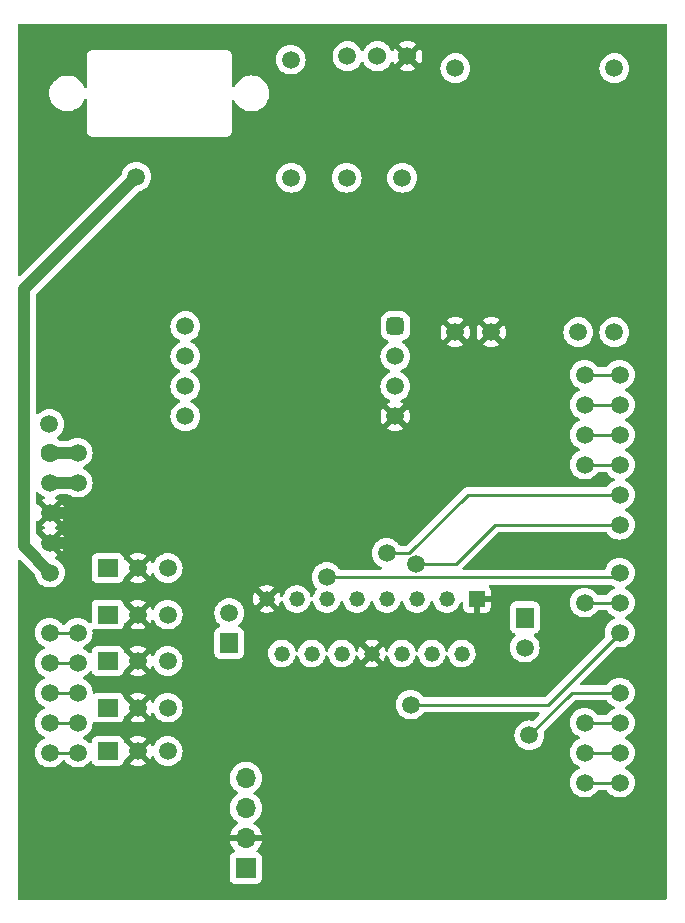
<source format=gbr>
%TF.GenerationSoftware,KiCad,Pcbnew,(6.0.1)*%
%TF.CreationDate,2022-04-06T09:12:37+03:00*%
%TF.ProjectId,shield MCU V3,73686965-6c64-4204-9d43-552056332e6b,rev?*%
%TF.SameCoordinates,Original*%
%TF.FileFunction,Copper,L1,Top*%
%TF.FilePolarity,Positive*%
%FSLAX46Y46*%
G04 Gerber Fmt 4.6, Leading zero omitted, Abs format (unit mm)*
G04 Created by KiCad (PCBNEW (6.0.1)) date 2022-04-06 09:12:37*
%MOMM*%
%LPD*%
G01*
G04 APERTURE LIST*
G04 Aperture macros list*
%AMRoundRect*
0 Rectangle with rounded corners*
0 $1 Rounding radius*
0 $2 $3 $4 $5 $6 $7 $8 $9 X,Y pos of 4 corners*
0 Add a 4 corners polygon primitive as box body*
4,1,4,$2,$3,$4,$5,$6,$7,$8,$9,$2,$3,0*
0 Add four circle primitives for the rounded corners*
1,1,$1+$1,$2,$3*
1,1,$1+$1,$4,$5*
1,1,$1+$1,$6,$7*
1,1,$1+$1,$8,$9*
0 Add four rect primitives between the rounded corners*
20,1,$1+$1,$2,$3,$4,$5,0*
20,1,$1+$1,$4,$5,$6,$7,0*
20,1,$1+$1,$6,$7,$8,$9,0*
20,1,$1+$1,$8,$9,$2,$3,0*%
G04 Aperture macros list end*
%TA.AperFunction,ComponentPad*%
%ADD10R,1.700000X1.500000*%
%TD*%
%TA.AperFunction,ComponentPad*%
%ADD11C,1.500000*%
%TD*%
%TA.AperFunction,ComponentPad*%
%ADD12R,1.500000X1.700000*%
%TD*%
%TA.AperFunction,ComponentPad*%
%ADD13RoundRect,0.375000X-0.375000X0.375000X-0.375000X-0.375000X0.375000X-0.375000X0.375000X0.375000X0*%
%TD*%
%TA.AperFunction,ComponentPad*%
%ADD14R,1.700000X1.700000*%
%TD*%
%TA.AperFunction,ComponentPad*%
%ADD15O,1.700000X1.700000*%
%TD*%
%TA.AperFunction,ComponentPad*%
%ADD16C,1.524000*%
%TD*%
%TA.AperFunction,ComponentPad*%
%ADD17R,1.320800X1.320800*%
%TD*%
%TA.AperFunction,ComponentPad*%
%ADD18C,1.320800*%
%TD*%
%TA.AperFunction,ComponentPad*%
%ADD19C,1.600000*%
%TD*%
%TA.AperFunction,ViaPad*%
%ADD20C,1.500000*%
%TD*%
%TA.AperFunction,Conductor*%
%ADD21C,1.000000*%
%TD*%
%TA.AperFunction,Conductor*%
%ADD22C,0.250000*%
%TD*%
G04 APERTURE END LIST*
D10*
%TO.P,J2,1,P1*%
%TO.N,Net-(J2-Pad1)*%
X111125000Y-116459000D03*
D11*
%TO.P,J2,2,P2*%
%TO.N,GND*%
X113665000Y-116459000D03*
%TO.P,J2,3,P3*%
%TO.N,/5V*%
X116205000Y-116459000D03*
%TD*%
D12*
%TO.P,PoL1,1,P1*%
%TO.N,Net-(H1-Pad14)*%
X121412000Y-118872000D03*
D11*
%TO.P,PoL1,2,P2*%
%TO.N,Net-(H1-Pad13)*%
X121412000Y-116332000D03*
%TD*%
%TO.P,U3,1,SDO*%
%TO.N,Net-(U3-Pad1)*%
X117697000Y-92043000D03*
%TO.P,U3,2,CS*%
%TO.N,Net-(U3-Pad2)*%
X117697000Y-94583000D03*
%TO.P,U3,3,DR*%
%TO.N,unconnected-(U3-Pad3)*%
X117697000Y-97123000D03*
%TO.P,U3,4,INT*%
%TO.N,Net-(U3-Pad4)*%
X117697000Y-99663000D03*
D13*
%TO.P,U3,5,VCC*%
%TO.N,/3.3V*%
X135477000Y-92043000D03*
D11*
%TO.P,U3,6,SCL*%
%TO.N,Net-(U3-Pad6)*%
X135477000Y-94583000D03*
%TO.P,U3,7,SDA*%
%TO.N,Net-(U3-Pad7)*%
X135477000Y-97123000D03*
%TO.P,U3,8,GND*%
%TO.N,GND*%
X135477000Y-99663000D03*
%TD*%
%TO.P,TP1,1,1*%
%TO.N,/Vin*%
X126619000Y-69469000D03*
%TD*%
D14*
%TO.P,Bt1,1,P1*%
%TO.N,/3.3V*%
X122809000Y-137922000D03*
D15*
%TO.P,Bt1,2,P2*%
%TO.N,GND*%
X122809000Y-135382000D03*
%TO.P,Bt1,3,P3*%
%TO.N,Net-(Bt1-Pad3)*%
X122809000Y-132842000D03*
%TO.P,Bt1,4,P4*%
%TO.N,Net-(Bt1-Pad4)*%
X122809000Y-130302000D03*
%TD*%
D11*
%TO.P,SW1,1,A*%
%TO.N,/Vin*%
X126651000Y-79470000D03*
%TO.P,SW1,2,B*%
%TO.N,/Batt+*%
X131350000Y-79470000D03*
%TO.P,SW1,3,C*%
%TO.N,/chrg+*%
X136049000Y-79470000D03*
%TD*%
D10*
%TO.P,J3,1,P1*%
%TO.N,Net-(J3-Pad1)*%
X111125000Y-120396000D03*
D11*
%TO.P,J3,2,P2*%
%TO.N,GND*%
X113665000Y-120396000D03*
%TO.P,J3,3,P3*%
%TO.N,/5V*%
X116205000Y-120396000D03*
%TD*%
D10*
%TO.P,J4,1,P1*%
%TO.N,Net-(J4-Pad1)*%
X111125000Y-124333000D03*
D11*
%TO.P,J4,2,P2*%
%TO.N,GND*%
X113665000Y-124333000D03*
%TO.P,J4,3,P3*%
%TO.N,/5V*%
X116205000Y-124333000D03*
%TD*%
D10*
%TO.P,J5,1,P1*%
%TO.N,Net-(J5-Pad1)*%
X111125000Y-128016000D03*
D11*
%TO.P,J5,2,P2*%
%TO.N,GND*%
X113665000Y-128016000D03*
%TO.P,J5,3,P3*%
%TO.N,/5V*%
X116205000Y-128016000D03*
%TD*%
%TO.P,U1,1,out-*%
%TO.N,GND*%
X140557000Y-92551000D03*
%TO.P,U1,2,bat-*%
X143605000Y-92551000D03*
%TO.P,U1,3,bat+*%
%TO.N,/chrg+*%
X150971000Y-92551000D03*
%TO.P,U1,4,out+*%
%TO.N,unconnected-(U1-Pad4)*%
X154019000Y-92551000D03*
%TO.P,U1,5,in-*%
%TO.N,unconnected-(U1-Pad5)*%
X140557000Y-70199000D03*
%TO.P,U1,6,in+*%
%TO.N,unconnected-(U1-Pad6)*%
X154019000Y-70199000D03*
%TD*%
%TO.P,TP2,1,1*%
%TO.N,/3.3V*%
X106172000Y-100330000D03*
%TD*%
D12*
%TO.P,PoR1,1,P1*%
%TO.N,Net-(H1-Pad3)*%
X146431000Y-116713000D03*
D11*
%TO.P,PoR1,2,P2*%
%TO.N,Net-(H1-Pad2)*%
X146431000Y-119253000D03*
%TD*%
D16*
%TO.P,J6,1,Pin_1*%
%TO.N,GND*%
X136493500Y-69183000D03*
%TO.P,J6,2,Pin_2*%
%TO.N,unconnected-(J6-Pad2)*%
X133953500Y-69183000D03*
D11*
%TO.P,J6,3,Pin_3*%
%TO.N,/Batt+*%
X131413500Y-69183000D03*
%TD*%
D17*
%TO.P,H1,1,Current_Sensing_A*%
%TO.N,GND*%
X142367000Y-115138200D03*
D18*
%TO.P,H1,2,OUT1*%
%TO.N,Net-(H1-Pad2)*%
X141097000Y-119761000D03*
%TO.P,H1,3,OUT2*%
%TO.N,Net-(H1-Pad3)*%
X139827000Y-115138200D03*
%TO.P,H1,4,VS*%
%TO.N,/5V*%
X138557000Y-119761000D03*
%TO.P,H1,5,IN1*%
%TO.N,Net-(H1-Pad5)*%
X137287000Y-115138200D03*
%TO.P,H1,6,ENA_A*%
%TO.N,Net-(H1-Pad6)*%
X136017000Y-119761000D03*
%TO.P,H1,7,IN2*%
%TO.N,Net-(H1-Pad7)*%
X134747000Y-115138200D03*
%TO.P,H1,8,GND*%
%TO.N,GND*%
X133477000Y-119761000D03*
%TO.P,H1,9,VSS*%
%TO.N,/5V*%
X132207000Y-115138200D03*
%TO.P,H1,10,IN3*%
%TO.N,Net-(H1-Pad10)*%
X130937000Y-119761000D03*
%TO.P,H1,11,ENA_B*%
%TO.N,Net-(H1-Pad11)*%
X129667000Y-115138200D03*
%TO.P,H1,12,IN4*%
%TO.N,Net-(H1-Pad12)*%
X128397000Y-119761000D03*
%TO.P,H1,13,OUT3*%
%TO.N,Net-(H1-Pad13)*%
X127127000Y-115138200D03*
%TO.P,H1,14,OUT4*%
%TO.N,Net-(H1-Pad14)*%
X125857000Y-119761000D03*
%TO.P,H1,15,Current_Sensing_B*%
%TO.N,GND*%
X124587000Y-115138200D03*
%TD*%
D19*
%TO.P,U4,16,+3V3*%
%TO.N,/3.3V*%
X106222800Y-102746000D03*
D11*
%TO.P,U4,18,+5V*%
%TO.N,/5V*%
X106222800Y-105286000D03*
%TO.P,U4,24,VIN*%
%TO.N,/Vin*%
X106222800Y-112906000D03*
%TO.P,U4,37,PC3*%
%TO.N,Net-(J3-Pad1)*%
X106222800Y-123066000D03*
%TO.P,U4,38,PC0*%
%TO.N,Net-(J2-Pad1)*%
X106222800Y-120526000D03*
%TO.P,U4,63,PG9*%
%TO.N,Net-(Bt1-Pad3)*%
X154482800Y-130686000D03*
%TO.P,U4,83,PA5*%
%TO.N,Net-(U3-Pad6)*%
X154482800Y-96146000D03*
%TO.P,U4,85,PA6*%
%TO.N,Net-(U3-Pad1)*%
X154482800Y-98686000D03*
%TO.P,U4,87,ETH_CRS_DV/PA7*%
%TO.N,Net-(U3-Pad7)*%
X154482800Y-101226000D03*
%TO.P,U4,108,PF5*%
%TO.N,Net-(J5-Pad1)*%
X106222800Y-128146000D03*
%TO.P,U4,114,PF10*%
%TO.N,Net-(J1-Pad1)*%
X106222800Y-117986000D03*
%TO.P,U4,118,PD14*%
%TO.N,Net-(U3-Pad2)*%
X154482800Y-103766000D03*
%TO.P,U4,120,PD15*%
%TO.N,Net-(H1-Pad7)*%
X154482800Y-106306000D03*
%TO.P,U4,124,PE9*%
%TO.N,Net-(U3-Pad4)*%
X154482800Y-115446000D03*
%TO.P,U4,127,PE13*%
%TO.N,Net-(H1-Pad12)*%
X154482800Y-123066000D03*
%TO.P,U4,128,PE11*%
%TO.N,Net-(H1-Pad10)*%
X154482800Y-117986000D03*
%TO.P,U4,129,PF13*%
%TO.N,Net-(H1-Pad11)*%
X154482800Y-112906000D03*
%TO.P,U4,130,PF3*%
%TO.N,Net-(J4-Pad1)*%
X106222800Y-125606000D03*
%TO.P,U4,131,PF12*%
%TO.N,Net-(H1-Pad5)*%
X154482800Y-108846000D03*
%TO.P,U4,132,PF15*%
%TO.N,Net-(H1-Pad6)*%
X154482800Y-125606000D03*
%TO.P,U4,133,PG14*%
%TO.N,Net-(Bt1-Pad4)*%
X154482800Y-128146000D03*
%TO.P,U4,143,GND*%
%TO.N,GND*%
X106222800Y-107826000D03*
%TO.P,U4,144,GND*%
X106222800Y-110366000D03*
%TD*%
D10*
%TO.P,J1,1,P1*%
%TO.N,Net-(J1-Pad1)*%
X111125000Y-112522000D03*
D11*
%TO.P,J1,2,P2*%
%TO.N,GND*%
X113665000Y-112522000D03*
%TO.P,J1,3,P3*%
%TO.N,/5V*%
X116205000Y-112522000D03*
%TD*%
D20*
%TO.N,GND*%
X108585000Y-107823000D03*
X108585000Y-110363000D03*
%TO.N,/3.3V*%
X108585000Y-102743000D03*
%TO.N,Net-(U3-Pad2)*%
X151511000Y-103759000D03*
%TO.N,Net-(U3-Pad4)*%
X151511000Y-115443000D03*
%TO.N,Net-(U3-Pad6)*%
X151511000Y-96139000D03*
%TO.N,Net-(U3-Pad7)*%
X151511000Y-101219000D03*
%TO.N,Net-(J3-Pad1)*%
X108585000Y-123063000D03*
%TO.N,/5V*%
X108585000Y-105283000D03*
%TO.N,/Vin*%
X113538000Y-79375000D03*
%TO.N,Net-(J2-Pad1)*%
X108585000Y-120523000D03*
%TO.N,Net-(Bt1-Pad3)*%
X151511000Y-130683000D03*
%TO.N,Net-(U3-Pad1)*%
X151511000Y-98679000D03*
%TO.N,Net-(J1-Pad1)*%
X108585000Y-117983000D03*
%TO.N,Net-(H1-Pad7)*%
X134747000Y-111252000D03*
%TO.N,Net-(H1-Pad12)*%
X146812000Y-126677500D03*
%TO.N,Net-(H1-Pad10)*%
X136779000Y-124079000D03*
%TO.N,Net-(H1-Pad11)*%
X129667000Y-113284000D03*
%TO.N,Net-(J4-Pad1)*%
X108585000Y-125603000D03*
%TO.N,Net-(H1-Pad5)*%
X137248025Y-112146039D03*
%TO.N,Net-(H1-Pad6)*%
X151511000Y-125603000D03*
%TO.N,Net-(Bt1-Pad4)*%
X151511000Y-128143000D03*
%TO.N,Net-(J5-Pad1)*%
X108585000Y-128143000D03*
%TD*%
D21*
%TO.N,GND*%
X108582000Y-110366000D02*
X108585000Y-110363000D01*
X106222800Y-110366000D02*
X108582000Y-110366000D01*
X106222800Y-107826000D02*
X108582000Y-107826000D01*
X108582000Y-107826000D02*
X108585000Y-107823000D01*
%TO.N,/3.3V*%
X108582000Y-102746000D02*
X108585000Y-102743000D01*
X106222800Y-102746000D02*
X108582000Y-102746000D01*
D22*
%TO.N,Net-(U3-Pad2)*%
X154482800Y-103766000D02*
X151518000Y-103766000D01*
X151518000Y-103766000D02*
X151511000Y-103759000D01*
%TO.N,Net-(U3-Pad4)*%
X154482800Y-115446000D02*
X151514000Y-115446000D01*
X151514000Y-115446000D02*
X151511000Y-115443000D01*
%TO.N,Net-(U3-Pad6)*%
X154482800Y-96146000D02*
X151518000Y-96146000D01*
X151518000Y-96146000D02*
X151511000Y-96139000D01*
%TO.N,Net-(U3-Pad7)*%
X151518000Y-101226000D02*
X151511000Y-101219000D01*
X154482800Y-101226000D02*
X151518000Y-101226000D01*
%TO.N,Net-(J3-Pad1)*%
X108582000Y-123066000D02*
X108585000Y-123063000D01*
X106222800Y-123066000D02*
X108582000Y-123066000D01*
D21*
%TO.N,/5V*%
X106222800Y-105286000D02*
X108582000Y-105286000D01*
X108582000Y-105286000D02*
X108585000Y-105283000D01*
%TO.N,/Vin*%
X104013000Y-88900000D02*
X113538000Y-79375000D01*
X106222800Y-112906000D02*
X104013000Y-110696200D01*
X104013000Y-110696200D02*
X104013000Y-88900000D01*
D22*
%TO.N,Net-(J2-Pad1)*%
X106222800Y-120526000D02*
X108582000Y-120526000D01*
X108582000Y-120526000D02*
X108585000Y-120523000D01*
%TO.N,Net-(Bt1-Pad3)*%
X154482800Y-130686000D02*
X151514000Y-130686000D01*
X151514000Y-130686000D02*
X151511000Y-130683000D01*
%TO.N,Net-(U3-Pad1)*%
X154482800Y-98686000D02*
X151518000Y-98686000D01*
X151518000Y-98686000D02*
X151511000Y-98679000D01*
%TO.N,Net-(J1-Pad1)*%
X106222800Y-117986000D02*
X108582000Y-117986000D01*
X108582000Y-117986000D02*
X108585000Y-117983000D01*
%TO.N,Net-(H1-Pad7)*%
X136652000Y-111252000D02*
X141598000Y-106306000D01*
X134747000Y-111252000D02*
X136652000Y-111252000D01*
X141598000Y-106306000D02*
X154482800Y-106306000D01*
%TO.N,Net-(H1-Pad12)*%
X150423500Y-123066000D02*
X154482800Y-123066000D01*
X146812000Y-126677500D02*
X150423500Y-123066000D01*
%TO.N,Net-(H1-Pad10)*%
X148389800Y-124079000D02*
X154482800Y-117986000D01*
X136779000Y-124079000D02*
X148389800Y-124079000D01*
%TO.N,Net-(H1-Pad11)*%
X129667000Y-113284000D02*
X154104800Y-113284000D01*
X154104800Y-113284000D02*
X154482800Y-112906000D01*
%TO.N,Net-(J4-Pad1)*%
X108582000Y-125606000D02*
X108585000Y-125603000D01*
X106222800Y-125606000D02*
X108582000Y-125606000D01*
%TO.N,Net-(H1-Pad5)*%
X137248025Y-112146039D02*
X140569837Y-112146039D01*
X143869876Y-108846000D02*
X154482800Y-108846000D01*
X140569837Y-112146039D02*
X143869876Y-108846000D01*
%TO.N,Net-(H1-Pad6)*%
X151514000Y-125606000D02*
X151511000Y-125603000D01*
X154482800Y-125606000D02*
X151514000Y-125606000D01*
%TO.N,Net-(Bt1-Pad4)*%
X151514000Y-128146000D02*
X151511000Y-128143000D01*
X154482800Y-128146000D02*
X151514000Y-128146000D01*
%TO.N,Net-(J5-Pad1)*%
X106222800Y-128146000D02*
X108582000Y-128146000D01*
X108582000Y-128146000D02*
X108585000Y-128143000D01*
%TD*%
%TA.AperFunction,Conductor*%
%TO.N,GND*%
G36*
X158438121Y-66441002D02*
G01*
X158484614Y-66494658D01*
X158496000Y-66547000D01*
X158496000Y-140463000D01*
X158475998Y-140531121D01*
X158422342Y-140577614D01*
X158370000Y-140589000D01*
X103631000Y-140589000D01*
X103562879Y-140568998D01*
X103516386Y-140515342D01*
X103505000Y-140463000D01*
X103505000Y-138820134D01*
X121450500Y-138820134D01*
X121457255Y-138882316D01*
X121508385Y-139018705D01*
X121595739Y-139135261D01*
X121712295Y-139222615D01*
X121848684Y-139273745D01*
X121910866Y-139280500D01*
X123707134Y-139280500D01*
X123769316Y-139273745D01*
X123905705Y-139222615D01*
X124022261Y-139135261D01*
X124109615Y-139018705D01*
X124160745Y-138882316D01*
X124167500Y-138820134D01*
X124167500Y-137023866D01*
X124160745Y-136961684D01*
X124109615Y-136825295D01*
X124022261Y-136708739D01*
X123905705Y-136621385D01*
X123786687Y-136576767D01*
X123729923Y-136534125D01*
X123705223Y-136467564D01*
X123720430Y-136398215D01*
X123741977Y-136369535D01*
X123843052Y-136268812D01*
X123849730Y-136260965D01*
X123974003Y-136088020D01*
X123979313Y-136079183D01*
X124073670Y-135888267D01*
X124077469Y-135878672D01*
X124139377Y-135674910D01*
X124141555Y-135664837D01*
X124142986Y-135653962D01*
X124140775Y-135639778D01*
X124127617Y-135636000D01*
X121492225Y-135636000D01*
X121478694Y-135639973D01*
X121477257Y-135649966D01*
X121507565Y-135784446D01*
X121510645Y-135794275D01*
X121590770Y-135991603D01*
X121595413Y-136000794D01*
X121706694Y-136182388D01*
X121712777Y-136190699D01*
X121852213Y-136351667D01*
X121859577Y-136358879D01*
X121864522Y-136362985D01*
X121904156Y-136421889D01*
X121905653Y-136492870D01*
X121868537Y-136553392D01*
X121828264Y-136577910D01*
X121720705Y-136618232D01*
X121720704Y-136618233D01*
X121712295Y-136621385D01*
X121595739Y-136708739D01*
X121508385Y-136825295D01*
X121457255Y-136961684D01*
X121450500Y-137023866D01*
X121450500Y-138820134D01*
X103505000Y-138820134D01*
X103505000Y-132808695D01*
X121446251Y-132808695D01*
X121446548Y-132813848D01*
X121446548Y-132813851D01*
X121452011Y-132908590D01*
X121459110Y-133031715D01*
X121460247Y-133036761D01*
X121460248Y-133036767D01*
X121480119Y-133124939D01*
X121508222Y-133249639D01*
X121592266Y-133456616D01*
X121708987Y-133647088D01*
X121855250Y-133815938D01*
X122027126Y-133958632D01*
X122100955Y-134001774D01*
X122149679Y-134053412D01*
X122162750Y-134123195D01*
X122136019Y-134188967D01*
X122095562Y-134222327D01*
X122087457Y-134226546D01*
X122078738Y-134232036D01*
X121908433Y-134359905D01*
X121900726Y-134366748D01*
X121753590Y-134520717D01*
X121747104Y-134528727D01*
X121627098Y-134704649D01*
X121622000Y-134713623D01*
X121532338Y-134906783D01*
X121528775Y-134916470D01*
X121473389Y-135116183D01*
X121474912Y-135124607D01*
X121487292Y-135128000D01*
X124127344Y-135128000D01*
X124140875Y-135124027D01*
X124142180Y-135114947D01*
X124100214Y-134947875D01*
X124096894Y-134938124D01*
X124011972Y-134742814D01*
X124007105Y-134733739D01*
X123891426Y-134554926D01*
X123885136Y-134546757D01*
X123741806Y-134389240D01*
X123734273Y-134382215D01*
X123567139Y-134250222D01*
X123558556Y-134244520D01*
X123521602Y-134224120D01*
X123471631Y-134173687D01*
X123456859Y-134104245D01*
X123481975Y-134037839D01*
X123509327Y-134011232D01*
X123532797Y-133994491D01*
X123688860Y-133883173D01*
X123847096Y-133725489D01*
X123906594Y-133642689D01*
X123974435Y-133548277D01*
X123977453Y-133544077D01*
X124076430Y-133343811D01*
X124141370Y-133130069D01*
X124170529Y-132908590D01*
X124172156Y-132842000D01*
X124153852Y-132619361D01*
X124099431Y-132402702D01*
X124010354Y-132197840D01*
X123889014Y-132010277D01*
X123738670Y-131845051D01*
X123734619Y-131841852D01*
X123734615Y-131841848D01*
X123567414Y-131709800D01*
X123567410Y-131709798D01*
X123563359Y-131706598D01*
X123522053Y-131683796D01*
X123472084Y-131633364D01*
X123457312Y-131563921D01*
X123482428Y-131497516D01*
X123509780Y-131470909D01*
X123553603Y-131439650D01*
X123688860Y-131343173D01*
X123714470Y-131317653D01*
X123843435Y-131189137D01*
X123847096Y-131185489D01*
X123906594Y-131102689D01*
X123974435Y-131008277D01*
X123977453Y-131004077D01*
X124076430Y-130803811D01*
X124141370Y-130590069D01*
X124170529Y-130368590D01*
X124172156Y-130302000D01*
X124153852Y-130079361D01*
X124099431Y-129862702D01*
X124010354Y-129657840D01*
X123907518Y-129498880D01*
X123891822Y-129474617D01*
X123891820Y-129474614D01*
X123889014Y-129470277D01*
X123738670Y-129305051D01*
X123734619Y-129301852D01*
X123734615Y-129301848D01*
X123567414Y-129169800D01*
X123567410Y-129169798D01*
X123563359Y-129166598D01*
X123367789Y-129058638D01*
X123362920Y-129056914D01*
X123362916Y-129056912D01*
X123162087Y-128985795D01*
X123162083Y-128985794D01*
X123157212Y-128984069D01*
X123152119Y-128983162D01*
X123152116Y-128983161D01*
X122942373Y-128945800D01*
X122942367Y-128945799D01*
X122937284Y-128944894D01*
X122863452Y-128943992D01*
X122719081Y-128942228D01*
X122719079Y-128942228D01*
X122713911Y-128942165D01*
X122493091Y-128975955D01*
X122280756Y-129045357D01*
X122250443Y-129061137D01*
X122156471Y-129110056D01*
X122082607Y-129148507D01*
X122078474Y-129151610D01*
X122078471Y-129151612D01*
X121909704Y-129278326D01*
X121903965Y-129282635D01*
X121900393Y-129286373D01*
X121778431Y-129413999D01*
X121749629Y-129444138D01*
X121746715Y-129448410D01*
X121746714Y-129448411D01*
X121692971Y-129527195D01*
X121623743Y-129628680D01*
X121529688Y-129831305D01*
X121469989Y-130046570D01*
X121446251Y-130268695D01*
X121446548Y-130273848D01*
X121446548Y-130273851D01*
X121452011Y-130368590D01*
X121459110Y-130491715D01*
X121460247Y-130496761D01*
X121460248Y-130496767D01*
X121480119Y-130584939D01*
X121508222Y-130709639D01*
X121592266Y-130916616D01*
X121708987Y-131107088D01*
X121855250Y-131275938D01*
X122027126Y-131418632D01*
X122097595Y-131459811D01*
X122100445Y-131461476D01*
X122149169Y-131513114D01*
X122162240Y-131582897D01*
X122135509Y-131648669D01*
X122095055Y-131682027D01*
X122082607Y-131688507D01*
X122078474Y-131691610D01*
X122078471Y-131691612D01*
X121957578Y-131782381D01*
X121903965Y-131822635D01*
X121749629Y-131984138D01*
X121623743Y-132168680D01*
X121529688Y-132371305D01*
X121469989Y-132586570D01*
X121446251Y-132808695D01*
X103505000Y-132808695D01*
X103505000Y-128146000D01*
X104959493Y-128146000D01*
X104978685Y-128365371D01*
X105035680Y-128578076D01*
X105038005Y-128583061D01*
X105126418Y-128772666D01*
X105126421Y-128772671D01*
X105128744Y-128777653D01*
X105131900Y-128782160D01*
X105131901Y-128782162D01*
X105249792Y-128950527D01*
X105255051Y-128958038D01*
X105410762Y-129113749D01*
X105415271Y-129116906D01*
X105415273Y-129116908D01*
X105482672Y-129164101D01*
X105591146Y-129240056D01*
X105790724Y-129333120D01*
X106003429Y-129390115D01*
X106222800Y-129409307D01*
X106442171Y-129390115D01*
X106654876Y-129333120D01*
X106854454Y-129240056D01*
X106962928Y-129164101D01*
X107030327Y-129116908D01*
X107030329Y-129116906D01*
X107034838Y-129113749D01*
X107190549Y-128958038D01*
X107195809Y-128950527D01*
X107242591Y-128883715D01*
X107277942Y-128833228D01*
X107333398Y-128788901D01*
X107381154Y-128779500D01*
X107428746Y-128779500D01*
X107496867Y-128799502D01*
X107531959Y-128833229D01*
X107614090Y-128950524D01*
X107617251Y-128955038D01*
X107772962Y-129110749D01*
X107777471Y-129113906D01*
X107777473Y-129113908D01*
X107823474Y-129146118D01*
X107953346Y-129237056D01*
X108152924Y-129330120D01*
X108365629Y-129387115D01*
X108585000Y-129406307D01*
X108804371Y-129387115D01*
X109017076Y-129330120D01*
X109216654Y-129237056D01*
X109346526Y-129146118D01*
X109392527Y-129113908D01*
X109392529Y-129113906D01*
X109397038Y-129110749D01*
X109552749Y-128955038D01*
X109555910Y-128950524D01*
X109578369Y-128918450D01*
X109633826Y-128874122D01*
X109704446Y-128866814D01*
X109767806Y-128898845D01*
X109799563Y-128946493D01*
X109804228Y-128958935D01*
X109824385Y-129012705D01*
X109911739Y-129129261D01*
X110028295Y-129216615D01*
X110164684Y-129267745D01*
X110226866Y-129274500D01*
X112023134Y-129274500D01*
X112085316Y-129267745D01*
X112221705Y-129216615D01*
X112338261Y-129129261D01*
X112385552Y-129066161D01*
X112979393Y-129066161D01*
X112988687Y-129078175D01*
X113029088Y-129106464D01*
X113038584Y-129111947D01*
X113228113Y-129200326D01*
X113238405Y-129204072D01*
X113440401Y-129258196D01*
X113451196Y-129260099D01*
X113659525Y-129278326D01*
X113670475Y-129278326D01*
X113878804Y-129260099D01*
X113889599Y-129258196D01*
X114091595Y-129204072D01*
X114101887Y-129200326D01*
X114291416Y-129111947D01*
X114300912Y-129106464D01*
X114342148Y-129077590D01*
X114350523Y-129067112D01*
X114343457Y-129053668D01*
X113677811Y-128388021D01*
X113663868Y-128380408D01*
X113662034Y-128380539D01*
X113655420Y-128384790D01*
X112985820Y-129054391D01*
X112979393Y-129066161D01*
X112385552Y-129066161D01*
X112425615Y-129012705D01*
X112476745Y-128876316D01*
X112483364Y-128815386D01*
X112510606Y-128749824D01*
X112568969Y-128709398D01*
X112606731Y-128705284D01*
X112627334Y-128694455D01*
X113292979Y-128028811D01*
X113299356Y-128017132D01*
X114029408Y-128017132D01*
X114029539Y-128018966D01*
X114033790Y-128025580D01*
X114703391Y-128695180D01*
X114715161Y-128701607D01*
X114727176Y-128692311D01*
X114755466Y-128651907D01*
X114760946Y-128642417D01*
X114820529Y-128514640D01*
X114867446Y-128461355D01*
X114935724Y-128441894D01*
X115003684Y-128462436D01*
X115048919Y-128514640D01*
X115108618Y-128642666D01*
X115108621Y-128642671D01*
X115110944Y-128647653D01*
X115114100Y-128652160D01*
X115114101Y-128652162D01*
X115203028Y-128779162D01*
X115237251Y-128828038D01*
X115392962Y-128983749D01*
X115397471Y-128986906D01*
X115397473Y-128986908D01*
X115422307Y-129004297D01*
X115573346Y-129110056D01*
X115772924Y-129203120D01*
X115985629Y-129260115D01*
X116205000Y-129279307D01*
X116424371Y-129260115D01*
X116637076Y-129203120D01*
X116836654Y-129110056D01*
X116987693Y-129004297D01*
X117012527Y-128986908D01*
X117012529Y-128986906D01*
X117017038Y-128983749D01*
X117172749Y-128828038D01*
X117206973Y-128779162D01*
X117295899Y-128652162D01*
X117295900Y-128652160D01*
X117299056Y-128647653D01*
X117301379Y-128642671D01*
X117301382Y-128642666D01*
X117361081Y-128514640D01*
X117392120Y-128448076D01*
X117449115Y-128235371D01*
X117468307Y-128016000D01*
X117449115Y-127796629D01*
X117392120Y-127583924D01*
X117346004Y-127485027D01*
X117301382Y-127389334D01*
X117301379Y-127389329D01*
X117299056Y-127384347D01*
X117278603Y-127355137D01*
X117175908Y-127208473D01*
X117175906Y-127208470D01*
X117172749Y-127203962D01*
X117017038Y-127048251D01*
X116836654Y-126921944D01*
X116637076Y-126828880D01*
X116424371Y-126771885D01*
X116205000Y-126752693D01*
X115985629Y-126771885D01*
X115772924Y-126828880D01*
X115692661Y-126866307D01*
X115578334Y-126919618D01*
X115578329Y-126919621D01*
X115573347Y-126921944D01*
X115568840Y-126925100D01*
X115568838Y-126925101D01*
X115397473Y-127045092D01*
X115397470Y-127045094D01*
X115392962Y-127048251D01*
X115237251Y-127203962D01*
X115234094Y-127208470D01*
X115234092Y-127208473D01*
X115131397Y-127355137D01*
X115110944Y-127384347D01*
X115108621Y-127389329D01*
X115108618Y-127389334D01*
X115048919Y-127517360D01*
X115002002Y-127570645D01*
X114933724Y-127590106D01*
X114865764Y-127569564D01*
X114820529Y-127517360D01*
X114760946Y-127389583D01*
X114755466Y-127380093D01*
X114726589Y-127338851D01*
X114716113Y-127330477D01*
X114702666Y-127337545D01*
X114037021Y-128003189D01*
X114029408Y-128017132D01*
X113299356Y-128017132D01*
X113300592Y-128014868D01*
X113300461Y-128013034D01*
X113296210Y-128006420D01*
X112626609Y-127336820D01*
X112608305Y-127326825D01*
X112548259Y-127313762D01*
X112498057Y-127263559D01*
X112483382Y-127216782D01*
X112482480Y-127208473D01*
X112478871Y-127175251D01*
X112477599Y-127163540D01*
X112477598Y-127163536D01*
X112476745Y-127155684D01*
X112425615Y-127019295D01*
X112384838Y-126964887D01*
X112979477Y-126964887D01*
X112986545Y-126978334D01*
X113652189Y-127643979D01*
X113666132Y-127651592D01*
X113667966Y-127651461D01*
X113674580Y-127647210D01*
X114344180Y-126977609D01*
X114350607Y-126965839D01*
X114341313Y-126953825D01*
X114300912Y-126925536D01*
X114291416Y-126920053D01*
X114101887Y-126831674D01*
X114091595Y-126827928D01*
X113889599Y-126773804D01*
X113878804Y-126771901D01*
X113670475Y-126753674D01*
X113659525Y-126753674D01*
X113451196Y-126771901D01*
X113440401Y-126773804D01*
X113238405Y-126827928D01*
X113228113Y-126831674D01*
X113038583Y-126920054D01*
X113029093Y-126925534D01*
X112987851Y-126954411D01*
X112979477Y-126964887D01*
X112384838Y-126964887D01*
X112338261Y-126902739D01*
X112221705Y-126815385D01*
X112085316Y-126764255D01*
X112023134Y-126757500D01*
X110226866Y-126757500D01*
X110164684Y-126764255D01*
X110028295Y-126815385D01*
X109911739Y-126902739D01*
X109824385Y-127019295D01*
X109773255Y-127155684D01*
X109766500Y-127217866D01*
X109766500Y-127240523D01*
X109746498Y-127308644D01*
X109692842Y-127355137D01*
X109622568Y-127365241D01*
X109557988Y-127335747D01*
X109551405Y-127329618D01*
X109397038Y-127175251D01*
X109216654Y-127048944D01*
X109211672Y-127046621D01*
X109211667Y-127046618D01*
X109084232Y-126987195D01*
X109030947Y-126940278D01*
X109011486Y-126872001D01*
X109032028Y-126804041D01*
X109084232Y-126758805D01*
X109211667Y-126699382D01*
X109211672Y-126699379D01*
X109216654Y-126697056D01*
X109317759Y-126626261D01*
X109392527Y-126573908D01*
X109392529Y-126573906D01*
X109397038Y-126570749D01*
X109552749Y-126415038D01*
X109629746Y-126305076D01*
X109675899Y-126239162D01*
X109675900Y-126239160D01*
X109679056Y-126234653D01*
X109681379Y-126229671D01*
X109681382Y-126229666D01*
X109767097Y-126045847D01*
X109772120Y-126035076D01*
X109829115Y-125822371D01*
X109845635Y-125633546D01*
X109871497Y-125567430D01*
X109929001Y-125525790D01*
X109999888Y-125521849D01*
X110025855Y-125531786D01*
X110028295Y-125533615D01*
X110164684Y-125584745D01*
X110226866Y-125591500D01*
X112023134Y-125591500D01*
X112085316Y-125584745D01*
X112221705Y-125533615D01*
X112338261Y-125446261D01*
X112385552Y-125383161D01*
X112979393Y-125383161D01*
X112988687Y-125395175D01*
X113029088Y-125423464D01*
X113038584Y-125428947D01*
X113228113Y-125517326D01*
X113238405Y-125521072D01*
X113440401Y-125575196D01*
X113451196Y-125577099D01*
X113659525Y-125595326D01*
X113670475Y-125595326D01*
X113878804Y-125577099D01*
X113889599Y-125575196D01*
X114091595Y-125521072D01*
X114101887Y-125517326D01*
X114291416Y-125428947D01*
X114300912Y-125423464D01*
X114342148Y-125394590D01*
X114350523Y-125384112D01*
X114343457Y-125370668D01*
X113677811Y-124705021D01*
X113663868Y-124697408D01*
X113662034Y-124697539D01*
X113655420Y-124701790D01*
X112985820Y-125371391D01*
X112979393Y-125383161D01*
X112385552Y-125383161D01*
X112425615Y-125329705D01*
X112476745Y-125193316D01*
X112483364Y-125132386D01*
X112510606Y-125066824D01*
X112568969Y-125026398D01*
X112606731Y-125022284D01*
X112627334Y-125011455D01*
X113292979Y-124345811D01*
X113299356Y-124334132D01*
X114029408Y-124334132D01*
X114029539Y-124335966D01*
X114033790Y-124342580D01*
X114703391Y-125012180D01*
X114715161Y-125018607D01*
X114727176Y-125009311D01*
X114755466Y-124968907D01*
X114760946Y-124959417D01*
X114820529Y-124831640D01*
X114867446Y-124778355D01*
X114935724Y-124758894D01*
X115003684Y-124779436D01*
X115048919Y-124831640D01*
X115108618Y-124959666D01*
X115108621Y-124959671D01*
X115110944Y-124964653D01*
X115114100Y-124969160D01*
X115114101Y-124969162D01*
X115165700Y-125042852D01*
X115237251Y-125145038D01*
X115392962Y-125300749D01*
X115397471Y-125303906D01*
X115397473Y-125303908D01*
X115472241Y-125356261D01*
X115573346Y-125427056D01*
X115772924Y-125520120D01*
X115985629Y-125577115D01*
X116205000Y-125596307D01*
X116424371Y-125577115D01*
X116637076Y-125520120D01*
X116836654Y-125427056D01*
X116937759Y-125356261D01*
X117012527Y-125303908D01*
X117012529Y-125303906D01*
X117017038Y-125300749D01*
X117172749Y-125145038D01*
X117244301Y-125042852D01*
X117295899Y-124969162D01*
X117295900Y-124969160D01*
X117299056Y-124964653D01*
X117301379Y-124959671D01*
X117301382Y-124959666D01*
X117368776Y-124815137D01*
X117392120Y-124765076D01*
X117449115Y-124552371D01*
X117468307Y-124333000D01*
X117449115Y-124113629D01*
X117392120Y-123900924D01*
X117307522Y-123719502D01*
X117301382Y-123706334D01*
X117301379Y-123706329D01*
X117299056Y-123701347D01*
X117294369Y-123694653D01*
X117175908Y-123525473D01*
X117175906Y-123525470D01*
X117172749Y-123520962D01*
X117017038Y-123365251D01*
X116836654Y-123238944D01*
X116637076Y-123145880D01*
X116424371Y-123088885D01*
X116205000Y-123069693D01*
X115985629Y-123088885D01*
X115772924Y-123145880D01*
X115679562Y-123189415D01*
X115578334Y-123236618D01*
X115578329Y-123236621D01*
X115573347Y-123238944D01*
X115568840Y-123242100D01*
X115568838Y-123242101D01*
X115397473Y-123362092D01*
X115397470Y-123362094D01*
X115392962Y-123365251D01*
X115237251Y-123520962D01*
X115234094Y-123525470D01*
X115234092Y-123525473D01*
X115115631Y-123694653D01*
X115110944Y-123701347D01*
X115108621Y-123706329D01*
X115108618Y-123706334D01*
X115048919Y-123834360D01*
X115002002Y-123887645D01*
X114933724Y-123907106D01*
X114865764Y-123886564D01*
X114820529Y-123834360D01*
X114760946Y-123706583D01*
X114755466Y-123697093D01*
X114726589Y-123655851D01*
X114716113Y-123647477D01*
X114702666Y-123654545D01*
X114037021Y-124320189D01*
X114029408Y-124334132D01*
X113299356Y-124334132D01*
X113300592Y-124331868D01*
X113300461Y-124330034D01*
X113296210Y-124323420D01*
X112626609Y-123653820D01*
X112608305Y-123643825D01*
X112548259Y-123630762D01*
X112498057Y-123580559D01*
X112483382Y-123533782D01*
X112482480Y-123525473D01*
X112479572Y-123498704D01*
X112477599Y-123480540D01*
X112477598Y-123480536D01*
X112476745Y-123472684D01*
X112425615Y-123336295D01*
X112384838Y-123281887D01*
X112979477Y-123281887D01*
X112986545Y-123295334D01*
X113652189Y-123960979D01*
X113666132Y-123968592D01*
X113667966Y-123968461D01*
X113674580Y-123964210D01*
X114344180Y-123294609D01*
X114350607Y-123282839D01*
X114341313Y-123270825D01*
X114300912Y-123242536D01*
X114291416Y-123237053D01*
X114101887Y-123148674D01*
X114091595Y-123144928D01*
X113889599Y-123090804D01*
X113878804Y-123088901D01*
X113670475Y-123070674D01*
X113659525Y-123070674D01*
X113451196Y-123088901D01*
X113440401Y-123090804D01*
X113238405Y-123144928D01*
X113228113Y-123148674D01*
X113038583Y-123237054D01*
X113029093Y-123242534D01*
X112987851Y-123271411D01*
X112979477Y-123281887D01*
X112384838Y-123281887D01*
X112338261Y-123219739D01*
X112221705Y-123132385D01*
X112085316Y-123081255D01*
X112023134Y-123074500D01*
X110226866Y-123074500D01*
X110164684Y-123081255D01*
X110028295Y-123132385D01*
X110027649Y-123132869D01*
X109962306Y-123147160D01*
X109895758Y-123122423D01*
X109853148Y-123065634D01*
X109845634Y-123032452D01*
X109841275Y-122982619D01*
X109829115Y-122843629D01*
X109772120Y-122630924D01*
X109728585Y-122537562D01*
X109681382Y-122436334D01*
X109681379Y-122436329D01*
X109679056Y-122431347D01*
X109642242Y-122378771D01*
X109555908Y-122255473D01*
X109555906Y-122255470D01*
X109552749Y-122250962D01*
X109397038Y-122095251D01*
X109216654Y-121968944D01*
X109211672Y-121966621D01*
X109211667Y-121966618D01*
X109084232Y-121907195D01*
X109030947Y-121860278D01*
X109011486Y-121792001D01*
X109032028Y-121724041D01*
X109084232Y-121678805D01*
X109211667Y-121619382D01*
X109211672Y-121619379D01*
X109216654Y-121617056D01*
X109317759Y-121546261D01*
X109392527Y-121493908D01*
X109392529Y-121493906D01*
X109397038Y-121490749D01*
X109552749Y-121335038D01*
X109555910Y-121330524D01*
X109578369Y-121298450D01*
X109633826Y-121254122D01*
X109704446Y-121246814D01*
X109767806Y-121278845D01*
X109799563Y-121326493D01*
X109804228Y-121338935D01*
X109824385Y-121392705D01*
X109911739Y-121509261D01*
X110028295Y-121596615D01*
X110164684Y-121647745D01*
X110226866Y-121654500D01*
X112023134Y-121654500D01*
X112085316Y-121647745D01*
X112221705Y-121596615D01*
X112338261Y-121509261D01*
X112385552Y-121446161D01*
X112979393Y-121446161D01*
X112988687Y-121458175D01*
X113029088Y-121486464D01*
X113038584Y-121491947D01*
X113228113Y-121580326D01*
X113238405Y-121584072D01*
X113440401Y-121638196D01*
X113451196Y-121640099D01*
X113659525Y-121658326D01*
X113670475Y-121658326D01*
X113878804Y-121640099D01*
X113889599Y-121638196D01*
X114091595Y-121584072D01*
X114101887Y-121580326D01*
X114291416Y-121491947D01*
X114300912Y-121486464D01*
X114342148Y-121457590D01*
X114350523Y-121447112D01*
X114343457Y-121433668D01*
X113677811Y-120768021D01*
X113663868Y-120760408D01*
X113662034Y-120760539D01*
X113655420Y-120764790D01*
X112985820Y-121434391D01*
X112979393Y-121446161D01*
X112385552Y-121446161D01*
X112425615Y-121392705D01*
X112476745Y-121256316D01*
X112483364Y-121195386D01*
X112510606Y-121129824D01*
X112568969Y-121089398D01*
X112606731Y-121085284D01*
X112627334Y-121074455D01*
X113292979Y-120408811D01*
X113299356Y-120397132D01*
X114029408Y-120397132D01*
X114029539Y-120398966D01*
X114033790Y-120405580D01*
X114703391Y-121075180D01*
X114715161Y-121081607D01*
X114727176Y-121072311D01*
X114755466Y-121031907D01*
X114760946Y-121022417D01*
X114820529Y-120894640D01*
X114867446Y-120841355D01*
X114935724Y-120821894D01*
X115003684Y-120842436D01*
X115048919Y-120894640D01*
X115108618Y-121022666D01*
X115108621Y-121022671D01*
X115110944Y-121027653D01*
X115114100Y-121032160D01*
X115114101Y-121032162D01*
X115151298Y-121085284D01*
X115237251Y-121208038D01*
X115392962Y-121363749D01*
X115397471Y-121366906D01*
X115397473Y-121366908D01*
X115422307Y-121384297D01*
X115573346Y-121490056D01*
X115772924Y-121583120D01*
X115985629Y-121640115D01*
X116205000Y-121659307D01*
X116424371Y-121640115D01*
X116637076Y-121583120D01*
X116836654Y-121490056D01*
X116987693Y-121384297D01*
X117012527Y-121366908D01*
X117012529Y-121366906D01*
X117017038Y-121363749D01*
X117172749Y-121208038D01*
X117258703Y-121085284D01*
X117295899Y-121032162D01*
X117295900Y-121032160D01*
X117299056Y-121027653D01*
X117301379Y-121022671D01*
X117301382Y-121022666D01*
X117361081Y-120894640D01*
X117392120Y-120828076D01*
X117449115Y-120615371D01*
X117468307Y-120396000D01*
X117449115Y-120176629D01*
X117392120Y-119963924D01*
X117334201Y-119839715D01*
X117301382Y-119769334D01*
X117301379Y-119769329D01*
X117299056Y-119764347D01*
X117295899Y-119759838D01*
X117175908Y-119588473D01*
X117175906Y-119588470D01*
X117172749Y-119583962D01*
X117017038Y-119428251D01*
X116971638Y-119396461D01*
X116934126Y-119370195D01*
X116836654Y-119301944D01*
X116637076Y-119208880D01*
X116424371Y-119151885D01*
X116205000Y-119132693D01*
X115985629Y-119151885D01*
X115772924Y-119208880D01*
X115692661Y-119246307D01*
X115578334Y-119299618D01*
X115578329Y-119299621D01*
X115573347Y-119301944D01*
X115568840Y-119305100D01*
X115568838Y-119305101D01*
X115397473Y-119425092D01*
X115397470Y-119425094D01*
X115392962Y-119428251D01*
X115237251Y-119583962D01*
X115234094Y-119588470D01*
X115234092Y-119588473D01*
X115114101Y-119759838D01*
X115110944Y-119764347D01*
X115108621Y-119769329D01*
X115108618Y-119769334D01*
X115048919Y-119897360D01*
X115002002Y-119950645D01*
X114933724Y-119970106D01*
X114865764Y-119949564D01*
X114820529Y-119897360D01*
X114760946Y-119769583D01*
X114755466Y-119760093D01*
X114726589Y-119718851D01*
X114716113Y-119710477D01*
X114702666Y-119717545D01*
X114037021Y-120383189D01*
X114029408Y-120397132D01*
X113299356Y-120397132D01*
X113300592Y-120394868D01*
X113300461Y-120393034D01*
X113296210Y-120386420D01*
X112626609Y-119716820D01*
X112608305Y-119706825D01*
X112548259Y-119693762D01*
X112498057Y-119643559D01*
X112483382Y-119596782D01*
X112482480Y-119588473D01*
X112478871Y-119555251D01*
X112477599Y-119543540D01*
X112477598Y-119543536D01*
X112476745Y-119535684D01*
X112425615Y-119399295D01*
X112384838Y-119344887D01*
X112979477Y-119344887D01*
X112986545Y-119358334D01*
X113652189Y-120023979D01*
X113666132Y-120031592D01*
X113667966Y-120031461D01*
X113674580Y-120027210D01*
X114344180Y-119357609D01*
X114350607Y-119345839D01*
X114341313Y-119333825D01*
X114300912Y-119305536D01*
X114291416Y-119300053D01*
X114101887Y-119211674D01*
X114091595Y-119207928D01*
X113889599Y-119153804D01*
X113878804Y-119151901D01*
X113670475Y-119133674D01*
X113659525Y-119133674D01*
X113451196Y-119151901D01*
X113440401Y-119153804D01*
X113238405Y-119207928D01*
X113228113Y-119211674D01*
X113038583Y-119300054D01*
X113029093Y-119305534D01*
X112987851Y-119334411D01*
X112979477Y-119344887D01*
X112384838Y-119344887D01*
X112338261Y-119282739D01*
X112221705Y-119195385D01*
X112085316Y-119144255D01*
X112023134Y-119137500D01*
X110226866Y-119137500D01*
X110164684Y-119144255D01*
X110028295Y-119195385D01*
X109911739Y-119282739D01*
X109824385Y-119399295D01*
X109773255Y-119535684D01*
X109766500Y-119597866D01*
X109766500Y-119620523D01*
X109746498Y-119688644D01*
X109692842Y-119735137D01*
X109622568Y-119745241D01*
X109557988Y-119715747D01*
X109551405Y-119709618D01*
X109397038Y-119555251D01*
X109385358Y-119547072D01*
X109270852Y-119466894D01*
X109216654Y-119428944D01*
X109211672Y-119426621D01*
X109211667Y-119426618D01*
X109084232Y-119367195D01*
X109030947Y-119320278D01*
X109011486Y-119252001D01*
X109032028Y-119184041D01*
X109084232Y-119138805D01*
X109211667Y-119079382D01*
X109211672Y-119079379D01*
X109216654Y-119077056D01*
X109355084Y-118980126D01*
X109392527Y-118953908D01*
X109392529Y-118953906D01*
X109397038Y-118950749D01*
X109552749Y-118795038D01*
X109557876Y-118787717D01*
X109675899Y-118619162D01*
X109675900Y-118619160D01*
X109679056Y-118614653D01*
X109681379Y-118609671D01*
X109681382Y-118609666D01*
X109728585Y-118508438D01*
X109772120Y-118415076D01*
X109829115Y-118202371D01*
X109848307Y-117983000D01*
X109829927Y-117772910D01*
X109843916Y-117703306D01*
X109893316Y-117652313D01*
X109962442Y-117636123D01*
X110015958Y-117651410D01*
X110021113Y-117654233D01*
X110028295Y-117659615D01*
X110036696Y-117662764D01*
X110036697Y-117662765D01*
X110064842Y-117673316D01*
X110164684Y-117710745D01*
X110226866Y-117717500D01*
X112023134Y-117717500D01*
X112085316Y-117710745D01*
X112221705Y-117659615D01*
X112338261Y-117572261D01*
X112385552Y-117509161D01*
X112979393Y-117509161D01*
X112988687Y-117521175D01*
X113029088Y-117549464D01*
X113038584Y-117554947D01*
X113228113Y-117643326D01*
X113238405Y-117647072D01*
X113440401Y-117701196D01*
X113451196Y-117703099D01*
X113659525Y-117721326D01*
X113670475Y-117721326D01*
X113878804Y-117703099D01*
X113889599Y-117701196D01*
X114091595Y-117647072D01*
X114101887Y-117643326D01*
X114291416Y-117554947D01*
X114300912Y-117549464D01*
X114342148Y-117520590D01*
X114350523Y-117510112D01*
X114343457Y-117496668D01*
X113677811Y-116831021D01*
X113663868Y-116823408D01*
X113662034Y-116823539D01*
X113655420Y-116827790D01*
X112985820Y-117497391D01*
X112979393Y-117509161D01*
X112385552Y-117509161D01*
X112425615Y-117455705D01*
X112476745Y-117319316D01*
X112483364Y-117258386D01*
X112510606Y-117192824D01*
X112568969Y-117152398D01*
X112606731Y-117148284D01*
X112627334Y-117137455D01*
X113292979Y-116471811D01*
X113299356Y-116460132D01*
X114029408Y-116460132D01*
X114029539Y-116461966D01*
X114033790Y-116468580D01*
X114703391Y-117138180D01*
X114715161Y-117144607D01*
X114727176Y-117135311D01*
X114755466Y-117094907D01*
X114760946Y-117085417D01*
X114820529Y-116957640D01*
X114867446Y-116904355D01*
X114935724Y-116884894D01*
X115003684Y-116905436D01*
X115048919Y-116957640D01*
X115108618Y-117085666D01*
X115108621Y-117085671D01*
X115110944Y-117090653D01*
X115114100Y-117095160D01*
X115114101Y-117095162D01*
X115184105Y-117195137D01*
X115237251Y-117271038D01*
X115392962Y-117426749D01*
X115397471Y-117429906D01*
X115397473Y-117429908D01*
X115422307Y-117447297D01*
X115573346Y-117553056D01*
X115772924Y-117646120D01*
X115985629Y-117703115D01*
X116205000Y-117722307D01*
X116424371Y-117703115D01*
X116637076Y-117646120D01*
X116836654Y-117553056D01*
X116987693Y-117447297D01*
X117012527Y-117429908D01*
X117012529Y-117429906D01*
X117017038Y-117426749D01*
X117172749Y-117271038D01*
X117225896Y-117195137D01*
X117295899Y-117095162D01*
X117295900Y-117095160D01*
X117299056Y-117090653D01*
X117301379Y-117085671D01*
X117301382Y-117085666D01*
X117361081Y-116957640D01*
X117392120Y-116891076D01*
X117449115Y-116678371D01*
X117468307Y-116459000D01*
X117457196Y-116332000D01*
X120148693Y-116332000D01*
X120167885Y-116551371D01*
X120224880Y-116764076D01*
X120252547Y-116823408D01*
X120315618Y-116958666D01*
X120315621Y-116958671D01*
X120317944Y-116963653D01*
X120321100Y-116968160D01*
X120321101Y-116968162D01*
X120439642Y-117137455D01*
X120444251Y-117144038D01*
X120599962Y-117299749D01*
X120603734Y-117302390D01*
X120642903Y-117361271D01*
X120644025Y-117432258D01*
X120606591Y-117492584D01*
X120554164Y-117519986D01*
X120551684Y-117520255D01*
X120544289Y-117523027D01*
X120544286Y-117523028D01*
X120447705Y-117559235D01*
X120415295Y-117571385D01*
X120298739Y-117658739D01*
X120211385Y-117775295D01*
X120160255Y-117911684D01*
X120153500Y-117973866D01*
X120153500Y-119770134D01*
X120160255Y-119832316D01*
X120211385Y-119968705D01*
X120298739Y-120085261D01*
X120415295Y-120172615D01*
X120551684Y-120223745D01*
X120613866Y-120230500D01*
X122210134Y-120230500D01*
X122272316Y-120223745D01*
X122408705Y-120172615D01*
X122525261Y-120085261D01*
X122612615Y-119968705D01*
X122663745Y-119832316D01*
X122670500Y-119770134D01*
X122670500Y-119730271D01*
X124683494Y-119730271D01*
X124697545Y-119944640D01*
X124750426Y-120152859D01*
X124840366Y-120347954D01*
X124964353Y-120523392D01*
X125118236Y-120673298D01*
X125123032Y-120676503D01*
X125123035Y-120676505D01*
X125292055Y-120789440D01*
X125292060Y-120789443D01*
X125296860Y-120792650D01*
X125302169Y-120794931D01*
X125302171Y-120794932D01*
X125488932Y-120875172D01*
X125488936Y-120875173D01*
X125494242Y-120877453D01*
X125499874Y-120878727D01*
X125499876Y-120878728D01*
X125698137Y-120923590D01*
X125698142Y-120923591D01*
X125703774Y-120924865D01*
X125709545Y-120925092D01*
X125709547Y-120925092D01*
X125775614Y-120927688D01*
X125918438Y-120933299D01*
X126043168Y-120915214D01*
X126125321Y-120903303D01*
X126125325Y-120903302D01*
X126131043Y-120902473D01*
X126136515Y-120900615D01*
X126136517Y-120900615D01*
X126329007Y-120835273D01*
X126329009Y-120835272D01*
X126334471Y-120833418D01*
X126521909Y-120728448D01*
X126584364Y-120676505D01*
X126682640Y-120594769D01*
X126687078Y-120591078D01*
X126812629Y-120440120D01*
X126820757Y-120430347D01*
X126824448Y-120425909D01*
X126929418Y-120238471D01*
X126935359Y-120220971D01*
X126996615Y-120040517D01*
X126996615Y-120040515D01*
X126998473Y-120035043D01*
X127002808Y-120005146D01*
X127032379Y-119940600D01*
X127092151Y-119902288D01*
X127163147Y-119902374D01*
X127222827Y-119940829D01*
X127249627Y-119992211D01*
X127290426Y-120152859D01*
X127380366Y-120347954D01*
X127504353Y-120523392D01*
X127658236Y-120673298D01*
X127663032Y-120676503D01*
X127663035Y-120676505D01*
X127832055Y-120789440D01*
X127832060Y-120789443D01*
X127836860Y-120792650D01*
X127842169Y-120794931D01*
X127842171Y-120794932D01*
X128028932Y-120875172D01*
X128028936Y-120875173D01*
X128034242Y-120877453D01*
X128039874Y-120878727D01*
X128039876Y-120878728D01*
X128238137Y-120923590D01*
X128238142Y-120923591D01*
X128243774Y-120924865D01*
X128249545Y-120925092D01*
X128249547Y-120925092D01*
X128315614Y-120927688D01*
X128458438Y-120933299D01*
X128583168Y-120915214D01*
X128665321Y-120903303D01*
X128665325Y-120903302D01*
X128671043Y-120902473D01*
X128676515Y-120900615D01*
X128676517Y-120900615D01*
X128869007Y-120835273D01*
X128869009Y-120835272D01*
X128874471Y-120833418D01*
X129061909Y-120728448D01*
X129124364Y-120676505D01*
X129222640Y-120594769D01*
X129227078Y-120591078D01*
X129352629Y-120440120D01*
X129360757Y-120430347D01*
X129364448Y-120425909D01*
X129469418Y-120238471D01*
X129475359Y-120220971D01*
X129536615Y-120040517D01*
X129536615Y-120040515D01*
X129538473Y-120035043D01*
X129542808Y-120005146D01*
X129572379Y-119940600D01*
X129632151Y-119902288D01*
X129703147Y-119902374D01*
X129762827Y-119940829D01*
X129789627Y-119992211D01*
X129830426Y-120152859D01*
X129920366Y-120347954D01*
X130044353Y-120523392D01*
X130198236Y-120673298D01*
X130203032Y-120676503D01*
X130203035Y-120676505D01*
X130372055Y-120789440D01*
X130372060Y-120789443D01*
X130376860Y-120792650D01*
X130382169Y-120794931D01*
X130382171Y-120794932D01*
X130568932Y-120875172D01*
X130568936Y-120875173D01*
X130574242Y-120877453D01*
X130579874Y-120878727D01*
X130579876Y-120878728D01*
X130778137Y-120923590D01*
X130778142Y-120923591D01*
X130783774Y-120924865D01*
X130789545Y-120925092D01*
X130789547Y-120925092D01*
X130855614Y-120927688D01*
X130998438Y-120933299D01*
X131123168Y-120915214D01*
X131205321Y-120903303D01*
X131205325Y-120903302D01*
X131211043Y-120902473D01*
X131216515Y-120900615D01*
X131216517Y-120900615D01*
X131409007Y-120835273D01*
X131409009Y-120835272D01*
X131414471Y-120833418D01*
X131570848Y-120745843D01*
X132856517Y-120745843D01*
X132866399Y-120758332D01*
X132912295Y-120788999D01*
X132922405Y-120794489D01*
X133109091Y-120874695D01*
X133120034Y-120878250D01*
X133318203Y-120923092D01*
X133329613Y-120924594D01*
X133532643Y-120932571D01*
X133544125Y-120931969D01*
X133745212Y-120902814D01*
X133756395Y-120900129D01*
X133948795Y-120834818D01*
X133959310Y-120830136D01*
X134089409Y-120757277D01*
X134099273Y-120747200D01*
X134096318Y-120739528D01*
X133489812Y-120133022D01*
X133475868Y-120125408D01*
X133474035Y-120125539D01*
X133467420Y-120129790D01*
X132862713Y-120734497D01*
X132856517Y-120745843D01*
X131570848Y-120745843D01*
X131601909Y-120728448D01*
X131664364Y-120676505D01*
X131762640Y-120594769D01*
X131767078Y-120591078D01*
X131892629Y-120440120D01*
X131900757Y-120430347D01*
X131904448Y-120425909D01*
X132009418Y-120238471D01*
X132015359Y-120220971D01*
X132076615Y-120040517D01*
X132076615Y-120040515D01*
X132078473Y-120035043D01*
X132079302Y-120029325D01*
X132079303Y-120029321D01*
X132082995Y-120003854D01*
X132112564Y-119939308D01*
X132172335Y-119900995D01*
X132243332Y-119901079D01*
X132303013Y-119939533D01*
X132329814Y-119990918D01*
X132369477Y-120147091D01*
X132373318Y-120157938D01*
X132458382Y-120342455D01*
X132464138Y-120352424D01*
X132479448Y-120374088D01*
X132490039Y-120382479D01*
X132503339Y-120375451D01*
X133104978Y-119773812D01*
X133111356Y-119762132D01*
X133841408Y-119762132D01*
X133841539Y-119763965D01*
X133845790Y-119770580D01*
X134451613Y-120376403D01*
X134463993Y-120383163D01*
X134470573Y-120378237D01*
X134546136Y-120243310D01*
X134550818Y-120232795D01*
X134616129Y-120040395D01*
X134618814Y-120029211D01*
X134622486Y-120003882D01*
X134652055Y-119939336D01*
X134711826Y-119901023D01*
X134782823Y-119901107D01*
X134842504Y-119939561D01*
X134869305Y-119990945D01*
X134910426Y-120152859D01*
X135000366Y-120347954D01*
X135124353Y-120523392D01*
X135278236Y-120673298D01*
X135283032Y-120676503D01*
X135283035Y-120676505D01*
X135452055Y-120789440D01*
X135452060Y-120789443D01*
X135456860Y-120792650D01*
X135462169Y-120794931D01*
X135462171Y-120794932D01*
X135648932Y-120875172D01*
X135648936Y-120875173D01*
X135654242Y-120877453D01*
X135659874Y-120878727D01*
X135659876Y-120878728D01*
X135858137Y-120923590D01*
X135858142Y-120923591D01*
X135863774Y-120924865D01*
X135869545Y-120925092D01*
X135869547Y-120925092D01*
X135935614Y-120927688D01*
X136078438Y-120933299D01*
X136203168Y-120915214D01*
X136285321Y-120903303D01*
X136285325Y-120903302D01*
X136291043Y-120902473D01*
X136296515Y-120900615D01*
X136296517Y-120900615D01*
X136489007Y-120835273D01*
X136489009Y-120835272D01*
X136494471Y-120833418D01*
X136681909Y-120728448D01*
X136744364Y-120676505D01*
X136842640Y-120594769D01*
X136847078Y-120591078D01*
X136972629Y-120440120D01*
X136980757Y-120430347D01*
X136984448Y-120425909D01*
X137089418Y-120238471D01*
X137095359Y-120220971D01*
X137156615Y-120040517D01*
X137156615Y-120040515D01*
X137158473Y-120035043D01*
X137162808Y-120005146D01*
X137192379Y-119940600D01*
X137252151Y-119902288D01*
X137323147Y-119902374D01*
X137382827Y-119940829D01*
X137409627Y-119992211D01*
X137450426Y-120152859D01*
X137540366Y-120347954D01*
X137664353Y-120523392D01*
X137818236Y-120673298D01*
X137823032Y-120676503D01*
X137823035Y-120676505D01*
X137992055Y-120789440D01*
X137992060Y-120789443D01*
X137996860Y-120792650D01*
X138002169Y-120794931D01*
X138002171Y-120794932D01*
X138188932Y-120875172D01*
X138188936Y-120875173D01*
X138194242Y-120877453D01*
X138199874Y-120878727D01*
X138199876Y-120878728D01*
X138398137Y-120923590D01*
X138398142Y-120923591D01*
X138403774Y-120924865D01*
X138409545Y-120925092D01*
X138409547Y-120925092D01*
X138475614Y-120927688D01*
X138618438Y-120933299D01*
X138743168Y-120915214D01*
X138825321Y-120903303D01*
X138825325Y-120903302D01*
X138831043Y-120902473D01*
X138836515Y-120900615D01*
X138836517Y-120900615D01*
X139029007Y-120835273D01*
X139029009Y-120835272D01*
X139034471Y-120833418D01*
X139221909Y-120728448D01*
X139284364Y-120676505D01*
X139382640Y-120594769D01*
X139387078Y-120591078D01*
X139512629Y-120440120D01*
X139520757Y-120430347D01*
X139524448Y-120425909D01*
X139629418Y-120238471D01*
X139635359Y-120220971D01*
X139696615Y-120040517D01*
X139696615Y-120040515D01*
X139698473Y-120035043D01*
X139702808Y-120005146D01*
X139732379Y-119940600D01*
X139792151Y-119902288D01*
X139863147Y-119902374D01*
X139922827Y-119940829D01*
X139949627Y-119992211D01*
X139990426Y-120152859D01*
X140080366Y-120347954D01*
X140204353Y-120523392D01*
X140358236Y-120673298D01*
X140363032Y-120676503D01*
X140363035Y-120676505D01*
X140532055Y-120789440D01*
X140532060Y-120789443D01*
X140536860Y-120792650D01*
X140542169Y-120794931D01*
X140542171Y-120794932D01*
X140728932Y-120875172D01*
X140728936Y-120875173D01*
X140734242Y-120877453D01*
X140739874Y-120878727D01*
X140739876Y-120878728D01*
X140938137Y-120923590D01*
X140938142Y-120923591D01*
X140943774Y-120924865D01*
X140949545Y-120925092D01*
X140949547Y-120925092D01*
X141015614Y-120927688D01*
X141158438Y-120933299D01*
X141283168Y-120915214D01*
X141365321Y-120903303D01*
X141365325Y-120903302D01*
X141371043Y-120902473D01*
X141376515Y-120900615D01*
X141376517Y-120900615D01*
X141569007Y-120835273D01*
X141569009Y-120835272D01*
X141574471Y-120833418D01*
X141761909Y-120728448D01*
X141824364Y-120676505D01*
X141922640Y-120594769D01*
X141927078Y-120591078D01*
X142052629Y-120440120D01*
X142060757Y-120430347D01*
X142064448Y-120425909D01*
X142169418Y-120238471D01*
X142175359Y-120220971D01*
X142236615Y-120040517D01*
X142236615Y-120040515D01*
X142238473Y-120035043D01*
X142239302Y-120029325D01*
X142239303Y-120029321D01*
X142258873Y-119894347D01*
X142269299Y-119822438D01*
X142270908Y-119761000D01*
X142251251Y-119547072D01*
X142244369Y-119522668D01*
X142230183Y-119472371D01*
X142192938Y-119340309D01*
X142190030Y-119334411D01*
X142149882Y-119253000D01*
X145167693Y-119253000D01*
X145186885Y-119472371D01*
X145243880Y-119685076D01*
X145280845Y-119764347D01*
X145334618Y-119879666D01*
X145334621Y-119879671D01*
X145336944Y-119884653D01*
X145340100Y-119889160D01*
X145340101Y-119889162D01*
X145445996Y-120040395D01*
X145463251Y-120065038D01*
X145618962Y-120220749D01*
X145623471Y-120223906D01*
X145623473Y-120223908D01*
X145636165Y-120232795D01*
X145799346Y-120347056D01*
X145998924Y-120440120D01*
X146211629Y-120497115D01*
X146431000Y-120516307D01*
X146650371Y-120497115D01*
X146863076Y-120440120D01*
X147062654Y-120347056D01*
X147225835Y-120232795D01*
X147238527Y-120223908D01*
X147238529Y-120223906D01*
X147243038Y-120220749D01*
X147398749Y-120065038D01*
X147416005Y-120040395D01*
X147521899Y-119889162D01*
X147521900Y-119889160D01*
X147525056Y-119884653D01*
X147527379Y-119879671D01*
X147527382Y-119879666D01*
X147581155Y-119764347D01*
X147618120Y-119685076D01*
X147675115Y-119472371D01*
X147694307Y-119253000D01*
X147675115Y-119033629D01*
X147618120Y-118820924D01*
X147533522Y-118639502D01*
X147527382Y-118626334D01*
X147527379Y-118626329D01*
X147525056Y-118621347D01*
X147520369Y-118614653D01*
X147401908Y-118445473D01*
X147401906Y-118445470D01*
X147398749Y-118440962D01*
X147243038Y-118285251D01*
X147239266Y-118282610D01*
X147200097Y-118223729D01*
X147198975Y-118152742D01*
X147236409Y-118092416D01*
X147288836Y-118065014D01*
X147291316Y-118064745D01*
X147298711Y-118061973D01*
X147298714Y-118061972D01*
X147419297Y-118016767D01*
X147427705Y-118013615D01*
X147544261Y-117926261D01*
X147631615Y-117809705D01*
X147682745Y-117673316D01*
X147689500Y-117611134D01*
X147689500Y-115814866D01*
X147682745Y-115752684D01*
X147631615Y-115616295D01*
X147544261Y-115499739D01*
X147427705Y-115412385D01*
X147291316Y-115361255D01*
X147229134Y-115354500D01*
X145632866Y-115354500D01*
X145570684Y-115361255D01*
X145434295Y-115412385D01*
X145317739Y-115499739D01*
X145230385Y-115616295D01*
X145179255Y-115752684D01*
X145172500Y-115814866D01*
X145172500Y-117611134D01*
X145179255Y-117673316D01*
X145230385Y-117809705D01*
X145317739Y-117926261D01*
X145434295Y-118013615D01*
X145442703Y-118016767D01*
X145563286Y-118061972D01*
X145563289Y-118061973D01*
X145570684Y-118064745D01*
X145572909Y-118064987D01*
X145632374Y-118098957D01*
X145665196Y-118161912D01*
X145658771Y-118232617D01*
X145622759Y-118282592D01*
X145618962Y-118285251D01*
X145463251Y-118440962D01*
X145460094Y-118445470D01*
X145460092Y-118445473D01*
X145341631Y-118614653D01*
X145336944Y-118621347D01*
X145334621Y-118626329D01*
X145334618Y-118626334D01*
X145328478Y-118639502D01*
X145243880Y-118820924D01*
X145186885Y-119033629D01*
X145167693Y-119253000D01*
X142149882Y-119253000D01*
X142100475Y-119152814D01*
X142097921Y-119147635D01*
X141969384Y-118975502D01*
X141944971Y-118952935D01*
X141815870Y-118833595D01*
X141815867Y-118833593D01*
X141811630Y-118829676D01*
X141629943Y-118715040D01*
X141430408Y-118635434D01*
X141424748Y-118634308D01*
X141424744Y-118634307D01*
X141225374Y-118594650D01*
X141225371Y-118594650D01*
X141219707Y-118593523D01*
X141213932Y-118593447D01*
X141213928Y-118593447D01*
X141106255Y-118592038D01*
X141004896Y-118590711D01*
X140999199Y-118591690D01*
X140999198Y-118591690D01*
X140865561Y-118614653D01*
X140793170Y-118627092D01*
X140591620Y-118701448D01*
X140406994Y-118811288D01*
X140402654Y-118815094D01*
X140402650Y-118815097D01*
X140252413Y-118946852D01*
X140245477Y-118952935D01*
X140112478Y-119121644D01*
X140109789Y-119126755D01*
X140109787Y-119126758D01*
X140086973Y-119170120D01*
X140012450Y-119311765D01*
X139948745Y-119516931D01*
X139948638Y-119517837D01*
X139915661Y-119578921D01*
X139853512Y-119613243D01*
X139782673Y-119608517D01*
X139725635Y-119566242D01*
X139704872Y-119524454D01*
X139701225Y-119511523D01*
X139652938Y-119340309D01*
X139650030Y-119334411D01*
X139560475Y-119152814D01*
X139557921Y-119147635D01*
X139429384Y-118975502D01*
X139404971Y-118952935D01*
X139275870Y-118833595D01*
X139275867Y-118833593D01*
X139271630Y-118829676D01*
X139089943Y-118715040D01*
X138890408Y-118635434D01*
X138884748Y-118634308D01*
X138884744Y-118634307D01*
X138685374Y-118594650D01*
X138685371Y-118594650D01*
X138679707Y-118593523D01*
X138673932Y-118593447D01*
X138673928Y-118593447D01*
X138566255Y-118592038D01*
X138464896Y-118590711D01*
X138459199Y-118591690D01*
X138459198Y-118591690D01*
X138325561Y-118614653D01*
X138253170Y-118627092D01*
X138051620Y-118701448D01*
X137866994Y-118811288D01*
X137862654Y-118815094D01*
X137862650Y-118815097D01*
X137712413Y-118946852D01*
X137705477Y-118952935D01*
X137572478Y-119121644D01*
X137569789Y-119126755D01*
X137569787Y-119126758D01*
X137546973Y-119170120D01*
X137472450Y-119311765D01*
X137408745Y-119516931D01*
X137408638Y-119517837D01*
X137375661Y-119578921D01*
X137313512Y-119613243D01*
X137242673Y-119608517D01*
X137185635Y-119566242D01*
X137164872Y-119524454D01*
X137161225Y-119511523D01*
X137112938Y-119340309D01*
X137110030Y-119334411D01*
X137020475Y-119152814D01*
X137017921Y-119147635D01*
X136889384Y-118975502D01*
X136864971Y-118952935D01*
X136735870Y-118833595D01*
X136735867Y-118833593D01*
X136731630Y-118829676D01*
X136549943Y-118715040D01*
X136350408Y-118635434D01*
X136344748Y-118634308D01*
X136344744Y-118634307D01*
X136145374Y-118594650D01*
X136145371Y-118594650D01*
X136139707Y-118593523D01*
X136133932Y-118593447D01*
X136133928Y-118593447D01*
X136026255Y-118592038D01*
X135924896Y-118590711D01*
X135919199Y-118591690D01*
X135919198Y-118591690D01*
X135785561Y-118614653D01*
X135713170Y-118627092D01*
X135511620Y-118701448D01*
X135326994Y-118811288D01*
X135322654Y-118815094D01*
X135322650Y-118815097D01*
X135172413Y-118946852D01*
X135165477Y-118952935D01*
X135032478Y-119121644D01*
X135029789Y-119126755D01*
X135029787Y-119126758D01*
X135006973Y-119170120D01*
X134932450Y-119311765D01*
X134868745Y-119516931D01*
X134868541Y-119518656D01*
X134835432Y-119579977D01*
X134773282Y-119614296D01*
X134702443Y-119609565D01*
X134645407Y-119567288D01*
X134624648Y-119525504D01*
X134574038Y-119346053D01*
X134569913Y-119335306D01*
X134480048Y-119153078D01*
X134475538Y-119145719D01*
X134465027Y-119137830D01*
X134452608Y-119144602D01*
X133849022Y-119748188D01*
X133841408Y-119762132D01*
X133111356Y-119762132D01*
X133112592Y-119759868D01*
X133112461Y-119758035D01*
X133108210Y-119751420D01*
X132500818Y-119144028D01*
X132488438Y-119137268D01*
X132482472Y-119141734D01*
X132395603Y-119306847D01*
X132391202Y-119317471D01*
X132330947Y-119511523D01*
X132329679Y-119517490D01*
X132295949Y-119579963D01*
X132233799Y-119614282D01*
X132162960Y-119609553D01*
X132105923Y-119567276D01*
X132085165Y-119525494D01*
X132032938Y-119340309D01*
X132030030Y-119334411D01*
X131940475Y-119152814D01*
X131937921Y-119147635D01*
X131809384Y-118975502D01*
X131784971Y-118952935D01*
X131655870Y-118833595D01*
X131655867Y-118833593D01*
X131651630Y-118829676D01*
X131565936Y-118775607D01*
X132855719Y-118775607D01*
X132859206Y-118783996D01*
X133464188Y-119388978D01*
X133478132Y-119396592D01*
X133479965Y-119396461D01*
X133486580Y-119392210D01*
X134091073Y-118787717D01*
X134097833Y-118775337D01*
X134091803Y-118767282D01*
X134014595Y-118718567D01*
X134004352Y-118713348D01*
X133815628Y-118638055D01*
X133804601Y-118634788D01*
X133605321Y-118595149D01*
X133593875Y-118593946D01*
X133390718Y-118591287D01*
X133379238Y-118592190D01*
X133178997Y-118626598D01*
X133167877Y-118629578D01*
X132977252Y-118699903D01*
X132966874Y-118704853D01*
X132865317Y-118765274D01*
X132855719Y-118775607D01*
X131565936Y-118775607D01*
X131469943Y-118715040D01*
X131270408Y-118635434D01*
X131264748Y-118634308D01*
X131264744Y-118634307D01*
X131065374Y-118594650D01*
X131065371Y-118594650D01*
X131059707Y-118593523D01*
X131053932Y-118593447D01*
X131053928Y-118593447D01*
X130946255Y-118592038D01*
X130844896Y-118590711D01*
X130839199Y-118591690D01*
X130839198Y-118591690D01*
X130705561Y-118614653D01*
X130633170Y-118627092D01*
X130431620Y-118701448D01*
X130246994Y-118811288D01*
X130242654Y-118815094D01*
X130242650Y-118815097D01*
X130092413Y-118946852D01*
X130085477Y-118952935D01*
X129952478Y-119121644D01*
X129949789Y-119126755D01*
X129949787Y-119126758D01*
X129926973Y-119170120D01*
X129852450Y-119311765D01*
X129788745Y-119516931D01*
X129788638Y-119517837D01*
X129755661Y-119578921D01*
X129693512Y-119613243D01*
X129622673Y-119608517D01*
X129565635Y-119566242D01*
X129544872Y-119524454D01*
X129541225Y-119511523D01*
X129492938Y-119340309D01*
X129490030Y-119334411D01*
X129400475Y-119152814D01*
X129397921Y-119147635D01*
X129269384Y-118975502D01*
X129244971Y-118952935D01*
X129115870Y-118833595D01*
X129115867Y-118833593D01*
X129111630Y-118829676D01*
X128929943Y-118715040D01*
X128730408Y-118635434D01*
X128724748Y-118634308D01*
X128724744Y-118634307D01*
X128525374Y-118594650D01*
X128525371Y-118594650D01*
X128519707Y-118593523D01*
X128513932Y-118593447D01*
X128513928Y-118593447D01*
X128406255Y-118592038D01*
X128304896Y-118590711D01*
X128299199Y-118591690D01*
X128299198Y-118591690D01*
X128165561Y-118614653D01*
X128093170Y-118627092D01*
X127891620Y-118701448D01*
X127706994Y-118811288D01*
X127702654Y-118815094D01*
X127702650Y-118815097D01*
X127552413Y-118946852D01*
X127545477Y-118952935D01*
X127412478Y-119121644D01*
X127409789Y-119126755D01*
X127409787Y-119126758D01*
X127386973Y-119170120D01*
X127312450Y-119311765D01*
X127248745Y-119516931D01*
X127248638Y-119517837D01*
X127215661Y-119578921D01*
X127153512Y-119613243D01*
X127082673Y-119608517D01*
X127025635Y-119566242D01*
X127004872Y-119524454D01*
X127001225Y-119511523D01*
X126952938Y-119340309D01*
X126950030Y-119334411D01*
X126860475Y-119152814D01*
X126857921Y-119147635D01*
X126729384Y-118975502D01*
X126704971Y-118952935D01*
X126575870Y-118833595D01*
X126575867Y-118833593D01*
X126571630Y-118829676D01*
X126389943Y-118715040D01*
X126190408Y-118635434D01*
X126184748Y-118634308D01*
X126184744Y-118634307D01*
X125985374Y-118594650D01*
X125985371Y-118594650D01*
X125979707Y-118593523D01*
X125973932Y-118593447D01*
X125973928Y-118593447D01*
X125866255Y-118592038D01*
X125764896Y-118590711D01*
X125759199Y-118591690D01*
X125759198Y-118591690D01*
X125625561Y-118614653D01*
X125553170Y-118627092D01*
X125351620Y-118701448D01*
X125166994Y-118811288D01*
X125162654Y-118815094D01*
X125162650Y-118815097D01*
X125012413Y-118946852D01*
X125005477Y-118952935D01*
X124872478Y-119121644D01*
X124869789Y-119126755D01*
X124869787Y-119126758D01*
X124846973Y-119170120D01*
X124772450Y-119311765D01*
X124708745Y-119516931D01*
X124683494Y-119730271D01*
X122670500Y-119730271D01*
X122670500Y-117973866D01*
X122663745Y-117911684D01*
X122612615Y-117775295D01*
X122525261Y-117658739D01*
X122408705Y-117571385D01*
X122376295Y-117559235D01*
X122279714Y-117523028D01*
X122279711Y-117523027D01*
X122272316Y-117520255D01*
X122270091Y-117520013D01*
X122210626Y-117486043D01*
X122177804Y-117423088D01*
X122184229Y-117352383D01*
X122220241Y-117302408D01*
X122224038Y-117299749D01*
X122379749Y-117144038D01*
X122384359Y-117137455D01*
X122502899Y-116968162D01*
X122502900Y-116968160D01*
X122506056Y-116963653D01*
X122508379Y-116958671D01*
X122508382Y-116958666D01*
X122571453Y-116823408D01*
X122599120Y-116764076D01*
X122656115Y-116551371D01*
X122675307Y-116332000D01*
X122657026Y-116123043D01*
X123966517Y-116123043D01*
X123976399Y-116135532D01*
X124022295Y-116166199D01*
X124032405Y-116171689D01*
X124219091Y-116251895D01*
X124230034Y-116255450D01*
X124428203Y-116300292D01*
X124439613Y-116301794D01*
X124642643Y-116309771D01*
X124654125Y-116309169D01*
X124855212Y-116280014D01*
X124866395Y-116277329D01*
X125058795Y-116212018D01*
X125069310Y-116207336D01*
X125199409Y-116134477D01*
X125209273Y-116124400D01*
X125206318Y-116116728D01*
X124599812Y-115510222D01*
X124585868Y-115502608D01*
X124584035Y-115502739D01*
X124577420Y-115506990D01*
X123972713Y-116111697D01*
X123966517Y-116123043D01*
X122657026Y-116123043D01*
X122656115Y-116112629D01*
X122599120Y-115899924D01*
X122538454Y-115769825D01*
X122508382Y-115705334D01*
X122508379Y-115705329D01*
X122506056Y-115700347D01*
X122485284Y-115670681D01*
X122382908Y-115524473D01*
X122382906Y-115524470D01*
X122379749Y-115519962D01*
X122224038Y-115364251D01*
X122218542Y-115360402D01*
X122103107Y-115279574D01*
X122043654Y-115237944D01*
X121844076Y-115144880D01*
X121726033Y-115113250D01*
X123414374Y-115113250D01*
X123427663Y-115315993D01*
X123429464Y-115327363D01*
X123479477Y-115524291D01*
X123483318Y-115535138D01*
X123568382Y-115719655D01*
X123574138Y-115729624D01*
X123589448Y-115751288D01*
X123600039Y-115759679D01*
X123613339Y-115752651D01*
X124214978Y-115151012D01*
X124221356Y-115139332D01*
X124951408Y-115139332D01*
X124951539Y-115141165D01*
X124955790Y-115147780D01*
X125561613Y-115753603D01*
X125573993Y-115760363D01*
X125580573Y-115755437D01*
X125656136Y-115620510D01*
X125660818Y-115609995D01*
X125726129Y-115417595D01*
X125728814Y-115406411D01*
X125732486Y-115381082D01*
X125762055Y-115316536D01*
X125821826Y-115278223D01*
X125892823Y-115278307D01*
X125952504Y-115316761D01*
X125979305Y-115368145D01*
X126020426Y-115530059D01*
X126110366Y-115725154D01*
X126234353Y-115900592D01*
X126238487Y-115904619D01*
X126370383Y-116033106D01*
X126388236Y-116050498D01*
X126393032Y-116053703D01*
X126393035Y-116053705D01*
X126562055Y-116166640D01*
X126562060Y-116166643D01*
X126566860Y-116169850D01*
X126572169Y-116172131D01*
X126572171Y-116172132D01*
X126758932Y-116252372D01*
X126758936Y-116252373D01*
X126764242Y-116254653D01*
X126769874Y-116255927D01*
X126769876Y-116255928D01*
X126968137Y-116300790D01*
X126968142Y-116300791D01*
X126973774Y-116302065D01*
X126979545Y-116302292D01*
X126979547Y-116302292D01*
X127045614Y-116304888D01*
X127188438Y-116310499D01*
X127313168Y-116292414D01*
X127395321Y-116280503D01*
X127395325Y-116280502D01*
X127401043Y-116279673D01*
X127406515Y-116277815D01*
X127406517Y-116277815D01*
X127599007Y-116212473D01*
X127599009Y-116212472D01*
X127604471Y-116210618D01*
X127791909Y-116105648D01*
X127823349Y-116079500D01*
X127952640Y-115971969D01*
X127957078Y-115968278D01*
X128094448Y-115803109D01*
X128199418Y-115615671D01*
X128205185Y-115598684D01*
X128266615Y-115417717D01*
X128266615Y-115417715D01*
X128268473Y-115412243D01*
X128272808Y-115382346D01*
X128302379Y-115317800D01*
X128362151Y-115279488D01*
X128433147Y-115279574D01*
X128492827Y-115318029D01*
X128519627Y-115369411D01*
X128560426Y-115530059D01*
X128650366Y-115725154D01*
X128774353Y-115900592D01*
X128778487Y-115904619D01*
X128910383Y-116033106D01*
X128928236Y-116050498D01*
X128933032Y-116053703D01*
X128933035Y-116053705D01*
X129102055Y-116166640D01*
X129102060Y-116166643D01*
X129106860Y-116169850D01*
X129112169Y-116172131D01*
X129112171Y-116172132D01*
X129298932Y-116252372D01*
X129298936Y-116252373D01*
X129304242Y-116254653D01*
X129309874Y-116255927D01*
X129309876Y-116255928D01*
X129508137Y-116300790D01*
X129508142Y-116300791D01*
X129513774Y-116302065D01*
X129519545Y-116302292D01*
X129519547Y-116302292D01*
X129585614Y-116304888D01*
X129728438Y-116310499D01*
X129853168Y-116292414D01*
X129935321Y-116280503D01*
X129935325Y-116280502D01*
X129941043Y-116279673D01*
X129946515Y-116277815D01*
X129946517Y-116277815D01*
X130139007Y-116212473D01*
X130139009Y-116212472D01*
X130144471Y-116210618D01*
X130331909Y-116105648D01*
X130363349Y-116079500D01*
X130492640Y-115971969D01*
X130497078Y-115968278D01*
X130634448Y-115803109D01*
X130739418Y-115615671D01*
X130745185Y-115598684D01*
X130806615Y-115417717D01*
X130806615Y-115417715D01*
X130808473Y-115412243D01*
X130812808Y-115382346D01*
X130842379Y-115317800D01*
X130902151Y-115279488D01*
X130973147Y-115279574D01*
X131032827Y-115318029D01*
X131059627Y-115369411D01*
X131100426Y-115530059D01*
X131190366Y-115725154D01*
X131314353Y-115900592D01*
X131318487Y-115904619D01*
X131450383Y-116033106D01*
X131468236Y-116050498D01*
X131473032Y-116053703D01*
X131473035Y-116053705D01*
X131642055Y-116166640D01*
X131642060Y-116166643D01*
X131646860Y-116169850D01*
X131652169Y-116172131D01*
X131652171Y-116172132D01*
X131838932Y-116252372D01*
X131838936Y-116252373D01*
X131844242Y-116254653D01*
X131849874Y-116255927D01*
X131849876Y-116255928D01*
X132048137Y-116300790D01*
X132048142Y-116300791D01*
X132053774Y-116302065D01*
X132059545Y-116302292D01*
X132059547Y-116302292D01*
X132125614Y-116304888D01*
X132268438Y-116310499D01*
X132393168Y-116292414D01*
X132475321Y-116280503D01*
X132475325Y-116280502D01*
X132481043Y-116279673D01*
X132486515Y-116277815D01*
X132486517Y-116277815D01*
X132679007Y-116212473D01*
X132679009Y-116212472D01*
X132684471Y-116210618D01*
X132871909Y-116105648D01*
X132903349Y-116079500D01*
X133032640Y-115971969D01*
X133037078Y-115968278D01*
X133174448Y-115803109D01*
X133279418Y-115615671D01*
X133285185Y-115598684D01*
X133346615Y-115417717D01*
X133346615Y-115417715D01*
X133348473Y-115412243D01*
X133352808Y-115382346D01*
X133382379Y-115317800D01*
X133442151Y-115279488D01*
X133513147Y-115279574D01*
X133572827Y-115318029D01*
X133599627Y-115369411D01*
X133640426Y-115530059D01*
X133730366Y-115725154D01*
X133854353Y-115900592D01*
X133858487Y-115904619D01*
X133990383Y-116033106D01*
X134008236Y-116050498D01*
X134013032Y-116053703D01*
X134013035Y-116053705D01*
X134182055Y-116166640D01*
X134182060Y-116166643D01*
X134186860Y-116169850D01*
X134192169Y-116172131D01*
X134192171Y-116172132D01*
X134378932Y-116252372D01*
X134378936Y-116252373D01*
X134384242Y-116254653D01*
X134389874Y-116255927D01*
X134389876Y-116255928D01*
X134588137Y-116300790D01*
X134588142Y-116300791D01*
X134593774Y-116302065D01*
X134599545Y-116302292D01*
X134599547Y-116302292D01*
X134665614Y-116304888D01*
X134808438Y-116310499D01*
X134933168Y-116292414D01*
X135015321Y-116280503D01*
X135015325Y-116280502D01*
X135021043Y-116279673D01*
X135026515Y-116277815D01*
X135026517Y-116277815D01*
X135219007Y-116212473D01*
X135219009Y-116212472D01*
X135224471Y-116210618D01*
X135411909Y-116105648D01*
X135443349Y-116079500D01*
X135572640Y-115971969D01*
X135577078Y-115968278D01*
X135714448Y-115803109D01*
X135819418Y-115615671D01*
X135825185Y-115598684D01*
X135886615Y-115417717D01*
X135886615Y-115417715D01*
X135888473Y-115412243D01*
X135892808Y-115382346D01*
X135922379Y-115317800D01*
X135982151Y-115279488D01*
X136053147Y-115279574D01*
X136112827Y-115318029D01*
X136139627Y-115369411D01*
X136180426Y-115530059D01*
X136270366Y-115725154D01*
X136394353Y-115900592D01*
X136398487Y-115904619D01*
X136530383Y-116033106D01*
X136548236Y-116050498D01*
X136553032Y-116053703D01*
X136553035Y-116053705D01*
X136722055Y-116166640D01*
X136722060Y-116166643D01*
X136726860Y-116169850D01*
X136732169Y-116172131D01*
X136732171Y-116172132D01*
X136918932Y-116252372D01*
X136918936Y-116252373D01*
X136924242Y-116254653D01*
X136929874Y-116255927D01*
X136929876Y-116255928D01*
X137128137Y-116300790D01*
X137128142Y-116300791D01*
X137133774Y-116302065D01*
X137139545Y-116302292D01*
X137139547Y-116302292D01*
X137205614Y-116304888D01*
X137348438Y-116310499D01*
X137473168Y-116292414D01*
X137555321Y-116280503D01*
X137555325Y-116280502D01*
X137561043Y-116279673D01*
X137566515Y-116277815D01*
X137566517Y-116277815D01*
X137759007Y-116212473D01*
X137759009Y-116212472D01*
X137764471Y-116210618D01*
X137951909Y-116105648D01*
X137983349Y-116079500D01*
X138112640Y-115971969D01*
X138117078Y-115968278D01*
X138254448Y-115803109D01*
X138359418Y-115615671D01*
X138365185Y-115598684D01*
X138426615Y-115417717D01*
X138426615Y-115417715D01*
X138428473Y-115412243D01*
X138432808Y-115382346D01*
X138462379Y-115317800D01*
X138522151Y-115279488D01*
X138593147Y-115279574D01*
X138652827Y-115318029D01*
X138679627Y-115369411D01*
X138720426Y-115530059D01*
X138810366Y-115725154D01*
X138934353Y-115900592D01*
X138938487Y-115904619D01*
X139070383Y-116033106D01*
X139088236Y-116050498D01*
X139093032Y-116053703D01*
X139093035Y-116053705D01*
X139262055Y-116166640D01*
X139262060Y-116166643D01*
X139266860Y-116169850D01*
X139272169Y-116172131D01*
X139272171Y-116172132D01*
X139458932Y-116252372D01*
X139458936Y-116252373D01*
X139464242Y-116254653D01*
X139469874Y-116255927D01*
X139469876Y-116255928D01*
X139668137Y-116300790D01*
X139668142Y-116300791D01*
X139673774Y-116302065D01*
X139679545Y-116302292D01*
X139679547Y-116302292D01*
X139745614Y-116304888D01*
X139888438Y-116310499D01*
X140013168Y-116292414D01*
X140095321Y-116280503D01*
X140095325Y-116280502D01*
X140101043Y-116279673D01*
X140106515Y-116277815D01*
X140106517Y-116277815D01*
X140299007Y-116212473D01*
X140299009Y-116212472D01*
X140304471Y-116210618D01*
X140491909Y-116105648D01*
X140523349Y-116079500D01*
X140652640Y-115971969D01*
X140657078Y-115968278D01*
X140794448Y-115803109D01*
X140899418Y-115615671D01*
X140902518Y-115606540D01*
X140953288Y-115456977D01*
X140994125Y-115398901D01*
X141059878Y-115372123D01*
X141129671Y-115385144D01*
X141181344Y-115433831D01*
X141198601Y-115497479D01*
X141198601Y-115843269D01*
X141198971Y-115850090D01*
X141204495Y-115900952D01*
X141208121Y-115916204D01*
X141253276Y-116036654D01*
X141261814Y-116052249D01*
X141338315Y-116154324D01*
X141350876Y-116166885D01*
X141452951Y-116243386D01*
X141468546Y-116251924D01*
X141588994Y-116297078D01*
X141604249Y-116300705D01*
X141655114Y-116306231D01*
X141661928Y-116306600D01*
X142094885Y-116306600D01*
X142110124Y-116302125D01*
X142111329Y-116300735D01*
X142113000Y-116293052D01*
X142113000Y-116288484D01*
X142621000Y-116288484D01*
X142625475Y-116303723D01*
X142626865Y-116304928D01*
X142634548Y-116306599D01*
X143072069Y-116306599D01*
X143078890Y-116306229D01*
X143129752Y-116300705D01*
X143145004Y-116297079D01*
X143265454Y-116251924D01*
X143281049Y-116243386D01*
X143383124Y-116166885D01*
X143395685Y-116154324D01*
X143472186Y-116052249D01*
X143480724Y-116036654D01*
X143525878Y-115916206D01*
X143529505Y-115900951D01*
X143535031Y-115850086D01*
X143535400Y-115843272D01*
X143535400Y-115410315D01*
X143530925Y-115395076D01*
X143529535Y-115393871D01*
X143521852Y-115392200D01*
X142639115Y-115392200D01*
X142623876Y-115396675D01*
X142622671Y-115398065D01*
X142621000Y-115405748D01*
X142621000Y-116288484D01*
X142113000Y-116288484D01*
X142113000Y-115010200D01*
X142133002Y-114942079D01*
X142186658Y-114895586D01*
X142239000Y-114884200D01*
X143517284Y-114884200D01*
X143532523Y-114879725D01*
X143533728Y-114878335D01*
X143535399Y-114870652D01*
X143535399Y-114433131D01*
X143535029Y-114426310D01*
X143529505Y-114375448D01*
X143525879Y-114360196D01*
X143480724Y-114239746D01*
X143472186Y-114224152D01*
X143393428Y-114119065D01*
X143368580Y-114052559D01*
X143383633Y-113983176D01*
X143433807Y-113932946D01*
X143494254Y-113917500D01*
X153693517Y-113917500D01*
X153765788Y-113940287D01*
X153851146Y-114000056D01*
X153856128Y-114002379D01*
X153856133Y-114002382D01*
X153983568Y-114061805D01*
X154036853Y-114108722D01*
X154056314Y-114176999D01*
X154035772Y-114244959D01*
X153983568Y-114290195D01*
X153856134Y-114349618D01*
X153856129Y-114349621D01*
X153851147Y-114351944D01*
X153846640Y-114355100D01*
X153846638Y-114355101D01*
X153675273Y-114475092D01*
X153675270Y-114475094D01*
X153670762Y-114478251D01*
X153515051Y-114633962D01*
X153511894Y-114638470D01*
X153511892Y-114638473D01*
X153427659Y-114758771D01*
X153372202Y-114803099D01*
X153324446Y-114812500D01*
X152671455Y-114812500D01*
X152603334Y-114792498D01*
X152568242Y-114758771D01*
X152481908Y-114635473D01*
X152481906Y-114635470D01*
X152478749Y-114630962D01*
X152323038Y-114475251D01*
X152262881Y-114433128D01*
X152243759Y-114419739D01*
X152142654Y-114348944D01*
X151943076Y-114255880D01*
X151730371Y-114198885D01*
X151511000Y-114179693D01*
X151291629Y-114198885D01*
X151078924Y-114255880D01*
X151046122Y-114271176D01*
X150884334Y-114346618D01*
X150884329Y-114346621D01*
X150879347Y-114348944D01*
X150874840Y-114352100D01*
X150874838Y-114352101D01*
X150703473Y-114472092D01*
X150703470Y-114472094D01*
X150698962Y-114475251D01*
X150543251Y-114630962D01*
X150540094Y-114635470D01*
X150540092Y-114635473D01*
X150443332Y-114773661D01*
X150416944Y-114811347D01*
X150414621Y-114816329D01*
X150414618Y-114816334D01*
X150380912Y-114888618D01*
X150323880Y-115010924D01*
X150266885Y-115223629D01*
X150247693Y-115443000D01*
X150266885Y-115662371D01*
X150323880Y-115875076D01*
X150365271Y-115963840D01*
X150414618Y-116069666D01*
X150414621Y-116069671D01*
X150416944Y-116074653D01*
X150420100Y-116079160D01*
X150420101Y-116079162D01*
X150536297Y-116245106D01*
X150543251Y-116255038D01*
X150698962Y-116410749D01*
X150703471Y-116413906D01*
X150703473Y-116413908D01*
X150760052Y-116453525D01*
X150879346Y-116537056D01*
X151078924Y-116630120D01*
X151291629Y-116687115D01*
X151511000Y-116706307D01*
X151730371Y-116687115D01*
X151943076Y-116630120D01*
X152142654Y-116537056D01*
X152261948Y-116453525D01*
X152318527Y-116413908D01*
X152318529Y-116413906D01*
X152323038Y-116410749D01*
X152478749Y-116255038D01*
X152481908Y-116250527D01*
X152564041Y-116133229D01*
X152619498Y-116088901D01*
X152667254Y-116079500D01*
X153324446Y-116079500D01*
X153392567Y-116099502D01*
X153427658Y-116133228D01*
X153451053Y-116166640D01*
X153511084Y-116252372D01*
X153515051Y-116258038D01*
X153670762Y-116413749D01*
X153851146Y-116540056D01*
X153856128Y-116542379D01*
X153856133Y-116542382D01*
X153983568Y-116601805D01*
X154036853Y-116648722D01*
X154056314Y-116716999D01*
X154035772Y-116784959D01*
X153983568Y-116830195D01*
X153856134Y-116889618D01*
X153856129Y-116889621D01*
X153851147Y-116891944D01*
X153846640Y-116895100D01*
X153846638Y-116895101D01*
X153675273Y-117015092D01*
X153675270Y-117015094D01*
X153670762Y-117018251D01*
X153515051Y-117173962D01*
X153511894Y-117178470D01*
X153511892Y-117178473D01*
X153426974Y-117299749D01*
X153388744Y-117354347D01*
X153386421Y-117359329D01*
X153386418Y-117359334D01*
X153345401Y-117447297D01*
X153295680Y-117553924D01*
X153238685Y-117766629D01*
X153219493Y-117986000D01*
X153238685Y-118205371D01*
X153240108Y-118210681D01*
X153240109Y-118210685D01*
X153247084Y-118236717D01*
X153245394Y-118307694D01*
X153214472Y-118358423D01*
X148164300Y-123408595D01*
X148101988Y-123442621D01*
X148075205Y-123445500D01*
X137937354Y-123445500D01*
X137869233Y-123425498D01*
X137834141Y-123391771D01*
X137818301Y-123369148D01*
X137787294Y-123324866D01*
X137749908Y-123271473D01*
X137749906Y-123271470D01*
X137746749Y-123266962D01*
X137591038Y-123111251D01*
X137561129Y-123090308D01*
X137478502Y-123032452D01*
X137410654Y-122984944D01*
X137211076Y-122891880D01*
X136998371Y-122834885D01*
X136779000Y-122815693D01*
X136559629Y-122834885D01*
X136346924Y-122891880D01*
X136253562Y-122935415D01*
X136152334Y-122982618D01*
X136152329Y-122982621D01*
X136147347Y-122984944D01*
X136142840Y-122988100D01*
X136142838Y-122988101D01*
X135971473Y-123108092D01*
X135971470Y-123108094D01*
X135966962Y-123111251D01*
X135811251Y-123266962D01*
X135808094Y-123271470D01*
X135808092Y-123271473D01*
X135712078Y-123408595D01*
X135684944Y-123447347D01*
X135682621Y-123452329D01*
X135682618Y-123452334D01*
X135660996Y-123498704D01*
X135591880Y-123646924D01*
X135534885Y-123859629D01*
X135515693Y-124079000D01*
X135534885Y-124298371D01*
X135591880Y-124511076D01*
X135594205Y-124516061D01*
X135682618Y-124705666D01*
X135682621Y-124705671D01*
X135684944Y-124710653D01*
X135688100Y-124715160D01*
X135688101Y-124715162D01*
X135787020Y-124856432D01*
X135811251Y-124891038D01*
X135966962Y-125046749D01*
X136147346Y-125173056D01*
X136346924Y-125266120D01*
X136559629Y-125323115D01*
X136779000Y-125342307D01*
X136998371Y-125323115D01*
X137211076Y-125266120D01*
X137410654Y-125173056D01*
X137591038Y-125046749D01*
X137746749Y-124891038D01*
X137770981Y-124856432D01*
X137792821Y-124825241D01*
X137834142Y-124766228D01*
X137889598Y-124721901D01*
X137937354Y-124712500D01*
X147576905Y-124712500D01*
X147645026Y-124732502D01*
X147691519Y-124786158D01*
X147701623Y-124856432D01*
X147672129Y-124921012D01*
X147666000Y-124927595D01*
X147184423Y-125409172D01*
X147122111Y-125443198D01*
X147062717Y-125441784D01*
X147036685Y-125434809D01*
X147036686Y-125434809D01*
X147031371Y-125433385D01*
X146812000Y-125414193D01*
X146592629Y-125433385D01*
X146379924Y-125490380D01*
X146303987Y-125525790D01*
X146185334Y-125581118D01*
X146185329Y-125581121D01*
X146180347Y-125583444D01*
X146175840Y-125586600D01*
X146175838Y-125586601D01*
X146004473Y-125706592D01*
X146004470Y-125706594D01*
X145999962Y-125709751D01*
X145844251Y-125865462D01*
X145841094Y-125869970D01*
X145841092Y-125869973D01*
X145727104Y-126032765D01*
X145717944Y-126045847D01*
X145715621Y-126050829D01*
X145715618Y-126050834D01*
X145668415Y-126152062D01*
X145624880Y-126245424D01*
X145567885Y-126458129D01*
X145548693Y-126677500D01*
X145567885Y-126896871D01*
X145624880Y-127109576D01*
X145650044Y-127163540D01*
X145715618Y-127304166D01*
X145715621Y-127304171D01*
X145717944Y-127309153D01*
X145721100Y-127313660D01*
X145721101Y-127313662D01*
X145822708Y-127458771D01*
X145844251Y-127489538D01*
X145999962Y-127645249D01*
X146004471Y-127648406D01*
X146004473Y-127648408D01*
X146076543Y-127698872D01*
X146180346Y-127771556D01*
X146379924Y-127864620D01*
X146592629Y-127921615D01*
X146812000Y-127940807D01*
X147031371Y-127921615D01*
X147244076Y-127864620D01*
X147443654Y-127771556D01*
X147547457Y-127698872D01*
X147619527Y-127648408D01*
X147619529Y-127648406D01*
X147624038Y-127645249D01*
X147779749Y-127489538D01*
X147801293Y-127458771D01*
X147902899Y-127313662D01*
X147902900Y-127313660D01*
X147906056Y-127309153D01*
X147908379Y-127304171D01*
X147908382Y-127304166D01*
X147973956Y-127163540D01*
X147999120Y-127109576D01*
X148056115Y-126896871D01*
X148075307Y-126677500D01*
X148056115Y-126458129D01*
X148054692Y-126452819D01*
X148054691Y-126452812D01*
X148047716Y-126426781D01*
X148049406Y-126355804D01*
X148080328Y-126305076D01*
X150648999Y-123736405D01*
X150711311Y-123702379D01*
X150738094Y-123699500D01*
X153324446Y-123699500D01*
X153392567Y-123719502D01*
X153427659Y-123753229D01*
X153509792Y-123870527D01*
X153515051Y-123878038D01*
X153670762Y-124033749D01*
X153851146Y-124160056D01*
X153856128Y-124162379D01*
X153856133Y-124162382D01*
X153983568Y-124221805D01*
X154036853Y-124268722D01*
X154056314Y-124336999D01*
X154035772Y-124404959D01*
X153983568Y-124450195D01*
X153856134Y-124509618D01*
X153856129Y-124509621D01*
X153851147Y-124511944D01*
X153846640Y-124515100D01*
X153846638Y-124515101D01*
X153675273Y-124635092D01*
X153675270Y-124635094D01*
X153670762Y-124638251D01*
X153515051Y-124793962D01*
X153511894Y-124798470D01*
X153511892Y-124798473D01*
X153474506Y-124851866D01*
X153447078Y-124891038D01*
X153427659Y-124918771D01*
X153372202Y-124963099D01*
X153324446Y-124972500D01*
X152671455Y-124972500D01*
X152603334Y-124952498D01*
X152568242Y-124918771D01*
X152481908Y-124795473D01*
X152481906Y-124795470D01*
X152478749Y-124790962D01*
X152323038Y-124635251D01*
X152142654Y-124508944D01*
X151943076Y-124415880D01*
X151730371Y-124358885D01*
X151511000Y-124339693D01*
X151291629Y-124358885D01*
X151078924Y-124415880D01*
X151011769Y-124447195D01*
X150884334Y-124506618D01*
X150884329Y-124506621D01*
X150879347Y-124508944D01*
X150874840Y-124512100D01*
X150874838Y-124512101D01*
X150703473Y-124632092D01*
X150703470Y-124632094D01*
X150698962Y-124635251D01*
X150543251Y-124790962D01*
X150540094Y-124795470D01*
X150540092Y-124795473D01*
X150473177Y-124891038D01*
X150416944Y-124971347D01*
X150414621Y-124976329D01*
X150414618Y-124976334D01*
X150372422Y-125066824D01*
X150323880Y-125170924D01*
X150266885Y-125383629D01*
X150247693Y-125603000D01*
X150266885Y-125822371D01*
X150323880Y-126035076D01*
X150328903Y-126045847D01*
X150414618Y-126229666D01*
X150414621Y-126229671D01*
X150416944Y-126234653D01*
X150420100Y-126239160D01*
X150420101Y-126239162D01*
X150466255Y-126305076D01*
X150543251Y-126415038D01*
X150698962Y-126570749D01*
X150703471Y-126573906D01*
X150703473Y-126573908D01*
X150778241Y-126626261D01*
X150879346Y-126697056D01*
X150884328Y-126699379D01*
X150884333Y-126699382D01*
X151011768Y-126758805D01*
X151065053Y-126805722D01*
X151084514Y-126873999D01*
X151063972Y-126941959D01*
X151011768Y-126987195D01*
X150884334Y-127046618D01*
X150884329Y-127046621D01*
X150879347Y-127048944D01*
X150874840Y-127052100D01*
X150874838Y-127052101D01*
X150703473Y-127172092D01*
X150703470Y-127172094D01*
X150698962Y-127175251D01*
X150543251Y-127330962D01*
X150540094Y-127335470D01*
X150540092Y-127335473D01*
X150508849Y-127380093D01*
X150416944Y-127511347D01*
X150414621Y-127516329D01*
X150414618Y-127516334D01*
X150389797Y-127569564D01*
X150323880Y-127710924D01*
X150266885Y-127923629D01*
X150247693Y-128143000D01*
X150266885Y-128362371D01*
X150323880Y-128575076D01*
X150329500Y-128587128D01*
X150414618Y-128769666D01*
X150414621Y-128769671D01*
X150416944Y-128774653D01*
X150420100Y-128779160D01*
X150420101Y-128779162D01*
X150537268Y-128946493D01*
X150543251Y-128955038D01*
X150698962Y-129110749D01*
X150703471Y-129113906D01*
X150703473Y-129113908D01*
X150749474Y-129146118D01*
X150879346Y-129237056D01*
X150884328Y-129239379D01*
X150884333Y-129239382D01*
X151011768Y-129298805D01*
X151065053Y-129345722D01*
X151084514Y-129413999D01*
X151063972Y-129481959D01*
X151011768Y-129527195D01*
X150884334Y-129586618D01*
X150884329Y-129586621D01*
X150879347Y-129588944D01*
X150874840Y-129592100D01*
X150874838Y-129592101D01*
X150703473Y-129712092D01*
X150703470Y-129712094D01*
X150698962Y-129715251D01*
X150543251Y-129870962D01*
X150540094Y-129875470D01*
X150540092Y-129875473D01*
X150453758Y-129998771D01*
X150416944Y-130051347D01*
X150414621Y-130056329D01*
X150414618Y-130056334D01*
X150401474Y-130084522D01*
X150323880Y-130250924D01*
X150266885Y-130463629D01*
X150247693Y-130683000D01*
X150266885Y-130902371D01*
X150323880Y-131115076D01*
X150354757Y-131181292D01*
X150414618Y-131309666D01*
X150414621Y-131309671D01*
X150416944Y-131314653D01*
X150420100Y-131319160D01*
X150420101Y-131319162D01*
X150526356Y-131470909D01*
X150543251Y-131495038D01*
X150698962Y-131650749D01*
X150703471Y-131653906D01*
X150703473Y-131653908D01*
X150743631Y-131682027D01*
X150879346Y-131777056D01*
X151078924Y-131870120D01*
X151291629Y-131927115D01*
X151511000Y-131946307D01*
X151730371Y-131927115D01*
X151943076Y-131870120D01*
X152142654Y-131777056D01*
X152278369Y-131682027D01*
X152318527Y-131653908D01*
X152318529Y-131653906D01*
X152323038Y-131650749D01*
X152478749Y-131495038D01*
X152494253Y-131472896D01*
X152564041Y-131373229D01*
X152619498Y-131328901D01*
X152667254Y-131319500D01*
X153324446Y-131319500D01*
X153392567Y-131339502D01*
X153427659Y-131373229D01*
X153509792Y-131490527D01*
X153515051Y-131498038D01*
X153670762Y-131653749D01*
X153675271Y-131656906D01*
X153675273Y-131656908D01*
X153742676Y-131704104D01*
X153851146Y-131780056D01*
X154050724Y-131873120D01*
X154263429Y-131930115D01*
X154482800Y-131949307D01*
X154702171Y-131930115D01*
X154914876Y-131873120D01*
X155114454Y-131780056D01*
X155222924Y-131704104D01*
X155290327Y-131656908D01*
X155290329Y-131656906D01*
X155294838Y-131653749D01*
X155450549Y-131498038D01*
X155455809Y-131490527D01*
X155573699Y-131322162D01*
X155573700Y-131322160D01*
X155576856Y-131317653D01*
X155579179Y-131312671D01*
X155579182Y-131312666D01*
X155667595Y-131123061D01*
X155669920Y-131118076D01*
X155726915Y-130905371D01*
X155746107Y-130686000D01*
X155726915Y-130466629D01*
X155669920Y-130253924D01*
X155590927Y-130084522D01*
X155579182Y-130059334D01*
X155579179Y-130059329D01*
X155576856Y-130054347D01*
X155571598Y-130046838D01*
X155453708Y-129878473D01*
X155453706Y-129878470D01*
X155450549Y-129873962D01*
X155294838Y-129718251D01*
X155286043Y-129712092D01*
X155160807Y-129624401D01*
X155114454Y-129591944D01*
X155109472Y-129589621D01*
X155109467Y-129589618D01*
X154982032Y-129530195D01*
X154928747Y-129483278D01*
X154909286Y-129415001D01*
X154929828Y-129347041D01*
X154982032Y-129301805D01*
X155109467Y-129242382D01*
X155109472Y-129242379D01*
X155114454Y-129240056D01*
X155222928Y-129164101D01*
X155290327Y-129116908D01*
X155290329Y-129116906D01*
X155294838Y-129113749D01*
X155450549Y-128958038D01*
X155455809Y-128950527D01*
X155573699Y-128782162D01*
X155573700Y-128782160D01*
X155576856Y-128777653D01*
X155579179Y-128772671D01*
X155579182Y-128772666D01*
X155667595Y-128583061D01*
X155669920Y-128578076D01*
X155726915Y-128365371D01*
X155746107Y-128146000D01*
X155726915Y-127926629D01*
X155669920Y-127713924D01*
X155602604Y-127569564D01*
X155579182Y-127519334D01*
X155579179Y-127519329D01*
X155576856Y-127514347D01*
X155568980Y-127503099D01*
X155453708Y-127338473D01*
X155453706Y-127338470D01*
X155450549Y-127333962D01*
X155294838Y-127178251D01*
X155286043Y-127172092D01*
X155203880Y-127114561D01*
X155114454Y-127051944D01*
X155109472Y-127049621D01*
X155109467Y-127049618D01*
X154982032Y-126990195D01*
X154928747Y-126943278D01*
X154909286Y-126875001D01*
X154929828Y-126807041D01*
X154982032Y-126761805D01*
X155109467Y-126702382D01*
X155109472Y-126702379D01*
X155114454Y-126700056D01*
X155294838Y-126573749D01*
X155450549Y-126418038D01*
X155455809Y-126410527D01*
X155573699Y-126242162D01*
X155573700Y-126242160D01*
X155576856Y-126237653D01*
X155579179Y-126232671D01*
X155579182Y-126232666D01*
X155626385Y-126131438D01*
X155669920Y-126038076D01*
X155726915Y-125825371D01*
X155746107Y-125606000D01*
X155726915Y-125386629D01*
X155669920Y-125173924D01*
X155610618Y-125046749D01*
X155579182Y-124979334D01*
X155579179Y-124979329D01*
X155576856Y-124974347D01*
X155573699Y-124969838D01*
X155453708Y-124798473D01*
X155453706Y-124798470D01*
X155450549Y-124793962D01*
X155294838Y-124638251D01*
X155286043Y-124632092D01*
X155164367Y-124546894D01*
X155114454Y-124511944D01*
X155109472Y-124509621D01*
X155109467Y-124509618D01*
X154982032Y-124450195D01*
X154928747Y-124403278D01*
X154909286Y-124335001D01*
X154929828Y-124267041D01*
X154982032Y-124221805D01*
X155109467Y-124162382D01*
X155109472Y-124162379D01*
X155114454Y-124160056D01*
X155294838Y-124033749D01*
X155450549Y-123878038D01*
X155455809Y-123870527D01*
X155573699Y-123702162D01*
X155573700Y-123702160D01*
X155576856Y-123697653D01*
X155579179Y-123692671D01*
X155579182Y-123692666D01*
X155631458Y-123580559D01*
X155669920Y-123498076D01*
X155726915Y-123285371D01*
X155746107Y-123066000D01*
X155726915Y-122846629D01*
X155669920Y-122633924D01*
X155626385Y-122540562D01*
X155579182Y-122439334D01*
X155579179Y-122439329D01*
X155576856Y-122434347D01*
X155561557Y-122412498D01*
X155453708Y-122258473D01*
X155453706Y-122258470D01*
X155450549Y-122253962D01*
X155294838Y-122098251D01*
X155286043Y-122092092D01*
X155215559Y-122042739D01*
X155114454Y-121971944D01*
X154914876Y-121878880D01*
X154702171Y-121821885D01*
X154482800Y-121802693D01*
X154263429Y-121821885D01*
X154050724Y-121878880D01*
X153990002Y-121907195D01*
X153856134Y-121969618D01*
X153856129Y-121969621D01*
X153851147Y-121971944D01*
X153846640Y-121975100D01*
X153846638Y-121975101D01*
X153675273Y-122095092D01*
X153675270Y-122095094D01*
X153670762Y-122098251D01*
X153515051Y-122253962D01*
X153511894Y-122258470D01*
X153511892Y-122258473D01*
X153427659Y-122378771D01*
X153372202Y-122423099D01*
X153324446Y-122432500D01*
X151236394Y-122432500D01*
X151168273Y-122412498D01*
X151121780Y-122358842D01*
X151111676Y-122288568D01*
X151141170Y-122223988D01*
X151147299Y-122217405D01*
X154110376Y-119254328D01*
X154172688Y-119220302D01*
X154232081Y-119221716D01*
X154258112Y-119228691D01*
X154258119Y-119228692D01*
X154263429Y-119230115D01*
X154482800Y-119249307D01*
X154702171Y-119230115D01*
X154914876Y-119173120D01*
X155114454Y-119080056D01*
X155263772Y-118975502D01*
X155290327Y-118956908D01*
X155290329Y-118956906D01*
X155294838Y-118953749D01*
X155450549Y-118798038D01*
X155455809Y-118790527D01*
X155573699Y-118622162D01*
X155573700Y-118622160D01*
X155576856Y-118617653D01*
X155579179Y-118612671D01*
X155579182Y-118612666D01*
X155626385Y-118511438D01*
X155669920Y-118418076D01*
X155726915Y-118205371D01*
X155746107Y-117986000D01*
X155726915Y-117766629D01*
X155669920Y-117553924D01*
X155620199Y-117447297D01*
X155579182Y-117359334D01*
X155579179Y-117359329D01*
X155576856Y-117354347D01*
X155538626Y-117299749D01*
X155453708Y-117178473D01*
X155453706Y-117178470D01*
X155450549Y-117173962D01*
X155294838Y-117018251D01*
X155286043Y-117012092D01*
X155133722Y-116905436D01*
X155114454Y-116891944D01*
X155109472Y-116889621D01*
X155109467Y-116889618D01*
X154982032Y-116830195D01*
X154928747Y-116783278D01*
X154909286Y-116715001D01*
X154929828Y-116647041D01*
X154982032Y-116601805D01*
X155109467Y-116542382D01*
X155109472Y-116542379D01*
X155114454Y-116540056D01*
X155294838Y-116413749D01*
X155450549Y-116258038D01*
X155454517Y-116252372D01*
X155573699Y-116082162D01*
X155573700Y-116082160D01*
X155576856Y-116077653D01*
X155579179Y-116072671D01*
X155579182Y-116072666D01*
X155631550Y-115960360D01*
X155669920Y-115878076D01*
X155726915Y-115665371D01*
X155746107Y-115446000D01*
X155726915Y-115226629D01*
X155669920Y-115013924D01*
X155620854Y-114908701D01*
X155579182Y-114819334D01*
X155579179Y-114819329D01*
X155576856Y-114814347D01*
X155548459Y-114773792D01*
X155453708Y-114638473D01*
X155453706Y-114638470D01*
X155450549Y-114633962D01*
X155294838Y-114478251D01*
X155286043Y-114472092D01*
X155148021Y-114375448D01*
X155114454Y-114351944D01*
X155109472Y-114349621D01*
X155109467Y-114349618D01*
X154982032Y-114290195D01*
X154928747Y-114243278D01*
X154909286Y-114175001D01*
X154929828Y-114107041D01*
X154982032Y-114061805D01*
X155109467Y-114002382D01*
X155109472Y-114002379D01*
X155114454Y-114000056D01*
X155228554Y-113920162D01*
X155290327Y-113876908D01*
X155290329Y-113876906D01*
X155294838Y-113873749D01*
X155450549Y-113718038D01*
X155456794Y-113709120D01*
X155573699Y-113542162D01*
X155573700Y-113542160D01*
X155576856Y-113537653D01*
X155579179Y-113532671D01*
X155579182Y-113532666D01*
X155645840Y-113389715D01*
X155669920Y-113338076D01*
X155726915Y-113125371D01*
X155746107Y-112906000D01*
X155726915Y-112686629D01*
X155669920Y-112473924D01*
X155611380Y-112348384D01*
X155579182Y-112279334D01*
X155579179Y-112279329D01*
X155576856Y-112274347D01*
X155538626Y-112219749D01*
X155453708Y-112098473D01*
X155453706Y-112098470D01*
X155450549Y-112093962D01*
X155294838Y-111938251D01*
X155266810Y-111918625D01*
X155169523Y-111850504D01*
X155114454Y-111811944D01*
X154914876Y-111718880D01*
X154702171Y-111661885D01*
X154482800Y-111642693D01*
X154263429Y-111661885D01*
X154050724Y-111718880D01*
X153957362Y-111762415D01*
X153856134Y-111809618D01*
X153856129Y-111809621D01*
X153851147Y-111811944D01*
X153846640Y-111815100D01*
X153846638Y-111815101D01*
X153675273Y-111935092D01*
X153675270Y-111935094D01*
X153670762Y-111938251D01*
X153515051Y-112093962D01*
X153511894Y-112098470D01*
X153511892Y-112098473D01*
X153426974Y-112219749D01*
X153388744Y-112274347D01*
X153386421Y-112279329D01*
X153386418Y-112279334D01*
X153354220Y-112348384D01*
X153295680Y-112473924D01*
X153294257Y-112479235D01*
X153294256Y-112479238D01*
X153273390Y-112557111D01*
X153236438Y-112617734D01*
X153172578Y-112648755D01*
X153151683Y-112650500D01*
X141265470Y-112650500D01*
X141197349Y-112630498D01*
X141150856Y-112576842D01*
X141140752Y-112506568D01*
X141170246Y-112441988D01*
X141176375Y-112435405D01*
X142601699Y-111010082D01*
X144095376Y-109516405D01*
X144157688Y-109482379D01*
X144184471Y-109479500D01*
X153324446Y-109479500D01*
X153392567Y-109499502D01*
X153427658Y-109533228D01*
X153474506Y-109600134D01*
X153484857Y-109614916D01*
X153515051Y-109658038D01*
X153670762Y-109813749D01*
X153851146Y-109940056D01*
X154050724Y-110033120D01*
X154263429Y-110090115D01*
X154482800Y-110109307D01*
X154702171Y-110090115D01*
X154914876Y-110033120D01*
X155114454Y-109940056D01*
X155294838Y-109813749D01*
X155450549Y-109658038D01*
X155480744Y-109614916D01*
X155573699Y-109482162D01*
X155573700Y-109482160D01*
X155576856Y-109477653D01*
X155579179Y-109472671D01*
X155579182Y-109472666D01*
X155652755Y-109314887D01*
X155669920Y-109278076D01*
X155726915Y-109065371D01*
X155746107Y-108846000D01*
X155726915Y-108626629D01*
X155669920Y-108413924D01*
X155609117Y-108283531D01*
X155579182Y-108219334D01*
X155579179Y-108219329D01*
X155576856Y-108214347D01*
X155568980Y-108203099D01*
X155453708Y-108038473D01*
X155453706Y-108038470D01*
X155450549Y-108033962D01*
X155294838Y-107878251D01*
X155114454Y-107751944D01*
X155109472Y-107749621D01*
X155109467Y-107749618D01*
X154982032Y-107690195D01*
X154928747Y-107643278D01*
X154909286Y-107575001D01*
X154929828Y-107507041D01*
X154982032Y-107461805D01*
X155109467Y-107402382D01*
X155109472Y-107402379D01*
X155114454Y-107400056D01*
X155294838Y-107273749D01*
X155450549Y-107118038D01*
X155537942Y-106993229D01*
X155573699Y-106942162D01*
X155573700Y-106942160D01*
X155576856Y-106937653D01*
X155579179Y-106932671D01*
X155579182Y-106932666D01*
X155652755Y-106774887D01*
X155669920Y-106738076D01*
X155726915Y-106525371D01*
X155746107Y-106306000D01*
X155726915Y-106086629D01*
X155669920Y-105873924D01*
X155609116Y-105743528D01*
X155579182Y-105679334D01*
X155579179Y-105679329D01*
X155576856Y-105674347D01*
X155573699Y-105669838D01*
X155453708Y-105498473D01*
X155453706Y-105498470D01*
X155450549Y-105493962D01*
X155294838Y-105338251D01*
X155114454Y-105211944D01*
X155109472Y-105209621D01*
X155109467Y-105209618D01*
X154982032Y-105150195D01*
X154928747Y-105103278D01*
X154909286Y-105035001D01*
X154929828Y-104967041D01*
X154982032Y-104921805D01*
X155109467Y-104862382D01*
X155109472Y-104862379D01*
X155114454Y-104860056D01*
X155294838Y-104733749D01*
X155450549Y-104578038D01*
X155455451Y-104571038D01*
X155573699Y-104402162D01*
X155573700Y-104402160D01*
X155576856Y-104397653D01*
X155579179Y-104392671D01*
X155579182Y-104392666D01*
X155667595Y-104203061D01*
X155669920Y-104198076D01*
X155726915Y-103985371D01*
X155746107Y-103766000D01*
X155726915Y-103546629D01*
X155669920Y-103333924D01*
X155598173Y-103180061D01*
X155579182Y-103139334D01*
X155579179Y-103139329D01*
X155576856Y-103134347D01*
X155568980Y-103123099D01*
X155453708Y-102958473D01*
X155453706Y-102958470D01*
X155450549Y-102953962D01*
X155294838Y-102798251D01*
X155114454Y-102671944D01*
X155109472Y-102669621D01*
X155109467Y-102669618D01*
X154982032Y-102610195D01*
X154928747Y-102563278D01*
X154909286Y-102495001D01*
X154929828Y-102427041D01*
X154982032Y-102381805D01*
X155109467Y-102322382D01*
X155109472Y-102322379D01*
X155114454Y-102320056D01*
X155294838Y-102193749D01*
X155450549Y-102038038D01*
X155455451Y-102031038D01*
X155573699Y-101862162D01*
X155573700Y-101862160D01*
X155576856Y-101857653D01*
X155579179Y-101852671D01*
X155579182Y-101852666D01*
X155667595Y-101663061D01*
X155669920Y-101658076D01*
X155726915Y-101445371D01*
X155746107Y-101226000D01*
X155726915Y-101006629D01*
X155669920Y-100793924D01*
X155595304Y-100633908D01*
X155579182Y-100599334D01*
X155579179Y-100599329D01*
X155576856Y-100594347D01*
X155568980Y-100583099D01*
X155453708Y-100418473D01*
X155453706Y-100418470D01*
X155450549Y-100413962D01*
X155294838Y-100258251D01*
X155114454Y-100131944D01*
X155109472Y-100129621D01*
X155109467Y-100129618D01*
X154982032Y-100070195D01*
X154928747Y-100023278D01*
X154909286Y-99955001D01*
X154929828Y-99887041D01*
X154982032Y-99841805D01*
X155109467Y-99782382D01*
X155109472Y-99782379D01*
X155114454Y-99780056D01*
X155237585Y-99693838D01*
X155290327Y-99656908D01*
X155290329Y-99656906D01*
X155294838Y-99653749D01*
X155450549Y-99498038D01*
X155455451Y-99491038D01*
X155573699Y-99322162D01*
X155573700Y-99322160D01*
X155576856Y-99317653D01*
X155579179Y-99312671D01*
X155579182Y-99312666D01*
X155626385Y-99211438D01*
X155669920Y-99118076D01*
X155726915Y-98905371D01*
X155746107Y-98686000D01*
X155726915Y-98466629D01*
X155669920Y-98253924D01*
X155595304Y-98093908D01*
X155579182Y-98059334D01*
X155579179Y-98059329D01*
X155576856Y-98054347D01*
X155568980Y-98043099D01*
X155453708Y-97878473D01*
X155453706Y-97878470D01*
X155450549Y-97873962D01*
X155294838Y-97718251D01*
X155114454Y-97591944D01*
X155109472Y-97589621D01*
X155109467Y-97589618D01*
X154982032Y-97530195D01*
X154928747Y-97483278D01*
X154909286Y-97415001D01*
X154929828Y-97347041D01*
X154982032Y-97301805D01*
X155109467Y-97242382D01*
X155109472Y-97242379D01*
X155114454Y-97240056D01*
X155215559Y-97169261D01*
X155290327Y-97116908D01*
X155290329Y-97116906D01*
X155294838Y-97113749D01*
X155450549Y-96958038D01*
X155455451Y-96951038D01*
X155573699Y-96782162D01*
X155573700Y-96782160D01*
X155576856Y-96777653D01*
X155579179Y-96772671D01*
X155579182Y-96772666D01*
X155667595Y-96583061D01*
X155669920Y-96578076D01*
X155726915Y-96365371D01*
X155746107Y-96146000D01*
X155726915Y-95926629D01*
X155669920Y-95713924D01*
X155595304Y-95553908D01*
X155579182Y-95519334D01*
X155579179Y-95519329D01*
X155576856Y-95514347D01*
X155568980Y-95503099D01*
X155453708Y-95338473D01*
X155453706Y-95338470D01*
X155450549Y-95333962D01*
X155294838Y-95178251D01*
X155114454Y-95051944D01*
X154914876Y-94958880D01*
X154702171Y-94901885D01*
X154482800Y-94882693D01*
X154263429Y-94901885D01*
X154050724Y-94958880D01*
X153957362Y-95002415D01*
X153856134Y-95049618D01*
X153856129Y-95049621D01*
X153851147Y-95051944D01*
X153846640Y-95055100D01*
X153846638Y-95055101D01*
X153675273Y-95175092D01*
X153675270Y-95175094D01*
X153670762Y-95178251D01*
X153515051Y-95333962D01*
X153511894Y-95338470D01*
X153511892Y-95338473D01*
X153427659Y-95458771D01*
X153372202Y-95503099D01*
X153324446Y-95512500D01*
X152674256Y-95512500D01*
X152606135Y-95492498D01*
X152571043Y-95458771D01*
X152481908Y-95331473D01*
X152481906Y-95331470D01*
X152478749Y-95326962D01*
X152323038Y-95171251D01*
X152142654Y-95044944D01*
X151943076Y-94951880D01*
X151730371Y-94894885D01*
X151511000Y-94875693D01*
X151291629Y-94894885D01*
X151078924Y-94951880D01*
X150985562Y-94995415D01*
X150884334Y-95042618D01*
X150884329Y-95042621D01*
X150879347Y-95044944D01*
X150874840Y-95048100D01*
X150874838Y-95048101D01*
X150703473Y-95168092D01*
X150703470Y-95168094D01*
X150698962Y-95171251D01*
X150543251Y-95326962D01*
X150540094Y-95331470D01*
X150540092Y-95331473D01*
X150492855Y-95398935D01*
X150416944Y-95507347D01*
X150414621Y-95512329D01*
X150414618Y-95512334D01*
X150396705Y-95550749D01*
X150323880Y-95706924D01*
X150266885Y-95919629D01*
X150247693Y-96139000D01*
X150266885Y-96358371D01*
X150323880Y-96571076D01*
X150329469Y-96583061D01*
X150414618Y-96765666D01*
X150414621Y-96765671D01*
X150416944Y-96770653D01*
X150420100Y-96775160D01*
X150420101Y-96775162D01*
X150506337Y-96898319D01*
X150543251Y-96951038D01*
X150698962Y-97106749D01*
X150703471Y-97109906D01*
X150703473Y-97109908D01*
X150778241Y-97162261D01*
X150879346Y-97233056D01*
X150884328Y-97235379D01*
X150884333Y-97235382D01*
X151011768Y-97294805D01*
X151065053Y-97341722D01*
X151084514Y-97409999D01*
X151063972Y-97477959D01*
X151011768Y-97523195D01*
X150884334Y-97582618D01*
X150884329Y-97582621D01*
X150879347Y-97584944D01*
X150874840Y-97588100D01*
X150874838Y-97588101D01*
X150703473Y-97708092D01*
X150703470Y-97708094D01*
X150698962Y-97711251D01*
X150543251Y-97866962D01*
X150540094Y-97871470D01*
X150540092Y-97871473D01*
X150492855Y-97938935D01*
X150416944Y-98047347D01*
X150414621Y-98052329D01*
X150414618Y-98052334D01*
X150396705Y-98090749D01*
X150323880Y-98246924D01*
X150266885Y-98459629D01*
X150247693Y-98679000D01*
X150266885Y-98898371D01*
X150323880Y-99111076D01*
X150339795Y-99145205D01*
X150414618Y-99305666D01*
X150414621Y-99305671D01*
X150416944Y-99310653D01*
X150420100Y-99315160D01*
X150420101Y-99315162D01*
X150529943Y-99472032D01*
X150543251Y-99491038D01*
X150698962Y-99646749D01*
X150703471Y-99649906D01*
X150703473Y-99649908D01*
X150766212Y-99693838D01*
X150879346Y-99773056D01*
X150884328Y-99775379D01*
X150884333Y-99775382D01*
X151011768Y-99834805D01*
X151065053Y-99881722D01*
X151084514Y-99949999D01*
X151063972Y-100017959D01*
X151011768Y-100063195D01*
X150884334Y-100122618D01*
X150884329Y-100122621D01*
X150879347Y-100124944D01*
X150874840Y-100128100D01*
X150874838Y-100128101D01*
X150703473Y-100248092D01*
X150703470Y-100248094D01*
X150698962Y-100251251D01*
X150543251Y-100406962D01*
X150540094Y-100411470D01*
X150540092Y-100411473D01*
X150492855Y-100478935D01*
X150416944Y-100587347D01*
X150414621Y-100592329D01*
X150414618Y-100592334D01*
X150396705Y-100630749D01*
X150323880Y-100786924D01*
X150266885Y-100999629D01*
X150247693Y-101219000D01*
X150266885Y-101438371D01*
X150323880Y-101651076D01*
X150367071Y-101743699D01*
X150414618Y-101845666D01*
X150414621Y-101845671D01*
X150416944Y-101850653D01*
X150420100Y-101855160D01*
X150420101Y-101855162D01*
X150476336Y-101935473D01*
X150543251Y-102031038D01*
X150698962Y-102186749D01*
X150879346Y-102313056D01*
X150884328Y-102315379D01*
X150884333Y-102315382D01*
X151011768Y-102374805D01*
X151065053Y-102421722D01*
X151084514Y-102489999D01*
X151063972Y-102557959D01*
X151011768Y-102603195D01*
X150884334Y-102662618D01*
X150884329Y-102662621D01*
X150879347Y-102664944D01*
X150874840Y-102668100D01*
X150874838Y-102668101D01*
X150703473Y-102788092D01*
X150703470Y-102788094D01*
X150698962Y-102791251D01*
X150543251Y-102946962D01*
X150540094Y-102951470D01*
X150540092Y-102951473D01*
X150535191Y-102958473D01*
X150416944Y-103127347D01*
X150414621Y-103132329D01*
X150414618Y-103132334D01*
X150392363Y-103180061D01*
X150323880Y-103326924D01*
X150266885Y-103539629D01*
X150247693Y-103759000D01*
X150266885Y-103978371D01*
X150323880Y-104191076D01*
X150329469Y-104203061D01*
X150414618Y-104385666D01*
X150414621Y-104385671D01*
X150416944Y-104390653D01*
X150420100Y-104395160D01*
X150420101Y-104395162D01*
X150476336Y-104475473D01*
X150543251Y-104571038D01*
X150698962Y-104726749D01*
X150879346Y-104853056D01*
X151078924Y-104946120D01*
X151291629Y-105003115D01*
X151511000Y-105022307D01*
X151730371Y-105003115D01*
X151943076Y-104946120D01*
X152142654Y-104853056D01*
X152323038Y-104726749D01*
X152478749Y-104571038D01*
X152540614Y-104482686D01*
X152561240Y-104453229D01*
X152616697Y-104408901D01*
X152664453Y-104399500D01*
X153324446Y-104399500D01*
X153392567Y-104419502D01*
X153427658Y-104453228D01*
X153442176Y-104473962D01*
X153510150Y-104571038D01*
X153515051Y-104578038D01*
X153670762Y-104733749D01*
X153851146Y-104860056D01*
X153856128Y-104862379D01*
X153856133Y-104862382D01*
X153983568Y-104921805D01*
X154036853Y-104968722D01*
X154056314Y-105036999D01*
X154035772Y-105104959D01*
X153983568Y-105150195D01*
X153856134Y-105209618D01*
X153856129Y-105209621D01*
X153851147Y-105211944D01*
X153846640Y-105215100D01*
X153846638Y-105215101D01*
X153675273Y-105335092D01*
X153675270Y-105335094D01*
X153670762Y-105338251D01*
X153515051Y-105493962D01*
X153511894Y-105498470D01*
X153511892Y-105498473D01*
X153427659Y-105618771D01*
X153372202Y-105663099D01*
X153324446Y-105672500D01*
X141676767Y-105672500D01*
X141665584Y-105671973D01*
X141658091Y-105670298D01*
X141650165Y-105670547D01*
X141650164Y-105670547D01*
X141590014Y-105672438D01*
X141586055Y-105672500D01*
X141558144Y-105672500D01*
X141554210Y-105672997D01*
X141554209Y-105672997D01*
X141554144Y-105673005D01*
X141542307Y-105673938D01*
X141510490Y-105674938D01*
X141506029Y-105675078D01*
X141498110Y-105675327D01*
X141484317Y-105679334D01*
X141478658Y-105680978D01*
X141459306Y-105684986D01*
X141452235Y-105685880D01*
X141439203Y-105687526D01*
X141431834Y-105690443D01*
X141431832Y-105690444D01*
X141398097Y-105703800D01*
X141386869Y-105707645D01*
X141344407Y-105719982D01*
X141337585Y-105724016D01*
X141337579Y-105724019D01*
X141326968Y-105730294D01*
X141309218Y-105738990D01*
X141297756Y-105743528D01*
X141297751Y-105743531D01*
X141290383Y-105746448D01*
X141283968Y-105751109D01*
X141254625Y-105772427D01*
X141244707Y-105778943D01*
X141226019Y-105789995D01*
X141206637Y-105801458D01*
X141192313Y-105815782D01*
X141177281Y-105828621D01*
X141160893Y-105840528D01*
X141133265Y-105873924D01*
X141132712Y-105874593D01*
X141124722Y-105883373D01*
X136426500Y-110581595D01*
X136364188Y-110615621D01*
X136337405Y-110618500D01*
X135905354Y-110618500D01*
X135837233Y-110598498D01*
X135802141Y-110564771D01*
X135717908Y-110444473D01*
X135717906Y-110444470D01*
X135714749Y-110439962D01*
X135559038Y-110284251D01*
X135550777Y-110278466D01*
X135479759Y-110228739D01*
X135378654Y-110157944D01*
X135179076Y-110064880D01*
X134966371Y-110007885D01*
X134747000Y-109988693D01*
X134527629Y-110007885D01*
X134314924Y-110064880D01*
X134259780Y-110090594D01*
X134120334Y-110155618D01*
X134120329Y-110155621D01*
X134115347Y-110157944D01*
X134110840Y-110161100D01*
X134110838Y-110161101D01*
X133939473Y-110281092D01*
X133939470Y-110281094D01*
X133934962Y-110284251D01*
X133779251Y-110439962D01*
X133776094Y-110444470D01*
X133776092Y-110444473D01*
X133680078Y-110581595D01*
X133652944Y-110620347D01*
X133650621Y-110625329D01*
X133650618Y-110625334D01*
X133603415Y-110726562D01*
X133559880Y-110819924D01*
X133502885Y-111032629D01*
X133483693Y-111252000D01*
X133502885Y-111471371D01*
X133559880Y-111684076D01*
X133580028Y-111727283D01*
X133650618Y-111878666D01*
X133650621Y-111878671D01*
X133652944Y-111883653D01*
X133656100Y-111888160D01*
X133656101Y-111888162D01*
X133761380Y-112038515D01*
X133779251Y-112064038D01*
X133934962Y-112219749D01*
X134115346Y-112346056D01*
X134120331Y-112348380D01*
X134120337Y-112348384D01*
X134253129Y-112410305D01*
X134306415Y-112457222D01*
X134325876Y-112525499D01*
X134305334Y-112593459D01*
X134251312Y-112639525D01*
X134199880Y-112650500D01*
X130825354Y-112650500D01*
X130757233Y-112630498D01*
X130722141Y-112596771D01*
X130637908Y-112476473D01*
X130637906Y-112476470D01*
X130634749Y-112471962D01*
X130479038Y-112316251D01*
X130452001Y-112297319D01*
X130345731Y-112222908D01*
X130298654Y-112189944D01*
X130099076Y-112096880D01*
X129886371Y-112039885D01*
X129667000Y-112020693D01*
X129447629Y-112039885D01*
X129234924Y-112096880D01*
X129141562Y-112140415D01*
X129040334Y-112187618D01*
X129040329Y-112187621D01*
X129035347Y-112189944D01*
X129030840Y-112193100D01*
X129030838Y-112193101D01*
X128859473Y-112313092D01*
X128859470Y-112313094D01*
X128854962Y-112316251D01*
X128699251Y-112471962D01*
X128696094Y-112476470D01*
X128696092Y-112476473D01*
X128588243Y-112630498D01*
X128572944Y-112652347D01*
X128570621Y-112657329D01*
X128570618Y-112657334D01*
X128528955Y-112746681D01*
X128479880Y-112851924D01*
X128422885Y-113064629D01*
X128403693Y-113284000D01*
X128422885Y-113503371D01*
X128479880Y-113716076D01*
X128512163Y-113785307D01*
X128570618Y-113910666D01*
X128570621Y-113910671D01*
X128572944Y-113915653D01*
X128576100Y-113920160D01*
X128576101Y-113920162D01*
X128695580Y-114090795D01*
X128699251Y-114096038D01*
X128788265Y-114185052D01*
X128822291Y-114247364D01*
X128817226Y-114318179D01*
X128798121Y-114352151D01*
X128682478Y-114498844D01*
X128679789Y-114503955D01*
X128679787Y-114503958D01*
X128628979Y-114600528D01*
X128582450Y-114688965D01*
X128518745Y-114894131D01*
X128518638Y-114895037D01*
X128485661Y-114956121D01*
X128423512Y-114990443D01*
X128352673Y-114985717D01*
X128295635Y-114943442D01*
X128274872Y-114901654D01*
X128271224Y-114888718D01*
X128222938Y-114717509D01*
X128211676Y-114694671D01*
X128130475Y-114530014D01*
X128127921Y-114524835D01*
X127999384Y-114352702D01*
X127995148Y-114348786D01*
X127845870Y-114210795D01*
X127845867Y-114210793D01*
X127841630Y-114206876D01*
X127659943Y-114092240D01*
X127460408Y-114012634D01*
X127454748Y-114011508D01*
X127454744Y-114011507D01*
X127255374Y-113971850D01*
X127255371Y-113971850D01*
X127249707Y-113970723D01*
X127243932Y-113970647D01*
X127243928Y-113970647D01*
X127136255Y-113969238D01*
X127034896Y-113967911D01*
X127029199Y-113968890D01*
X127029198Y-113968890D01*
X126828867Y-114003313D01*
X126823170Y-114004292D01*
X126621620Y-114078648D01*
X126436994Y-114188488D01*
X126432654Y-114192294D01*
X126432650Y-114192297D01*
X126289110Y-114318179D01*
X126275477Y-114330135D01*
X126142478Y-114498844D01*
X126139789Y-114503955D01*
X126139787Y-114503958D01*
X126088979Y-114600528D01*
X126042450Y-114688965D01*
X125978745Y-114894131D01*
X125978541Y-114895856D01*
X125945432Y-114957177D01*
X125883282Y-114991496D01*
X125812443Y-114986765D01*
X125755407Y-114944488D01*
X125734648Y-114902704D01*
X125684038Y-114723253D01*
X125679913Y-114712506D01*
X125590048Y-114530278D01*
X125585538Y-114522919D01*
X125575027Y-114515030D01*
X125562608Y-114521802D01*
X124959022Y-115125388D01*
X124951408Y-115139332D01*
X124221356Y-115139332D01*
X124222592Y-115137068D01*
X124222461Y-115135235D01*
X124218210Y-115128620D01*
X123610818Y-114521228D01*
X123598438Y-114514468D01*
X123592472Y-114518934D01*
X123505603Y-114684047D01*
X123501202Y-114694671D01*
X123440949Y-114888718D01*
X123438557Y-114899972D01*
X123414675Y-115101749D01*
X123414374Y-115113250D01*
X121726033Y-115113250D01*
X121631371Y-115087885D01*
X121412000Y-115068693D01*
X121192629Y-115087885D01*
X120979924Y-115144880D01*
X120886562Y-115188415D01*
X120785334Y-115235618D01*
X120785329Y-115235621D01*
X120780347Y-115237944D01*
X120775840Y-115241100D01*
X120775838Y-115241101D01*
X120604473Y-115361092D01*
X120604470Y-115361094D01*
X120599962Y-115364251D01*
X120444251Y-115519962D01*
X120441094Y-115524470D01*
X120441092Y-115524473D01*
X120338716Y-115670681D01*
X120317944Y-115700347D01*
X120315621Y-115705329D01*
X120315618Y-115705334D01*
X120285546Y-115769825D01*
X120224880Y-115899924D01*
X120167885Y-116112629D01*
X120148693Y-116332000D01*
X117457196Y-116332000D01*
X117449115Y-116239629D01*
X117392120Y-116026924D01*
X117335376Y-115905235D01*
X117301382Y-115832334D01*
X117301379Y-115832329D01*
X117299056Y-115827347D01*
X117295899Y-115822838D01*
X117175908Y-115651473D01*
X117175906Y-115651470D01*
X117172749Y-115646962D01*
X117017038Y-115491251D01*
X116836654Y-115364944D01*
X116637076Y-115271880D01*
X116424371Y-115214885D01*
X116205000Y-115195693D01*
X115985629Y-115214885D01*
X115772924Y-115271880D01*
X115679562Y-115315415D01*
X115578334Y-115362618D01*
X115578329Y-115362621D01*
X115573347Y-115364944D01*
X115568840Y-115368100D01*
X115568838Y-115368101D01*
X115397473Y-115488092D01*
X115397470Y-115488094D01*
X115392962Y-115491251D01*
X115237251Y-115646962D01*
X115234094Y-115651470D01*
X115234092Y-115651473D01*
X115114101Y-115822838D01*
X115110944Y-115827347D01*
X115108621Y-115832329D01*
X115108618Y-115832334D01*
X115048919Y-115960360D01*
X115002002Y-116013645D01*
X114933724Y-116033106D01*
X114865764Y-116012564D01*
X114820529Y-115960360D01*
X114760946Y-115832583D01*
X114755466Y-115823093D01*
X114726589Y-115781851D01*
X114716113Y-115773477D01*
X114702666Y-115780545D01*
X114037021Y-116446189D01*
X114029408Y-116460132D01*
X113299356Y-116460132D01*
X113300592Y-116457868D01*
X113300461Y-116456034D01*
X113296210Y-116449420D01*
X112626609Y-115779820D01*
X112608305Y-115769825D01*
X112548259Y-115756762D01*
X112498057Y-115706559D01*
X112483382Y-115659782D01*
X112483069Y-115656894D01*
X112479116Y-115620510D01*
X112477599Y-115606540D01*
X112477598Y-115606536D01*
X112476745Y-115598684D01*
X112425615Y-115462295D01*
X112384838Y-115407887D01*
X112979477Y-115407887D01*
X112986545Y-115421334D01*
X113652189Y-116086979D01*
X113666132Y-116094592D01*
X113667966Y-116094461D01*
X113674580Y-116090210D01*
X114344180Y-115420609D01*
X114350607Y-115408839D01*
X114341313Y-115396825D01*
X114300912Y-115368536D01*
X114291416Y-115363053D01*
X114101887Y-115274674D01*
X114091595Y-115270928D01*
X113889599Y-115216804D01*
X113878804Y-115214901D01*
X113670475Y-115196674D01*
X113659525Y-115196674D01*
X113451196Y-115214901D01*
X113440401Y-115216804D01*
X113238405Y-115270928D01*
X113228113Y-115274674D01*
X113038583Y-115363054D01*
X113029093Y-115368534D01*
X112987851Y-115397411D01*
X112979477Y-115407887D01*
X112384838Y-115407887D01*
X112338261Y-115345739D01*
X112221705Y-115258385D01*
X112085316Y-115207255D01*
X112023134Y-115200500D01*
X110226866Y-115200500D01*
X110164684Y-115207255D01*
X110028295Y-115258385D01*
X109911739Y-115345739D01*
X109824385Y-115462295D01*
X109773255Y-115598684D01*
X109766500Y-115660866D01*
X109766500Y-117080523D01*
X109746498Y-117148644D01*
X109692842Y-117195137D01*
X109622568Y-117205241D01*
X109557988Y-117175747D01*
X109551405Y-117169618D01*
X109397038Y-117015251D01*
X109216654Y-116888944D01*
X109017076Y-116795880D01*
X108804371Y-116738885D01*
X108585000Y-116719693D01*
X108365629Y-116738885D01*
X108152924Y-116795880D01*
X108093890Y-116823408D01*
X107958334Y-116886618D01*
X107958329Y-116886621D01*
X107953347Y-116888944D01*
X107948840Y-116892100D01*
X107948838Y-116892101D01*
X107777473Y-117012092D01*
X107777470Y-117012094D01*
X107772962Y-117015251D01*
X107617251Y-117170962D01*
X107614094Y-117175470D01*
X107614092Y-117175473D01*
X107527758Y-117298771D01*
X107472301Y-117343099D01*
X107424545Y-117352500D01*
X107381154Y-117352500D01*
X107313033Y-117332498D01*
X107277941Y-117298771D01*
X107275900Y-117295855D01*
X107205376Y-117195137D01*
X107193708Y-117178473D01*
X107193706Y-117178470D01*
X107190549Y-117173962D01*
X107034838Y-117018251D01*
X107026043Y-117012092D01*
X106873722Y-116905436D01*
X106854454Y-116891944D01*
X106654876Y-116798880D01*
X106442171Y-116741885D01*
X106222800Y-116722693D01*
X106003429Y-116741885D01*
X105790724Y-116798880D01*
X105728726Y-116827790D01*
X105596134Y-116889618D01*
X105596129Y-116889621D01*
X105591147Y-116891944D01*
X105586640Y-116895100D01*
X105586638Y-116895101D01*
X105415273Y-117015092D01*
X105415270Y-117015094D01*
X105410762Y-117018251D01*
X105255051Y-117173962D01*
X105251894Y-117178470D01*
X105251892Y-117178473D01*
X105166974Y-117299749D01*
X105128744Y-117354347D01*
X105126421Y-117359329D01*
X105126418Y-117359334D01*
X105085401Y-117447297D01*
X105035680Y-117553924D01*
X104978685Y-117766629D01*
X104959493Y-117986000D01*
X104978685Y-118205371D01*
X105035680Y-118418076D01*
X105079215Y-118511438D01*
X105126418Y-118612666D01*
X105126421Y-118612671D01*
X105128744Y-118617653D01*
X105131900Y-118622160D01*
X105131901Y-118622162D01*
X105249792Y-118790527D01*
X105255051Y-118798038D01*
X105410762Y-118953749D01*
X105415271Y-118956906D01*
X105415273Y-118956908D01*
X105441828Y-118975502D01*
X105591146Y-119080056D01*
X105596128Y-119082379D01*
X105596133Y-119082382D01*
X105723568Y-119141805D01*
X105776853Y-119188722D01*
X105796314Y-119256999D01*
X105775772Y-119324959D01*
X105723568Y-119370195D01*
X105596134Y-119429618D01*
X105596129Y-119429621D01*
X105591147Y-119431944D01*
X105586640Y-119435100D01*
X105586638Y-119435101D01*
X105415273Y-119555092D01*
X105415270Y-119555094D01*
X105410762Y-119558251D01*
X105255051Y-119713962D01*
X105251894Y-119718470D01*
X105251892Y-119718473D01*
X105131901Y-119889838D01*
X105128744Y-119894347D01*
X105126421Y-119899329D01*
X105126418Y-119899334D01*
X105083712Y-119990918D01*
X105035680Y-120093924D01*
X104978685Y-120306629D01*
X104959493Y-120526000D01*
X104978685Y-120745371D01*
X105035680Y-120958076D01*
X105038005Y-120963061D01*
X105126418Y-121152666D01*
X105126421Y-121152671D01*
X105128744Y-121157653D01*
X105131900Y-121162160D01*
X105131901Y-121162162D01*
X105249792Y-121330527D01*
X105255051Y-121338038D01*
X105410762Y-121493749D01*
X105591146Y-121620056D01*
X105596128Y-121622379D01*
X105596133Y-121622382D01*
X105723568Y-121681805D01*
X105776853Y-121728722D01*
X105796314Y-121796999D01*
X105775772Y-121864959D01*
X105723568Y-121910195D01*
X105596134Y-121969618D01*
X105596129Y-121969621D01*
X105591147Y-121971944D01*
X105586640Y-121975100D01*
X105586638Y-121975101D01*
X105415273Y-122095092D01*
X105415270Y-122095094D01*
X105410762Y-122098251D01*
X105255051Y-122253962D01*
X105251894Y-122258470D01*
X105251892Y-122258473D01*
X105144043Y-122412498D01*
X105128744Y-122434347D01*
X105126421Y-122439329D01*
X105126418Y-122439334D01*
X105079215Y-122540562D01*
X105035680Y-122633924D01*
X104978685Y-122846629D01*
X104959493Y-123066000D01*
X104978685Y-123285371D01*
X105035680Y-123498076D01*
X105074142Y-123580559D01*
X105126418Y-123692666D01*
X105126421Y-123692671D01*
X105128744Y-123697653D01*
X105131900Y-123702160D01*
X105131901Y-123702162D01*
X105249792Y-123870527D01*
X105255051Y-123878038D01*
X105410762Y-124033749D01*
X105591146Y-124160056D01*
X105596128Y-124162379D01*
X105596133Y-124162382D01*
X105723568Y-124221805D01*
X105776853Y-124268722D01*
X105796314Y-124336999D01*
X105775772Y-124404959D01*
X105723568Y-124450195D01*
X105596134Y-124509618D01*
X105596129Y-124509621D01*
X105591147Y-124511944D01*
X105586640Y-124515100D01*
X105586638Y-124515101D01*
X105415273Y-124635092D01*
X105415270Y-124635094D01*
X105410762Y-124638251D01*
X105255051Y-124793962D01*
X105251894Y-124798470D01*
X105251892Y-124798473D01*
X105131901Y-124969838D01*
X105128744Y-124974347D01*
X105126421Y-124979329D01*
X105126418Y-124979334D01*
X105094982Y-125046749D01*
X105035680Y-125173924D01*
X104978685Y-125386629D01*
X104959493Y-125606000D01*
X104978685Y-125825371D01*
X105035680Y-126038076D01*
X105079215Y-126131438D01*
X105126418Y-126232666D01*
X105126421Y-126232671D01*
X105128744Y-126237653D01*
X105131900Y-126242160D01*
X105131901Y-126242162D01*
X105249792Y-126410527D01*
X105255051Y-126418038D01*
X105410762Y-126573749D01*
X105591146Y-126700056D01*
X105596128Y-126702379D01*
X105596133Y-126702382D01*
X105723568Y-126761805D01*
X105776853Y-126808722D01*
X105796314Y-126876999D01*
X105775772Y-126944959D01*
X105723568Y-126990195D01*
X105596134Y-127049618D01*
X105596129Y-127049621D01*
X105591147Y-127051944D01*
X105586640Y-127055100D01*
X105586638Y-127055101D01*
X105415273Y-127175092D01*
X105415270Y-127175094D01*
X105410762Y-127178251D01*
X105255051Y-127333962D01*
X105251894Y-127338470D01*
X105251892Y-127338473D01*
X105136620Y-127503099D01*
X105128744Y-127514347D01*
X105126421Y-127519329D01*
X105126418Y-127519334D01*
X105102996Y-127569564D01*
X105035680Y-127713924D01*
X104978685Y-127926629D01*
X104959493Y-128146000D01*
X103505000Y-128146000D01*
X103505000Y-111918625D01*
X103525002Y-111850504D01*
X103578658Y-111804011D01*
X103648932Y-111793907D01*
X103713512Y-111823401D01*
X103720095Y-111829530D01*
X104943209Y-113052643D01*
X104978200Y-113119862D01*
X104978206Y-113119894D01*
X104978685Y-113125371D01*
X105035680Y-113338076D01*
X105059760Y-113389715D01*
X105126418Y-113532666D01*
X105126421Y-113532671D01*
X105128744Y-113537653D01*
X105131900Y-113542160D01*
X105131901Y-113542162D01*
X105248807Y-113709120D01*
X105255051Y-113718038D01*
X105410762Y-113873749D01*
X105415271Y-113876906D01*
X105415273Y-113876908D01*
X105477046Y-113920162D01*
X105591146Y-114000056D01*
X105790724Y-114093120D01*
X106003429Y-114150115D01*
X106222800Y-114169307D01*
X106411401Y-114152807D01*
X123965719Y-114152807D01*
X123969206Y-114161196D01*
X124574188Y-114766178D01*
X124588132Y-114773792D01*
X124589965Y-114773661D01*
X124596580Y-114769410D01*
X125201073Y-114164917D01*
X125207833Y-114152537D01*
X125201803Y-114144482D01*
X125124595Y-114095767D01*
X125114352Y-114090548D01*
X124925628Y-114015255D01*
X124914601Y-114011988D01*
X124715321Y-113972349D01*
X124703875Y-113971146D01*
X124500718Y-113968487D01*
X124489238Y-113969390D01*
X124288997Y-114003798D01*
X124277877Y-114006778D01*
X124087252Y-114077103D01*
X124076874Y-114082053D01*
X123975317Y-114142474D01*
X123965719Y-114152807D01*
X106411401Y-114152807D01*
X106442171Y-114150115D01*
X106654876Y-114093120D01*
X106854454Y-114000056D01*
X106968554Y-113920162D01*
X107030327Y-113876908D01*
X107030329Y-113876906D01*
X107034838Y-113873749D01*
X107190549Y-113718038D01*
X107196794Y-113709120D01*
X107313699Y-113542162D01*
X107313700Y-113542160D01*
X107316856Y-113537653D01*
X107319179Y-113532671D01*
X107319182Y-113532666D01*
X107385840Y-113389715D01*
X107409920Y-113338076D01*
X107414728Y-113320134D01*
X109766500Y-113320134D01*
X109773255Y-113382316D01*
X109824385Y-113518705D01*
X109911739Y-113635261D01*
X110028295Y-113722615D01*
X110164684Y-113773745D01*
X110226866Y-113780500D01*
X112023134Y-113780500D01*
X112085316Y-113773745D01*
X112221705Y-113722615D01*
X112338261Y-113635261D01*
X112385552Y-113572161D01*
X112979393Y-113572161D01*
X112988687Y-113584175D01*
X113029088Y-113612464D01*
X113038584Y-113617947D01*
X113228113Y-113706326D01*
X113238405Y-113710072D01*
X113440401Y-113764196D01*
X113451196Y-113766099D01*
X113659525Y-113784326D01*
X113670475Y-113784326D01*
X113878804Y-113766099D01*
X113889599Y-113764196D01*
X114091595Y-113710072D01*
X114101887Y-113706326D01*
X114291416Y-113617947D01*
X114300912Y-113612464D01*
X114342148Y-113583590D01*
X114350523Y-113573112D01*
X114343457Y-113559668D01*
X113677811Y-112894021D01*
X113663868Y-112886408D01*
X113662034Y-112886539D01*
X113655420Y-112890790D01*
X112985820Y-113560391D01*
X112979393Y-113572161D01*
X112385552Y-113572161D01*
X112425615Y-113518705D01*
X112476745Y-113382316D01*
X112483364Y-113321386D01*
X112510606Y-113255824D01*
X112568969Y-113215398D01*
X112606731Y-113211284D01*
X112627334Y-113200455D01*
X113292979Y-112534811D01*
X113299356Y-112523132D01*
X114029408Y-112523132D01*
X114029539Y-112524966D01*
X114033790Y-112531580D01*
X114703391Y-113201180D01*
X114715161Y-113207607D01*
X114727176Y-113198311D01*
X114755466Y-113157907D01*
X114760946Y-113148417D01*
X114820529Y-113020640D01*
X114867446Y-112967355D01*
X114935724Y-112947894D01*
X115003684Y-112968436D01*
X115048919Y-113020640D01*
X115108618Y-113148666D01*
X115108621Y-113148671D01*
X115110944Y-113153653D01*
X115114100Y-113158160D01*
X115114101Y-113158162D01*
X115225123Y-113316717D01*
X115237251Y-113334038D01*
X115392962Y-113489749D01*
X115397471Y-113492906D01*
X115397473Y-113492908D01*
X115422307Y-113510297D01*
X115573346Y-113616056D01*
X115772924Y-113709120D01*
X115985629Y-113766115D01*
X116205000Y-113785307D01*
X116424371Y-113766115D01*
X116637076Y-113709120D01*
X116836654Y-113616056D01*
X116987693Y-113510297D01*
X117012527Y-113492908D01*
X117012529Y-113492906D01*
X117017038Y-113489749D01*
X117172749Y-113334038D01*
X117184878Y-113316717D01*
X117295899Y-113158162D01*
X117295900Y-113158160D01*
X117299056Y-113153653D01*
X117301379Y-113148671D01*
X117301382Y-113148666D01*
X117361081Y-113020640D01*
X117392120Y-112954076D01*
X117449115Y-112741371D01*
X117468307Y-112522000D01*
X117449115Y-112302629D01*
X117392120Y-112089924D01*
X117339609Y-111977313D01*
X117301382Y-111895334D01*
X117301379Y-111895329D01*
X117299056Y-111890347D01*
X117271158Y-111850504D01*
X117175908Y-111714473D01*
X117175906Y-111714470D01*
X117172749Y-111709962D01*
X117017038Y-111554251D01*
X116970307Y-111521529D01*
X116898674Y-111471371D01*
X116836654Y-111427944D01*
X116637076Y-111334880D01*
X116424371Y-111277885D01*
X116205000Y-111258693D01*
X115985629Y-111277885D01*
X115772924Y-111334880D01*
X115679562Y-111378415D01*
X115578334Y-111425618D01*
X115578329Y-111425621D01*
X115573347Y-111427944D01*
X115568840Y-111431100D01*
X115568838Y-111431101D01*
X115397473Y-111551092D01*
X115397470Y-111551094D01*
X115392962Y-111554251D01*
X115237251Y-111709962D01*
X115234094Y-111714470D01*
X115234092Y-111714473D01*
X115138842Y-111850504D01*
X115110944Y-111890347D01*
X115108621Y-111895329D01*
X115108618Y-111895334D01*
X115048919Y-112023360D01*
X115002002Y-112076645D01*
X114933724Y-112096106D01*
X114865764Y-112075564D01*
X114820529Y-112023360D01*
X114760946Y-111895583D01*
X114755466Y-111886093D01*
X114726589Y-111844851D01*
X114716113Y-111836477D01*
X114702666Y-111843545D01*
X114037021Y-112509189D01*
X114029408Y-112523132D01*
X113299356Y-112523132D01*
X113300592Y-112520868D01*
X113300461Y-112519034D01*
X113296210Y-112512420D01*
X112626609Y-111842820D01*
X112608305Y-111832825D01*
X112548259Y-111819762D01*
X112498057Y-111769559D01*
X112483382Y-111722782D01*
X112482480Y-111714473D01*
X112481566Y-111706065D01*
X112477599Y-111669540D01*
X112477598Y-111669536D01*
X112476745Y-111661684D01*
X112425615Y-111525295D01*
X112384838Y-111470887D01*
X112979477Y-111470887D01*
X112986545Y-111484334D01*
X113652189Y-112149979D01*
X113666132Y-112157592D01*
X113667966Y-112157461D01*
X113674580Y-112153210D01*
X114344180Y-111483609D01*
X114350607Y-111471839D01*
X114341313Y-111459825D01*
X114300912Y-111431536D01*
X114291416Y-111426053D01*
X114101887Y-111337674D01*
X114091595Y-111333928D01*
X113889599Y-111279804D01*
X113878804Y-111277901D01*
X113670475Y-111259674D01*
X113659525Y-111259674D01*
X113451196Y-111277901D01*
X113440401Y-111279804D01*
X113238405Y-111333928D01*
X113228113Y-111337674D01*
X113038583Y-111426054D01*
X113029093Y-111431534D01*
X112987851Y-111460411D01*
X112979477Y-111470887D01*
X112384838Y-111470887D01*
X112338261Y-111408739D01*
X112221705Y-111321385D01*
X112085316Y-111270255D01*
X112023134Y-111263500D01*
X110226866Y-111263500D01*
X110164684Y-111270255D01*
X110028295Y-111321385D01*
X109911739Y-111408739D01*
X109824385Y-111525295D01*
X109773255Y-111661684D01*
X109766500Y-111723866D01*
X109766500Y-113320134D01*
X107414728Y-113320134D01*
X107466915Y-113125371D01*
X107486107Y-112906000D01*
X107466915Y-112686629D01*
X107409920Y-112473924D01*
X107351380Y-112348384D01*
X107319182Y-112279334D01*
X107319179Y-112279329D01*
X107316856Y-112274347D01*
X107278626Y-112219749D01*
X107193708Y-112098473D01*
X107193706Y-112098470D01*
X107190549Y-112093962D01*
X107034838Y-111938251D01*
X107006810Y-111918625D01*
X106909523Y-111850504D01*
X106854454Y-111811944D01*
X106849472Y-111809621D01*
X106849467Y-111809618D01*
X106721441Y-111749919D01*
X106668156Y-111703002D01*
X106648695Y-111634724D01*
X106669237Y-111566764D01*
X106721441Y-111521529D01*
X106849216Y-111461947D01*
X106858712Y-111456464D01*
X106899948Y-111427590D01*
X106908323Y-111417113D01*
X106901254Y-111403665D01*
X105864722Y-110367132D01*
X106587208Y-110367132D01*
X106587339Y-110368966D01*
X106591590Y-110375580D01*
X107261191Y-111045180D01*
X107272961Y-111051607D01*
X107284976Y-111042311D01*
X107313266Y-111001907D01*
X107318746Y-110992417D01*
X107407126Y-110802887D01*
X107410872Y-110792595D01*
X107464996Y-110590599D01*
X107466899Y-110579804D01*
X107485126Y-110371475D01*
X107485126Y-110360525D01*
X107466899Y-110152196D01*
X107464996Y-110141401D01*
X107410872Y-109939405D01*
X107407126Y-109929113D01*
X107318746Y-109739583D01*
X107313266Y-109730093D01*
X107284389Y-109688851D01*
X107273913Y-109680477D01*
X107260466Y-109687545D01*
X106594821Y-110353189D01*
X106587208Y-110367132D01*
X105864722Y-110367132D01*
X105863590Y-110366000D01*
X105184411Y-109686822D01*
X105170471Y-109679210D01*
X105156488Y-109680210D01*
X105087114Y-109665118D01*
X105036912Y-109614916D01*
X105021500Y-109554531D01*
X105021500Y-108876161D01*
X105537193Y-108876161D01*
X105546487Y-108888175D01*
X105586888Y-108916464D01*
X105596384Y-108921947D01*
X105724750Y-108981805D01*
X105778035Y-109028723D01*
X105797496Y-109097000D01*
X105776954Y-109164960D01*
X105724751Y-109210194D01*
X105596388Y-109270052D01*
X105586893Y-109275534D01*
X105545651Y-109304411D01*
X105537277Y-109314887D01*
X105544345Y-109328334D01*
X106209989Y-109993979D01*
X106223932Y-110001592D01*
X106225766Y-110001461D01*
X106232380Y-109997210D01*
X106901980Y-109327609D01*
X106908407Y-109315839D01*
X106899113Y-109303825D01*
X106858712Y-109275536D01*
X106849216Y-109270053D01*
X106720850Y-109210195D01*
X106667565Y-109163277D01*
X106648104Y-109095000D01*
X106668646Y-109027040D01*
X106720850Y-108981805D01*
X106849216Y-108921947D01*
X106858712Y-108916464D01*
X106899948Y-108887590D01*
X106908323Y-108877112D01*
X106901257Y-108863668D01*
X106235611Y-108198021D01*
X106221668Y-108190408D01*
X106219834Y-108190539D01*
X106213220Y-108194790D01*
X105543620Y-108864391D01*
X105537193Y-108876161D01*
X105021500Y-108876161D01*
X105021500Y-108637035D01*
X105041502Y-108568914D01*
X105095158Y-108522421D01*
X105160473Y-108511705D01*
X105169553Y-108512645D01*
X105185134Y-108504455D01*
X105850779Y-107838811D01*
X105857156Y-107827132D01*
X106587208Y-107827132D01*
X106587339Y-107828966D01*
X106591590Y-107835580D01*
X107261191Y-108505180D01*
X107272961Y-108511607D01*
X107284976Y-108502311D01*
X107313266Y-108461907D01*
X107318746Y-108452417D01*
X107407126Y-108262887D01*
X107410872Y-108252595D01*
X107464996Y-108050599D01*
X107466899Y-108039804D01*
X107485126Y-107831475D01*
X107485126Y-107820525D01*
X107466899Y-107612196D01*
X107464996Y-107601401D01*
X107410872Y-107399405D01*
X107407126Y-107389113D01*
X107318746Y-107199583D01*
X107313266Y-107190093D01*
X107284389Y-107148851D01*
X107273913Y-107140477D01*
X107260466Y-107147545D01*
X106594821Y-107813189D01*
X106587208Y-107827132D01*
X105857156Y-107827132D01*
X105858392Y-107824868D01*
X105858261Y-107823034D01*
X105854010Y-107816420D01*
X105184409Y-107146820D01*
X105170471Y-107139209D01*
X105156488Y-107140209D01*
X105087114Y-107125117D01*
X105036912Y-107074915D01*
X105021500Y-107014530D01*
X105021500Y-106164114D01*
X105041502Y-106095993D01*
X105095158Y-106049500D01*
X105165432Y-106039396D01*
X105230012Y-106068890D01*
X105250711Y-106091841D01*
X105250897Y-106092106D01*
X105255051Y-106098038D01*
X105410762Y-106253749D01*
X105591146Y-106380056D01*
X105596128Y-106382379D01*
X105596133Y-106382382D01*
X105724159Y-106442081D01*
X105777444Y-106488998D01*
X105796905Y-106557276D01*
X105776363Y-106625236D01*
X105724159Y-106670471D01*
X105596383Y-106730054D01*
X105586893Y-106735534D01*
X105545651Y-106764411D01*
X105537277Y-106774887D01*
X105544345Y-106788334D01*
X106209989Y-107453979D01*
X106223932Y-107461592D01*
X106225766Y-107461461D01*
X106232380Y-107457210D01*
X106901980Y-106787609D01*
X106908407Y-106775839D01*
X106899113Y-106763825D01*
X106858712Y-106735536D01*
X106849216Y-106730053D01*
X106721441Y-106670471D01*
X106668156Y-106623554D01*
X106648695Y-106555276D01*
X106669237Y-106487316D01*
X106721441Y-106442081D01*
X106849467Y-106382382D01*
X106849472Y-106382379D01*
X106854454Y-106380056D01*
X106944097Y-106317287D01*
X107016368Y-106294500D01*
X107795717Y-106294500D01*
X107867988Y-106317287D01*
X107953346Y-106377056D01*
X108152924Y-106470120D01*
X108365629Y-106527115D01*
X108585000Y-106546307D01*
X108804371Y-106527115D01*
X109017076Y-106470120D01*
X109216654Y-106377056D01*
X109325951Y-106300525D01*
X109392527Y-106253908D01*
X109392529Y-106253906D01*
X109397038Y-106250749D01*
X109552749Y-106095038D01*
X109562356Y-106081319D01*
X109675899Y-105919162D01*
X109675900Y-105919160D01*
X109679056Y-105914653D01*
X109681379Y-105909671D01*
X109681382Y-105909666D01*
X109729225Y-105807064D01*
X109772120Y-105715076D01*
X109829115Y-105502371D01*
X109848307Y-105283000D01*
X109829115Y-105063629D01*
X109772120Y-104850924D01*
X109717481Y-104733749D01*
X109681382Y-104656334D01*
X109681379Y-104656329D01*
X109679056Y-104651347D01*
X109630453Y-104581935D01*
X109555908Y-104475473D01*
X109555906Y-104475470D01*
X109552749Y-104470962D01*
X109397038Y-104315251D01*
X109216654Y-104188944D01*
X109211672Y-104186621D01*
X109211667Y-104186618D01*
X109084232Y-104127195D01*
X109030947Y-104080278D01*
X109011486Y-104012001D01*
X109032028Y-103944041D01*
X109084232Y-103898805D01*
X109211667Y-103839382D01*
X109211672Y-103839379D01*
X109216654Y-103837056D01*
X109333332Y-103755357D01*
X109392527Y-103713908D01*
X109392529Y-103713906D01*
X109397038Y-103710749D01*
X109552749Y-103555038D01*
X109559704Y-103545106D01*
X109675899Y-103379162D01*
X109675900Y-103379160D01*
X109679056Y-103374653D01*
X109681379Y-103369671D01*
X109681382Y-103369666D01*
X109769795Y-103180061D01*
X109772120Y-103175076D01*
X109829115Y-102962371D01*
X109848307Y-102743000D01*
X109829115Y-102523629D01*
X109772120Y-102310924D01*
X109717481Y-102193749D01*
X109681382Y-102116334D01*
X109681379Y-102116329D01*
X109679056Y-102111347D01*
X109630453Y-102041935D01*
X109555908Y-101935473D01*
X109555906Y-101935470D01*
X109552749Y-101930962D01*
X109397038Y-101775251D01*
X109351978Y-101743699D01*
X109236815Y-101663061D01*
X109216654Y-101648944D01*
X109017076Y-101555880D01*
X108804371Y-101498885D01*
X108585000Y-101479693D01*
X108365629Y-101498885D01*
X108152924Y-101555880D01*
X108059562Y-101599415D01*
X107958334Y-101646618D01*
X107958329Y-101646621D01*
X107953347Y-101648944D01*
X107948840Y-101652100D01*
X107948838Y-101652101D01*
X107859419Y-101714713D01*
X107787148Y-101737500D01*
X107103540Y-101737500D01*
X107031269Y-101714713D01*
X107022092Y-101708287D01*
X106879549Y-101608477D01*
X106874564Y-101606153D01*
X106874558Y-101606149D01*
X106873689Y-101605744D01*
X106873371Y-101605464D01*
X106869798Y-101603401D01*
X106870213Y-101602683D01*
X106820403Y-101558827D01*
X106800942Y-101490550D01*
X106821484Y-101422590D01*
X106854667Y-101388336D01*
X106979527Y-101300908D01*
X106979529Y-101300906D01*
X106984038Y-101297749D01*
X107139749Y-101142038D01*
X107230729Y-101012106D01*
X107262899Y-100966162D01*
X107262900Y-100966160D01*
X107266056Y-100961653D01*
X107268379Y-100956671D01*
X107268382Y-100956666D01*
X107322500Y-100840608D01*
X107359120Y-100762076D01*
X107416115Y-100549371D01*
X107435307Y-100330000D01*
X107416115Y-100110629D01*
X107359120Y-99897924D01*
X107305242Y-99782382D01*
X107268382Y-99703334D01*
X107268379Y-99703329D01*
X107266056Y-99698347D01*
X107248014Y-99672580D01*
X107241306Y-99663000D01*
X116433693Y-99663000D01*
X116452885Y-99882371D01*
X116509880Y-100095076D01*
X116522723Y-100122618D01*
X116600618Y-100289666D01*
X116600621Y-100289671D01*
X116602944Y-100294653D01*
X116606100Y-100299160D01*
X116606101Y-100299162D01*
X116689644Y-100418473D01*
X116729251Y-100475038D01*
X116884962Y-100630749D01*
X117065346Y-100757056D01*
X117264924Y-100850120D01*
X117477629Y-100907115D01*
X117697000Y-100926307D01*
X117916371Y-100907115D01*
X118129076Y-100850120D01*
X118328654Y-100757056D01*
X118391342Y-100713161D01*
X134791393Y-100713161D01*
X134800687Y-100725175D01*
X134841088Y-100753464D01*
X134850584Y-100758947D01*
X135040113Y-100847326D01*
X135050405Y-100851072D01*
X135252401Y-100905196D01*
X135263196Y-100907099D01*
X135471525Y-100925326D01*
X135482475Y-100925326D01*
X135690804Y-100907099D01*
X135701599Y-100905196D01*
X135903595Y-100851072D01*
X135913887Y-100847326D01*
X136103416Y-100758947D01*
X136112912Y-100753464D01*
X136154148Y-100724590D01*
X136162523Y-100714112D01*
X136155457Y-100700668D01*
X135489811Y-100035021D01*
X135475868Y-100027408D01*
X135474034Y-100027539D01*
X135467420Y-100031790D01*
X134797820Y-100701391D01*
X134791393Y-100713161D01*
X118391342Y-100713161D01*
X118509038Y-100630749D01*
X118664749Y-100475038D01*
X118704357Y-100418473D01*
X118787899Y-100299162D01*
X118787900Y-100299160D01*
X118791056Y-100294653D01*
X118793379Y-100289671D01*
X118793382Y-100289666D01*
X118871277Y-100122618D01*
X118884120Y-100095076D01*
X118941115Y-99882371D01*
X118959828Y-99668475D01*
X134214674Y-99668475D01*
X134232901Y-99876804D01*
X134234804Y-99887599D01*
X134288928Y-100089595D01*
X134292674Y-100099887D01*
X134381054Y-100289417D01*
X134386534Y-100298907D01*
X134415411Y-100340149D01*
X134425887Y-100348523D01*
X134439334Y-100341455D01*
X135104979Y-99675811D01*
X135111356Y-99664132D01*
X135841408Y-99664132D01*
X135841539Y-99665966D01*
X135845790Y-99672580D01*
X136515391Y-100342180D01*
X136527161Y-100348607D01*
X136539176Y-100339311D01*
X136567466Y-100298907D01*
X136572946Y-100289417D01*
X136661326Y-100099887D01*
X136665072Y-100089595D01*
X136719196Y-99887599D01*
X136721099Y-99876804D01*
X136739326Y-99668475D01*
X136739326Y-99657525D01*
X136721099Y-99449196D01*
X136719196Y-99438401D01*
X136665072Y-99236405D01*
X136661326Y-99226113D01*
X136572946Y-99036583D01*
X136567466Y-99027093D01*
X136538589Y-98985851D01*
X136528113Y-98977477D01*
X136514666Y-98984545D01*
X135849021Y-99650189D01*
X135841408Y-99664132D01*
X135111356Y-99664132D01*
X135112592Y-99661868D01*
X135112461Y-99660034D01*
X135108210Y-99653420D01*
X134438609Y-98983820D01*
X134426839Y-98977393D01*
X134414824Y-98986689D01*
X134386534Y-99027093D01*
X134381054Y-99036583D01*
X134292674Y-99226113D01*
X134288928Y-99236405D01*
X134234804Y-99438401D01*
X134232901Y-99449196D01*
X134214674Y-99657525D01*
X134214674Y-99668475D01*
X118959828Y-99668475D01*
X118960307Y-99663000D01*
X118941115Y-99443629D01*
X118884120Y-99230924D01*
X118817151Y-99087308D01*
X118793382Y-99036334D01*
X118793379Y-99036329D01*
X118791056Y-99031347D01*
X118759786Y-98986689D01*
X118667908Y-98855473D01*
X118667906Y-98855470D01*
X118664749Y-98850962D01*
X118509038Y-98695251D01*
X118503646Y-98691475D01*
X118391342Y-98612839D01*
X118328654Y-98568944D01*
X118323672Y-98566621D01*
X118323667Y-98566618D01*
X118196232Y-98507195D01*
X118142947Y-98460278D01*
X118123486Y-98392001D01*
X118144028Y-98324041D01*
X118196232Y-98278805D01*
X118323667Y-98219382D01*
X118323672Y-98219379D01*
X118328654Y-98217056D01*
X118509038Y-98090749D01*
X118664749Y-97935038D01*
X118704357Y-97878473D01*
X118787899Y-97759162D01*
X118787900Y-97759160D01*
X118791056Y-97754653D01*
X118793379Y-97749671D01*
X118793382Y-97749666D01*
X118881795Y-97560061D01*
X118884120Y-97555076D01*
X118941115Y-97342371D01*
X118960307Y-97123000D01*
X134213693Y-97123000D01*
X134232885Y-97342371D01*
X134289880Y-97555076D01*
X134292205Y-97560061D01*
X134380618Y-97749666D01*
X134380621Y-97749671D01*
X134382944Y-97754653D01*
X134386100Y-97759160D01*
X134386101Y-97759162D01*
X134469644Y-97878473D01*
X134509251Y-97935038D01*
X134664962Y-98090749D01*
X134845346Y-98217056D01*
X134850328Y-98219379D01*
X134850333Y-98219382D01*
X134978359Y-98279081D01*
X135031644Y-98325998D01*
X135051105Y-98394276D01*
X135030563Y-98462236D01*
X134978359Y-98507471D01*
X134850583Y-98567054D01*
X134841093Y-98572534D01*
X134799851Y-98601411D01*
X134791477Y-98611887D01*
X134798545Y-98625334D01*
X135464189Y-99290979D01*
X135478132Y-99298592D01*
X135479966Y-99298461D01*
X135486580Y-99294210D01*
X136156180Y-98624609D01*
X136162607Y-98612839D01*
X136153313Y-98600825D01*
X136112912Y-98572536D01*
X136103416Y-98567053D01*
X135975641Y-98507471D01*
X135922356Y-98460554D01*
X135902895Y-98392276D01*
X135923437Y-98324316D01*
X135975641Y-98279081D01*
X136103667Y-98219382D01*
X136103672Y-98219379D01*
X136108654Y-98217056D01*
X136289038Y-98090749D01*
X136444749Y-97935038D01*
X136484357Y-97878473D01*
X136567899Y-97759162D01*
X136567900Y-97759160D01*
X136571056Y-97754653D01*
X136573379Y-97749671D01*
X136573382Y-97749666D01*
X136661795Y-97560061D01*
X136664120Y-97555076D01*
X136721115Y-97342371D01*
X136740307Y-97123000D01*
X136721115Y-96903629D01*
X136664120Y-96690924D01*
X136605758Y-96565765D01*
X136573382Y-96496334D01*
X136573379Y-96496329D01*
X136571056Y-96491347D01*
X136482847Y-96365371D01*
X136447908Y-96315473D01*
X136447906Y-96315470D01*
X136444749Y-96310962D01*
X136289038Y-96155251D01*
X136283646Y-96151475D01*
X136209759Y-96099739D01*
X136108654Y-96028944D01*
X136103672Y-96026621D01*
X136103667Y-96026618D01*
X135976232Y-95967195D01*
X135922947Y-95920278D01*
X135903486Y-95852001D01*
X135924028Y-95784041D01*
X135976232Y-95738805D01*
X136103667Y-95679382D01*
X136103672Y-95679379D01*
X136108654Y-95677056D01*
X136289038Y-95550749D01*
X136444749Y-95395038D01*
X136484357Y-95338473D01*
X136567899Y-95219162D01*
X136567900Y-95219160D01*
X136571056Y-95214653D01*
X136573379Y-95209671D01*
X136573382Y-95209666D01*
X136650192Y-95044944D01*
X136664120Y-95015076D01*
X136721115Y-94802371D01*
X136740307Y-94583000D01*
X136721115Y-94363629D01*
X136664120Y-94150924D01*
X136620585Y-94057562D01*
X136573382Y-93956334D01*
X136573379Y-93956329D01*
X136571056Y-93951347D01*
X136460665Y-93793692D01*
X136447908Y-93775473D01*
X136447906Y-93775470D01*
X136444749Y-93770962D01*
X136289038Y-93615251D01*
X136268916Y-93601161D01*
X139871393Y-93601161D01*
X139880687Y-93613175D01*
X139921088Y-93641464D01*
X139930584Y-93646947D01*
X140120113Y-93735326D01*
X140130405Y-93739072D01*
X140332401Y-93793196D01*
X140343196Y-93795099D01*
X140551525Y-93813326D01*
X140562475Y-93813326D01*
X140770804Y-93795099D01*
X140781599Y-93793196D01*
X140983595Y-93739072D01*
X140993887Y-93735326D01*
X141183416Y-93646947D01*
X141192912Y-93641464D01*
X141234148Y-93612590D01*
X141242523Y-93602112D01*
X141242023Y-93601161D01*
X142919393Y-93601161D01*
X142928687Y-93613175D01*
X142969088Y-93641464D01*
X142978584Y-93646947D01*
X143168113Y-93735326D01*
X143178405Y-93739072D01*
X143380401Y-93793196D01*
X143391196Y-93795099D01*
X143599525Y-93813326D01*
X143610475Y-93813326D01*
X143818804Y-93795099D01*
X143829599Y-93793196D01*
X144031595Y-93739072D01*
X144041887Y-93735326D01*
X144231416Y-93646947D01*
X144240912Y-93641464D01*
X144282148Y-93612590D01*
X144290523Y-93602112D01*
X144283457Y-93588668D01*
X143617811Y-92923021D01*
X143603868Y-92915408D01*
X143602034Y-92915539D01*
X143595420Y-92919790D01*
X142925820Y-93589391D01*
X142919393Y-93601161D01*
X141242023Y-93601161D01*
X141235457Y-93588668D01*
X140569811Y-92923021D01*
X140555868Y-92915408D01*
X140554034Y-92915539D01*
X140547420Y-92919790D01*
X139877820Y-93589391D01*
X139871393Y-93601161D01*
X136268916Y-93601161D01*
X136252107Y-93589391D01*
X136145654Y-93514852D01*
X136108654Y-93488944D01*
X136104911Y-93487199D01*
X136056210Y-93436123D01*
X136042774Y-93366409D01*
X136069160Y-93300498D01*
X136126992Y-93259316D01*
X136135590Y-93256680D01*
X136163984Y-93249072D01*
X136163993Y-93249069D01*
X136170362Y-93247362D01*
X136335839Y-93163047D01*
X136340968Y-93158894D01*
X136340972Y-93158891D01*
X136475039Y-93050325D01*
X136480170Y-93046170D01*
X136506295Y-93013908D01*
X136592891Y-92906972D01*
X136592894Y-92906968D01*
X136597047Y-92901839D01*
X136681362Y-92736362D01*
X136699233Y-92669666D01*
X136727936Y-92562548D01*
X136727937Y-92562544D01*
X136729430Y-92556971D01*
X136729469Y-92556475D01*
X139294674Y-92556475D01*
X139312901Y-92764804D01*
X139314804Y-92775599D01*
X139368928Y-92977595D01*
X139372674Y-92987887D01*
X139461054Y-93177417D01*
X139466534Y-93186907D01*
X139495411Y-93228149D01*
X139505887Y-93236523D01*
X139519334Y-93229455D01*
X140184979Y-92563811D01*
X140191356Y-92552132D01*
X140921408Y-92552132D01*
X140921539Y-92553966D01*
X140925790Y-92560580D01*
X141595391Y-93230180D01*
X141607161Y-93236607D01*
X141619176Y-93227311D01*
X141647466Y-93186907D01*
X141652946Y-93177417D01*
X141741326Y-92987887D01*
X141745072Y-92977595D01*
X141799196Y-92775599D01*
X141801099Y-92764804D01*
X141819326Y-92556475D01*
X142342674Y-92556475D01*
X142360901Y-92764804D01*
X142362804Y-92775599D01*
X142416928Y-92977595D01*
X142420674Y-92987887D01*
X142509054Y-93177417D01*
X142514534Y-93186907D01*
X142543411Y-93228149D01*
X142553887Y-93236523D01*
X142567334Y-93229455D01*
X143232979Y-92563811D01*
X143239356Y-92552132D01*
X143969408Y-92552132D01*
X143969539Y-92553966D01*
X143973790Y-92560580D01*
X144643391Y-93230180D01*
X144655161Y-93236607D01*
X144667176Y-93227311D01*
X144695466Y-93186907D01*
X144700946Y-93177417D01*
X144789326Y-92987887D01*
X144793072Y-92977595D01*
X144847196Y-92775599D01*
X144849099Y-92764804D01*
X144867326Y-92556475D01*
X144867326Y-92551000D01*
X149707693Y-92551000D01*
X149726885Y-92770371D01*
X149783880Y-92983076D01*
X149786205Y-92988061D01*
X149874618Y-93177666D01*
X149874621Y-93177671D01*
X149876944Y-93182653D01*
X149880100Y-93187160D01*
X149880101Y-93187162D01*
X149999368Y-93357492D01*
X150003251Y-93363038D01*
X150158962Y-93518749D01*
X150339346Y-93645056D01*
X150538924Y-93738120D01*
X150751629Y-93795115D01*
X150971000Y-93814307D01*
X151190371Y-93795115D01*
X151403076Y-93738120D01*
X151602654Y-93645056D01*
X151783038Y-93518749D01*
X151938749Y-93363038D01*
X151942633Y-93357492D01*
X152061899Y-93187162D01*
X152061900Y-93187160D01*
X152065056Y-93182653D01*
X152067379Y-93177671D01*
X152067382Y-93177666D01*
X152155795Y-92988061D01*
X152158120Y-92983076D01*
X152215115Y-92770371D01*
X152234307Y-92551000D01*
X152755693Y-92551000D01*
X152774885Y-92770371D01*
X152831880Y-92983076D01*
X152834205Y-92988061D01*
X152922618Y-93177666D01*
X152922621Y-93177671D01*
X152924944Y-93182653D01*
X152928100Y-93187160D01*
X152928101Y-93187162D01*
X153047368Y-93357492D01*
X153051251Y-93363038D01*
X153206962Y-93518749D01*
X153387346Y-93645056D01*
X153586924Y-93738120D01*
X153799629Y-93795115D01*
X154019000Y-93814307D01*
X154238371Y-93795115D01*
X154451076Y-93738120D01*
X154650654Y-93645056D01*
X154831038Y-93518749D01*
X154986749Y-93363038D01*
X154990633Y-93357492D01*
X155109899Y-93187162D01*
X155109900Y-93187160D01*
X155113056Y-93182653D01*
X155115379Y-93177671D01*
X155115382Y-93177666D01*
X155203795Y-92988061D01*
X155206120Y-92983076D01*
X155263115Y-92770371D01*
X155282307Y-92551000D01*
X155263115Y-92331629D01*
X155206120Y-92118924D01*
X155115498Y-91924583D01*
X155115382Y-91924334D01*
X155115379Y-91924329D01*
X155113056Y-91919347D01*
X155081786Y-91874689D01*
X154989908Y-91743473D01*
X154989906Y-91743470D01*
X154986749Y-91738962D01*
X154831038Y-91583251D01*
X154650654Y-91456944D01*
X154451076Y-91363880D01*
X154238371Y-91306885D01*
X154019000Y-91287693D01*
X153799629Y-91306885D01*
X153586924Y-91363880D01*
X153494800Y-91406838D01*
X153392334Y-91454618D01*
X153392329Y-91454621D01*
X153387347Y-91456944D01*
X153382840Y-91460100D01*
X153382838Y-91460101D01*
X153211473Y-91580092D01*
X153211470Y-91580094D01*
X153206962Y-91583251D01*
X153051251Y-91738962D01*
X153048094Y-91743470D01*
X153048092Y-91743473D01*
X152956214Y-91874689D01*
X152924944Y-91919347D01*
X152922621Y-91924329D01*
X152922618Y-91924334D01*
X152922502Y-91924583D01*
X152831880Y-92118924D01*
X152774885Y-92331629D01*
X152755693Y-92551000D01*
X152234307Y-92551000D01*
X152215115Y-92331629D01*
X152158120Y-92118924D01*
X152067498Y-91924583D01*
X152067382Y-91924334D01*
X152067379Y-91924329D01*
X152065056Y-91919347D01*
X152033786Y-91874689D01*
X151941908Y-91743473D01*
X151941906Y-91743470D01*
X151938749Y-91738962D01*
X151783038Y-91583251D01*
X151602654Y-91456944D01*
X151403076Y-91363880D01*
X151190371Y-91306885D01*
X150971000Y-91287693D01*
X150751629Y-91306885D01*
X150538924Y-91363880D01*
X150446800Y-91406838D01*
X150344334Y-91454618D01*
X150344329Y-91454621D01*
X150339347Y-91456944D01*
X150334840Y-91460100D01*
X150334838Y-91460101D01*
X150163473Y-91580092D01*
X150163470Y-91580094D01*
X150158962Y-91583251D01*
X150003251Y-91738962D01*
X150000094Y-91743470D01*
X150000092Y-91743473D01*
X149908214Y-91874689D01*
X149876944Y-91919347D01*
X149874621Y-91924329D01*
X149874618Y-91924334D01*
X149874502Y-91924583D01*
X149783880Y-92118924D01*
X149726885Y-92331629D01*
X149707693Y-92551000D01*
X144867326Y-92551000D01*
X144867326Y-92545525D01*
X144849099Y-92337196D01*
X144847196Y-92326401D01*
X144793072Y-92124405D01*
X144789326Y-92114113D01*
X144700946Y-91924583D01*
X144695466Y-91915093D01*
X144666589Y-91873851D01*
X144656113Y-91865477D01*
X144642666Y-91872545D01*
X143977021Y-92538189D01*
X143969408Y-92552132D01*
X143239356Y-92552132D01*
X143240592Y-92549868D01*
X143240461Y-92548034D01*
X143236210Y-92541420D01*
X142566609Y-91871820D01*
X142554839Y-91865393D01*
X142542824Y-91874689D01*
X142514534Y-91915093D01*
X142509054Y-91924583D01*
X142420674Y-92114113D01*
X142416928Y-92124405D01*
X142362804Y-92326401D01*
X142360901Y-92337196D01*
X142342674Y-92545525D01*
X142342674Y-92556475D01*
X141819326Y-92556475D01*
X141819326Y-92545525D01*
X141801099Y-92337196D01*
X141799196Y-92326401D01*
X141745072Y-92124405D01*
X141741326Y-92114113D01*
X141652946Y-91924583D01*
X141647466Y-91915093D01*
X141618589Y-91873851D01*
X141608113Y-91865477D01*
X141594666Y-91872545D01*
X140929021Y-92538189D01*
X140921408Y-92552132D01*
X140191356Y-92552132D01*
X140192592Y-92549868D01*
X140192461Y-92548034D01*
X140188210Y-92541420D01*
X139518609Y-91871820D01*
X139506839Y-91865393D01*
X139494824Y-91874689D01*
X139466534Y-91915093D01*
X139461054Y-91924583D01*
X139372674Y-92114113D01*
X139368928Y-92124405D01*
X139314804Y-92326401D01*
X139312901Y-92337196D01*
X139294674Y-92545525D01*
X139294674Y-92556475D01*
X136729469Y-92556475D01*
X136730908Y-92538189D01*
X136735307Y-92482300D01*
X136735307Y-92482291D01*
X136735500Y-92479843D01*
X136735499Y-91606158D01*
X136729430Y-91529029D01*
X136721621Y-91499887D01*
X139871477Y-91499887D01*
X139878545Y-91513334D01*
X140544189Y-92178979D01*
X140558132Y-92186592D01*
X140559966Y-92186461D01*
X140566580Y-92182210D01*
X141236180Y-91512609D01*
X141242607Y-91500839D01*
X141241871Y-91499887D01*
X142919477Y-91499887D01*
X142926545Y-91513334D01*
X143592189Y-92178979D01*
X143606132Y-92186592D01*
X143607966Y-92186461D01*
X143614580Y-92182210D01*
X144284180Y-91512609D01*
X144290607Y-91500839D01*
X144281313Y-91488825D01*
X144240912Y-91460536D01*
X144231416Y-91455053D01*
X144041887Y-91366674D01*
X144031595Y-91362928D01*
X143829599Y-91308804D01*
X143818804Y-91306901D01*
X143610475Y-91288674D01*
X143599525Y-91288674D01*
X143391196Y-91306901D01*
X143380401Y-91308804D01*
X143178405Y-91362928D01*
X143168113Y-91366674D01*
X142978583Y-91455054D01*
X142969093Y-91460534D01*
X142927851Y-91489411D01*
X142919477Y-91499887D01*
X141241871Y-91499887D01*
X141233313Y-91488825D01*
X141192912Y-91460536D01*
X141183416Y-91455053D01*
X140993887Y-91366674D01*
X140983595Y-91362928D01*
X140781599Y-91308804D01*
X140770804Y-91306901D01*
X140562475Y-91288674D01*
X140551525Y-91288674D01*
X140343196Y-91306901D01*
X140332401Y-91308804D01*
X140130405Y-91362928D01*
X140120113Y-91366674D01*
X139930583Y-91455054D01*
X139921093Y-91460534D01*
X139879851Y-91489411D01*
X139871477Y-91499887D01*
X136721621Y-91499887D01*
X136681362Y-91349638D01*
X136597047Y-91184161D01*
X136592894Y-91179032D01*
X136592891Y-91179028D01*
X136484325Y-91044961D01*
X136480170Y-91039830D01*
X136371834Y-90952101D01*
X136340972Y-90927109D01*
X136340968Y-90927106D01*
X136335839Y-90922953D01*
X136170362Y-90838638D01*
X136163988Y-90836930D01*
X135996548Y-90792064D01*
X135996544Y-90792063D01*
X135990971Y-90790570D01*
X135985215Y-90790117D01*
X135916300Y-90784693D01*
X135916291Y-90784693D01*
X135913843Y-90784500D01*
X135477177Y-90784500D01*
X135040158Y-90784501D01*
X134993326Y-90788186D01*
X134968783Y-90790117D01*
X134968780Y-90790117D01*
X134963029Y-90790570D01*
X134783638Y-90838638D01*
X134618161Y-90922953D01*
X134613032Y-90927106D01*
X134613028Y-90927109D01*
X134582166Y-90952101D01*
X134473830Y-91039830D01*
X134469675Y-91044961D01*
X134361109Y-91179028D01*
X134361106Y-91179032D01*
X134356953Y-91184161D01*
X134272638Y-91349638D01*
X134270930Y-91356011D01*
X134270930Y-91356012D01*
X134228970Y-91512609D01*
X134224570Y-91529029D01*
X134224117Y-91534783D01*
X134224117Y-91534785D01*
X134218694Y-91603698D01*
X134218500Y-91606157D01*
X134218501Y-92479842D01*
X134224570Y-92556971D01*
X134272638Y-92736362D01*
X134356953Y-92901839D01*
X134361106Y-92906968D01*
X134361109Y-92906972D01*
X134447705Y-93013908D01*
X134473830Y-93046170D01*
X134478961Y-93050325D01*
X134613028Y-93158891D01*
X134613032Y-93158894D01*
X134618161Y-93163047D01*
X134783638Y-93247362D01*
X134818411Y-93256679D01*
X134879032Y-93293631D01*
X134910054Y-93357492D01*
X134901625Y-93427986D01*
X134856422Y-93482733D01*
X134849864Y-93486837D01*
X134845347Y-93488944D01*
X134808347Y-93514852D01*
X134669473Y-93612092D01*
X134669470Y-93612094D01*
X134664962Y-93615251D01*
X134509251Y-93770962D01*
X134506094Y-93775470D01*
X134506092Y-93775473D01*
X134493335Y-93793692D01*
X134382944Y-93951347D01*
X134380621Y-93956329D01*
X134380618Y-93956334D01*
X134333415Y-94057562D01*
X134289880Y-94150924D01*
X134232885Y-94363629D01*
X134213693Y-94583000D01*
X134232885Y-94802371D01*
X134289880Y-95015076D01*
X134303808Y-95044944D01*
X134380618Y-95209666D01*
X134380621Y-95209671D01*
X134382944Y-95214653D01*
X134386100Y-95219160D01*
X134386101Y-95219162D01*
X134469644Y-95338473D01*
X134509251Y-95395038D01*
X134664962Y-95550749D01*
X134845346Y-95677056D01*
X134850328Y-95679379D01*
X134850333Y-95679382D01*
X134977768Y-95738805D01*
X135031053Y-95785722D01*
X135050514Y-95853999D01*
X135029972Y-95921959D01*
X134977768Y-95967195D01*
X134850334Y-96026618D01*
X134850329Y-96026621D01*
X134845347Y-96028944D01*
X134840840Y-96032100D01*
X134840838Y-96032101D01*
X134669473Y-96152092D01*
X134669470Y-96152094D01*
X134664962Y-96155251D01*
X134509251Y-96310962D01*
X134506094Y-96315470D01*
X134506092Y-96315473D01*
X134471153Y-96365371D01*
X134382944Y-96491347D01*
X134380621Y-96496329D01*
X134380618Y-96496334D01*
X134348242Y-96565765D01*
X134289880Y-96690924D01*
X134232885Y-96903629D01*
X134213693Y-97123000D01*
X118960307Y-97123000D01*
X118941115Y-96903629D01*
X118884120Y-96690924D01*
X118825758Y-96565765D01*
X118793382Y-96496334D01*
X118793379Y-96496329D01*
X118791056Y-96491347D01*
X118702847Y-96365371D01*
X118667908Y-96315473D01*
X118667906Y-96315470D01*
X118664749Y-96310962D01*
X118509038Y-96155251D01*
X118503646Y-96151475D01*
X118429759Y-96099739D01*
X118328654Y-96028944D01*
X118323672Y-96026621D01*
X118323667Y-96026618D01*
X118196232Y-95967195D01*
X118142947Y-95920278D01*
X118123486Y-95852001D01*
X118144028Y-95784041D01*
X118196232Y-95738805D01*
X118323667Y-95679382D01*
X118323672Y-95679379D01*
X118328654Y-95677056D01*
X118509038Y-95550749D01*
X118664749Y-95395038D01*
X118704357Y-95338473D01*
X118787899Y-95219162D01*
X118787900Y-95219160D01*
X118791056Y-95214653D01*
X118793379Y-95209671D01*
X118793382Y-95209666D01*
X118870192Y-95044944D01*
X118884120Y-95015076D01*
X118941115Y-94802371D01*
X118960307Y-94583000D01*
X118941115Y-94363629D01*
X118884120Y-94150924D01*
X118840585Y-94057562D01*
X118793382Y-93956334D01*
X118793379Y-93956329D01*
X118791056Y-93951347D01*
X118680665Y-93793692D01*
X118667908Y-93775473D01*
X118667906Y-93775470D01*
X118664749Y-93770962D01*
X118509038Y-93615251D01*
X118472107Y-93589391D01*
X118375731Y-93521908D01*
X118328654Y-93488944D01*
X118323672Y-93486621D01*
X118323667Y-93486618D01*
X118196232Y-93427195D01*
X118142947Y-93380278D01*
X118123486Y-93312001D01*
X118144028Y-93244041D01*
X118196232Y-93198805D01*
X118323667Y-93139382D01*
X118323672Y-93139379D01*
X118328654Y-93137056D01*
X118509038Y-93010749D01*
X118664749Y-92855038D01*
X118720316Y-92775681D01*
X118787899Y-92679162D01*
X118787900Y-92679160D01*
X118791056Y-92674653D01*
X118793379Y-92669671D01*
X118793382Y-92669666D01*
X118881795Y-92480061D01*
X118884120Y-92475076D01*
X118941115Y-92262371D01*
X118960307Y-92043000D01*
X118941115Y-91823629D01*
X118884120Y-91610924D01*
X118827458Y-91489411D01*
X118793382Y-91416334D01*
X118793379Y-91416329D01*
X118791056Y-91411347D01*
X118759447Y-91366205D01*
X118667908Y-91235473D01*
X118667906Y-91235470D01*
X118664749Y-91230962D01*
X118509038Y-91075251D01*
X118328654Y-90948944D01*
X118129076Y-90855880D01*
X117916371Y-90798885D01*
X117697000Y-90779693D01*
X117477629Y-90798885D01*
X117264924Y-90855880D01*
X117171562Y-90899415D01*
X117070334Y-90946618D01*
X117070329Y-90946621D01*
X117065347Y-90948944D01*
X117060840Y-90952100D01*
X117060838Y-90952101D01*
X116889473Y-91072092D01*
X116889470Y-91072094D01*
X116884962Y-91075251D01*
X116729251Y-91230962D01*
X116726094Y-91235470D01*
X116726092Y-91235473D01*
X116634553Y-91366205D01*
X116602944Y-91411347D01*
X116600621Y-91416329D01*
X116600618Y-91416334D01*
X116566542Y-91489411D01*
X116509880Y-91610924D01*
X116452885Y-91823629D01*
X116433693Y-92043000D01*
X116452885Y-92262371D01*
X116509880Y-92475076D01*
X116512205Y-92480061D01*
X116600618Y-92669666D01*
X116600621Y-92669671D01*
X116602944Y-92674653D01*
X116606100Y-92679160D01*
X116606101Y-92679162D01*
X116673685Y-92775681D01*
X116729251Y-92855038D01*
X116884962Y-93010749D01*
X117065346Y-93137056D01*
X117070328Y-93139379D01*
X117070333Y-93139382D01*
X117197768Y-93198805D01*
X117251053Y-93245722D01*
X117270514Y-93313999D01*
X117249972Y-93381959D01*
X117197768Y-93427195D01*
X117070334Y-93486618D01*
X117070329Y-93486621D01*
X117065347Y-93488944D01*
X117060843Y-93492098D01*
X117060838Y-93492101D01*
X116889473Y-93612092D01*
X116889470Y-93612094D01*
X116884962Y-93615251D01*
X116729251Y-93770962D01*
X116726094Y-93775470D01*
X116726092Y-93775473D01*
X116713335Y-93793692D01*
X116602944Y-93951347D01*
X116600621Y-93956329D01*
X116600618Y-93956334D01*
X116553415Y-94057562D01*
X116509880Y-94150924D01*
X116452885Y-94363629D01*
X116433693Y-94583000D01*
X116452885Y-94802371D01*
X116509880Y-95015076D01*
X116523808Y-95044944D01*
X116600618Y-95209666D01*
X116600621Y-95209671D01*
X116602944Y-95214653D01*
X116606100Y-95219160D01*
X116606101Y-95219162D01*
X116689644Y-95338473D01*
X116729251Y-95395038D01*
X116884962Y-95550749D01*
X117065346Y-95677056D01*
X117070328Y-95679379D01*
X117070333Y-95679382D01*
X117197768Y-95738805D01*
X117251053Y-95785722D01*
X117270514Y-95853999D01*
X117249972Y-95921959D01*
X117197768Y-95967195D01*
X117070334Y-96026618D01*
X117070329Y-96026621D01*
X117065347Y-96028944D01*
X117060840Y-96032100D01*
X117060838Y-96032101D01*
X116889473Y-96152092D01*
X116889470Y-96152094D01*
X116884962Y-96155251D01*
X116729251Y-96310962D01*
X116726094Y-96315470D01*
X116726092Y-96315473D01*
X116691153Y-96365371D01*
X116602944Y-96491347D01*
X116600621Y-96496329D01*
X116600618Y-96496334D01*
X116568242Y-96565765D01*
X116509880Y-96690924D01*
X116452885Y-96903629D01*
X116433693Y-97123000D01*
X116452885Y-97342371D01*
X116509880Y-97555076D01*
X116512205Y-97560061D01*
X116600618Y-97749666D01*
X116600621Y-97749671D01*
X116602944Y-97754653D01*
X116606100Y-97759160D01*
X116606101Y-97759162D01*
X116689644Y-97878473D01*
X116729251Y-97935038D01*
X116884962Y-98090749D01*
X117065346Y-98217056D01*
X117070328Y-98219379D01*
X117070333Y-98219382D01*
X117197768Y-98278805D01*
X117251053Y-98325722D01*
X117270514Y-98393999D01*
X117249972Y-98461959D01*
X117197768Y-98507195D01*
X117070334Y-98566618D01*
X117070329Y-98566621D01*
X117065347Y-98568944D01*
X117060840Y-98572100D01*
X117060838Y-98572101D01*
X116889473Y-98692092D01*
X116889470Y-98692094D01*
X116884962Y-98695251D01*
X116729251Y-98850962D01*
X116726094Y-98855470D01*
X116726092Y-98855473D01*
X116634214Y-98986689D01*
X116602944Y-99031347D01*
X116600621Y-99036329D01*
X116600618Y-99036334D01*
X116576849Y-99087308D01*
X116509880Y-99230924D01*
X116452885Y-99443629D01*
X116433693Y-99663000D01*
X107241306Y-99663000D01*
X107142908Y-99522473D01*
X107142906Y-99522470D01*
X107139749Y-99517962D01*
X106984038Y-99362251D01*
X106951550Y-99339502D01*
X106882252Y-99290979D01*
X106803654Y-99235944D01*
X106604076Y-99142880D01*
X106391371Y-99085885D01*
X106172000Y-99066693D01*
X105952629Y-99085885D01*
X105739924Y-99142880D01*
X105646562Y-99186415D01*
X105545334Y-99233618D01*
X105545329Y-99233621D01*
X105540347Y-99235944D01*
X105535840Y-99239100D01*
X105535838Y-99239101D01*
X105364473Y-99359092D01*
X105364470Y-99359094D01*
X105359962Y-99362251D01*
X105236595Y-99485618D01*
X105174283Y-99519644D01*
X105103468Y-99514579D01*
X105046632Y-99472032D01*
X105021821Y-99405512D01*
X105021500Y-99396523D01*
X105021500Y-89369925D01*
X105041502Y-89301804D01*
X105058405Y-89280830D01*
X113684643Y-80654591D01*
X113751862Y-80619600D01*
X113751897Y-80619594D01*
X113757371Y-80619115D01*
X113970076Y-80562120D01*
X114169654Y-80469056D01*
X114350038Y-80342749D01*
X114505749Y-80187038D01*
X114565537Y-80101653D01*
X114628899Y-80011162D01*
X114628900Y-80011160D01*
X114632056Y-80006653D01*
X114634379Y-80001671D01*
X114634382Y-80001666D01*
X114722795Y-79812061D01*
X114725120Y-79807076D01*
X114782115Y-79594371D01*
X114792996Y-79470000D01*
X125387693Y-79470000D01*
X125406885Y-79689371D01*
X125463880Y-79902076D01*
X125466205Y-79907061D01*
X125554618Y-80096666D01*
X125554621Y-80096671D01*
X125556944Y-80101653D01*
X125560100Y-80106160D01*
X125560101Y-80106162D01*
X125613573Y-80182527D01*
X125683251Y-80282038D01*
X125838962Y-80437749D01*
X126019346Y-80564056D01*
X126218924Y-80657120D01*
X126431629Y-80714115D01*
X126651000Y-80733307D01*
X126870371Y-80714115D01*
X127083076Y-80657120D01*
X127282654Y-80564056D01*
X127463038Y-80437749D01*
X127618749Y-80282038D01*
X127688428Y-80182527D01*
X127741899Y-80106162D01*
X127741900Y-80106160D01*
X127745056Y-80101653D01*
X127747379Y-80096671D01*
X127747382Y-80096666D01*
X127835795Y-79907061D01*
X127838120Y-79902076D01*
X127895115Y-79689371D01*
X127914307Y-79470000D01*
X130086693Y-79470000D01*
X130105885Y-79689371D01*
X130162880Y-79902076D01*
X130165205Y-79907061D01*
X130253618Y-80096666D01*
X130253621Y-80096671D01*
X130255944Y-80101653D01*
X130259100Y-80106160D01*
X130259101Y-80106162D01*
X130312573Y-80182527D01*
X130382251Y-80282038D01*
X130537962Y-80437749D01*
X130718346Y-80564056D01*
X130917924Y-80657120D01*
X131130629Y-80714115D01*
X131350000Y-80733307D01*
X131569371Y-80714115D01*
X131782076Y-80657120D01*
X131981654Y-80564056D01*
X132162038Y-80437749D01*
X132317749Y-80282038D01*
X132387428Y-80182527D01*
X132440899Y-80106162D01*
X132440900Y-80106160D01*
X132444056Y-80101653D01*
X132446379Y-80096671D01*
X132446382Y-80096666D01*
X132534795Y-79907061D01*
X132537120Y-79902076D01*
X132594115Y-79689371D01*
X132613307Y-79470000D01*
X134785693Y-79470000D01*
X134804885Y-79689371D01*
X134861880Y-79902076D01*
X134864205Y-79907061D01*
X134952618Y-80096666D01*
X134952621Y-80096671D01*
X134954944Y-80101653D01*
X134958100Y-80106160D01*
X134958101Y-80106162D01*
X135011573Y-80182527D01*
X135081251Y-80282038D01*
X135236962Y-80437749D01*
X135417346Y-80564056D01*
X135616924Y-80657120D01*
X135829629Y-80714115D01*
X136049000Y-80733307D01*
X136268371Y-80714115D01*
X136481076Y-80657120D01*
X136680654Y-80564056D01*
X136861038Y-80437749D01*
X137016749Y-80282038D01*
X137086428Y-80182527D01*
X137139899Y-80106162D01*
X137139900Y-80106160D01*
X137143056Y-80101653D01*
X137145379Y-80096671D01*
X137145382Y-80096666D01*
X137233795Y-79907061D01*
X137236120Y-79902076D01*
X137293115Y-79689371D01*
X137312307Y-79470000D01*
X137293115Y-79250629D01*
X137236120Y-79037924D01*
X137189496Y-78937939D01*
X137145382Y-78843334D01*
X137145379Y-78843329D01*
X137143056Y-78838347D01*
X137080028Y-78748334D01*
X137019908Y-78662473D01*
X137019906Y-78662470D01*
X137016749Y-78657962D01*
X136861038Y-78502251D01*
X136680654Y-78375944D01*
X136481076Y-78282880D01*
X136268371Y-78225885D01*
X136049000Y-78206693D01*
X135829629Y-78225885D01*
X135616924Y-78282880D01*
X135523562Y-78326415D01*
X135422334Y-78373618D01*
X135422329Y-78373621D01*
X135417347Y-78375944D01*
X135412840Y-78379100D01*
X135412838Y-78379101D01*
X135241473Y-78499092D01*
X135241470Y-78499094D01*
X135236962Y-78502251D01*
X135081251Y-78657962D01*
X135078094Y-78662470D01*
X135078092Y-78662473D01*
X135017972Y-78748334D01*
X134954944Y-78838347D01*
X134952621Y-78843329D01*
X134952618Y-78843334D01*
X134908504Y-78937939D01*
X134861880Y-79037924D01*
X134804885Y-79250629D01*
X134785693Y-79470000D01*
X132613307Y-79470000D01*
X132594115Y-79250629D01*
X132537120Y-79037924D01*
X132490496Y-78937939D01*
X132446382Y-78843334D01*
X132446379Y-78843329D01*
X132444056Y-78838347D01*
X132381028Y-78748334D01*
X132320908Y-78662473D01*
X132320906Y-78662470D01*
X132317749Y-78657962D01*
X132162038Y-78502251D01*
X131981654Y-78375944D01*
X131782076Y-78282880D01*
X131569371Y-78225885D01*
X131350000Y-78206693D01*
X131130629Y-78225885D01*
X130917924Y-78282880D01*
X130824562Y-78326415D01*
X130723334Y-78373618D01*
X130723329Y-78373621D01*
X130718347Y-78375944D01*
X130713840Y-78379100D01*
X130713838Y-78379101D01*
X130542473Y-78499092D01*
X130542470Y-78499094D01*
X130537962Y-78502251D01*
X130382251Y-78657962D01*
X130379094Y-78662470D01*
X130379092Y-78662473D01*
X130318972Y-78748334D01*
X130255944Y-78838347D01*
X130253621Y-78843329D01*
X130253618Y-78843334D01*
X130209504Y-78937939D01*
X130162880Y-79037924D01*
X130105885Y-79250629D01*
X130086693Y-79470000D01*
X127914307Y-79470000D01*
X127895115Y-79250629D01*
X127838120Y-79037924D01*
X127791496Y-78937939D01*
X127747382Y-78843334D01*
X127747379Y-78843329D01*
X127745056Y-78838347D01*
X127682028Y-78748334D01*
X127621908Y-78662473D01*
X127621906Y-78662470D01*
X127618749Y-78657962D01*
X127463038Y-78502251D01*
X127282654Y-78375944D01*
X127083076Y-78282880D01*
X126870371Y-78225885D01*
X126651000Y-78206693D01*
X126431629Y-78225885D01*
X126218924Y-78282880D01*
X126125562Y-78326415D01*
X126024334Y-78373618D01*
X126024329Y-78373621D01*
X126019347Y-78375944D01*
X126014840Y-78379100D01*
X126014838Y-78379101D01*
X125843473Y-78499092D01*
X125843470Y-78499094D01*
X125838962Y-78502251D01*
X125683251Y-78657962D01*
X125680094Y-78662470D01*
X125680092Y-78662473D01*
X125619972Y-78748334D01*
X125556944Y-78838347D01*
X125554621Y-78843329D01*
X125554618Y-78843334D01*
X125510504Y-78937939D01*
X125463880Y-79037924D01*
X125406885Y-79250629D01*
X125387693Y-79470000D01*
X114792996Y-79470000D01*
X114801307Y-79375000D01*
X114782115Y-79155629D01*
X114725120Y-78942924D01*
X114674253Y-78833838D01*
X114634382Y-78748334D01*
X114634379Y-78748329D01*
X114632056Y-78743347D01*
X114628899Y-78738838D01*
X114508908Y-78567473D01*
X114508906Y-78567470D01*
X114505749Y-78562962D01*
X114350038Y-78407251D01*
X114302006Y-78373618D01*
X114175739Y-78285205D01*
X114169654Y-78280944D01*
X113970076Y-78187880D01*
X113757371Y-78130885D01*
X113538000Y-78111693D01*
X113318629Y-78130885D01*
X113105924Y-78187880D01*
X113025449Y-78225406D01*
X112911334Y-78278618D01*
X112911329Y-78278621D01*
X112906347Y-78280944D01*
X112901840Y-78284100D01*
X112901838Y-78284101D01*
X112730473Y-78404092D01*
X112730470Y-78404094D01*
X112725962Y-78407251D01*
X112570251Y-78562962D01*
X112567094Y-78567470D01*
X112567092Y-78567473D01*
X112447101Y-78738838D01*
X112443944Y-78743347D01*
X112441621Y-78748329D01*
X112441618Y-78748334D01*
X112401747Y-78833838D01*
X112350880Y-78942924D01*
X112293885Y-79155629D01*
X112293406Y-79161105D01*
X112293400Y-79161139D01*
X112258409Y-79228356D01*
X103720095Y-87766671D01*
X103657783Y-87800697D01*
X103586968Y-87795632D01*
X103530132Y-87753085D01*
X103505321Y-87686565D01*
X103505000Y-87677576D01*
X103505000Y-72339200D01*
X106162342Y-72339200D01*
X106181037Y-72576741D01*
X106182191Y-72581548D01*
X106182192Y-72581554D01*
X106213099Y-72710290D01*
X106236661Y-72808433D01*
X106238554Y-72813004D01*
X106238555Y-72813006D01*
X106312718Y-72992050D01*
X106327845Y-73028571D01*
X106452344Y-73231734D01*
X106607092Y-73412920D01*
X106610848Y-73416128D01*
X106629971Y-73432461D01*
X106788278Y-73567668D01*
X106991441Y-73692167D01*
X106996011Y-73694060D01*
X106996015Y-73694062D01*
X107207006Y-73781457D01*
X107211579Y-73783351D01*
X107291617Y-73802566D01*
X107438458Y-73837820D01*
X107438464Y-73837821D01*
X107443271Y-73838975D01*
X107680812Y-73857670D01*
X107918353Y-73838975D01*
X107923160Y-73837821D01*
X107923166Y-73837820D01*
X108070007Y-73802566D01*
X108150045Y-73783351D01*
X108154618Y-73781457D01*
X108365609Y-73694062D01*
X108365613Y-73694060D01*
X108370183Y-73692167D01*
X108573346Y-73567668D01*
X108731653Y-73432461D01*
X108750776Y-73416128D01*
X108754532Y-73412920D01*
X108909280Y-73231734D01*
X109033779Y-73028571D01*
X109048907Y-72992050D01*
X109104591Y-72857615D01*
X109149139Y-72802334D01*
X109216503Y-72779913D01*
X109285294Y-72797471D01*
X109333672Y-72849433D01*
X109347000Y-72905833D01*
X109347000Y-75480098D01*
X109346998Y-75480868D01*
X109346524Y-75558452D01*
X109348990Y-75567081D01*
X109348991Y-75567086D01*
X109354639Y-75586848D01*
X109358217Y-75603609D01*
X109361130Y-75623952D01*
X109361133Y-75623962D01*
X109362405Y-75632845D01*
X109373021Y-75656195D01*
X109379464Y-75673707D01*
X109386512Y-75698365D01*
X109402274Y-75723348D01*
X109410404Y-75738414D01*
X109422633Y-75765310D01*
X109439374Y-75784739D01*
X109450479Y-75799747D01*
X109464160Y-75821431D01*
X109470888Y-75827373D01*
X109486296Y-75840981D01*
X109498340Y-75853173D01*
X109517619Y-75875547D01*
X109525147Y-75880426D01*
X109525150Y-75880429D01*
X109539139Y-75889496D01*
X109554013Y-75900786D01*
X109573228Y-75917756D01*
X109581354Y-75921571D01*
X109581355Y-75921572D01*
X109587021Y-75924232D01*
X109599966Y-75930310D01*
X109614935Y-75938624D01*
X109639727Y-75954693D01*
X109656650Y-75959754D01*
X109664290Y-75962039D01*
X109681736Y-75968701D01*
X109704948Y-75979599D01*
X109734130Y-75984143D01*
X109750849Y-75987926D01*
X109770536Y-75993814D01*
X109770539Y-75993815D01*
X109779141Y-75996387D01*
X109788116Y-75996442D01*
X109788117Y-75996442D01*
X109794810Y-75996483D01*
X109813556Y-75996597D01*
X109814328Y-75996630D01*
X109815423Y-75996800D01*
X109846298Y-75996800D01*
X109847068Y-75996802D01*
X109920716Y-75997252D01*
X109920717Y-75997252D01*
X109924652Y-75997276D01*
X109925996Y-75996892D01*
X109927341Y-75996800D01*
X121123898Y-75996800D01*
X121124669Y-75996802D01*
X121202252Y-75997276D01*
X121210881Y-75994810D01*
X121210886Y-75994809D01*
X121230648Y-75989161D01*
X121247409Y-75985583D01*
X121267752Y-75982670D01*
X121267762Y-75982667D01*
X121276645Y-75981395D01*
X121299995Y-75970779D01*
X121317507Y-75964336D01*
X121333537Y-75959754D01*
X121342165Y-75957288D01*
X121367148Y-75941526D01*
X121382214Y-75933396D01*
X121409110Y-75921167D01*
X121428539Y-75904426D01*
X121443547Y-75893321D01*
X121457639Y-75884430D01*
X121465231Y-75879640D01*
X121484782Y-75857503D01*
X121496974Y-75845459D01*
X121512549Y-75832039D01*
X121512550Y-75832037D01*
X121519347Y-75826181D01*
X121524226Y-75818653D01*
X121524229Y-75818650D01*
X121533296Y-75804661D01*
X121544586Y-75789787D01*
X121555612Y-75777302D01*
X121561556Y-75770572D01*
X121574110Y-75743834D01*
X121582424Y-75728865D01*
X121598493Y-75704073D01*
X121605839Y-75679509D01*
X121612501Y-75662064D01*
X121619583Y-75646979D01*
X121623399Y-75638852D01*
X121627943Y-75609670D01*
X121631726Y-75592951D01*
X121637614Y-75573264D01*
X121637615Y-75573261D01*
X121640187Y-75564659D01*
X121640397Y-75530244D01*
X121640430Y-75529472D01*
X121640600Y-75528377D01*
X121640600Y-75497502D01*
X121640602Y-75496732D01*
X121641052Y-75423084D01*
X121641052Y-75423083D01*
X121641076Y-75419148D01*
X121640692Y-75417804D01*
X121640600Y-75416459D01*
X121640600Y-72992050D01*
X121660602Y-72923929D01*
X121714258Y-72877436D01*
X121784532Y-72867332D01*
X121849112Y-72896826D01*
X121883009Y-72943831D01*
X121918592Y-73029738D01*
X122043302Y-73233245D01*
X122198311Y-73414738D01*
X122379804Y-73569747D01*
X122583311Y-73694457D01*
X122587881Y-73696350D01*
X122587883Y-73696351D01*
X122799249Y-73783901D01*
X122803822Y-73785795D01*
X122883771Y-73804989D01*
X123031093Y-73840358D01*
X123031099Y-73840359D01*
X123035906Y-73841513D01*
X123273849Y-73860240D01*
X123511792Y-73841513D01*
X123516599Y-73840359D01*
X123516605Y-73840358D01*
X123663927Y-73804989D01*
X123743876Y-73785795D01*
X123748449Y-73783901D01*
X123959815Y-73696351D01*
X123959817Y-73696350D01*
X123964387Y-73694457D01*
X124167894Y-73569747D01*
X124349387Y-73414738D01*
X124504396Y-73233245D01*
X124629106Y-73029738D01*
X124710550Y-72833115D01*
X124718550Y-72813800D01*
X124718551Y-72813798D01*
X124720444Y-72809227D01*
X124743738Y-72712200D01*
X124775007Y-72581956D01*
X124775008Y-72581950D01*
X124776162Y-72577143D01*
X124794889Y-72339200D01*
X124776162Y-72101257D01*
X124768900Y-72071006D01*
X124724196Y-71884801D01*
X124720444Y-71869173D01*
X124696874Y-71812270D01*
X124631000Y-71653234D01*
X124630999Y-71653232D01*
X124629106Y-71648662D01*
X124504396Y-71445155D01*
X124349387Y-71263662D01*
X124167894Y-71108653D01*
X123964387Y-70983943D01*
X123959817Y-70982050D01*
X123959815Y-70982049D01*
X123748449Y-70894499D01*
X123748447Y-70894498D01*
X123743876Y-70892605D01*
X123663927Y-70873411D01*
X123516605Y-70838042D01*
X123516599Y-70838041D01*
X123511792Y-70836887D01*
X123273849Y-70818160D01*
X123035906Y-70836887D01*
X123031099Y-70838041D01*
X123031093Y-70838042D01*
X122883771Y-70873411D01*
X122803822Y-70892605D01*
X122799251Y-70894498D01*
X122799249Y-70894499D01*
X122587883Y-70982049D01*
X122587881Y-70982050D01*
X122583311Y-70983943D01*
X122379804Y-71108653D01*
X122198311Y-71263662D01*
X122043302Y-71445155D01*
X121918592Y-71648662D01*
X121916699Y-71653232D01*
X121916698Y-71653234D01*
X121883009Y-71734568D01*
X121838461Y-71789849D01*
X121771098Y-71812270D01*
X121702306Y-71794712D01*
X121653928Y-71742750D01*
X121640600Y-71686350D01*
X121640600Y-69469000D01*
X125355693Y-69469000D01*
X125374885Y-69688371D01*
X125431880Y-69901076D01*
X125434205Y-69906061D01*
X125522618Y-70095666D01*
X125522621Y-70095671D01*
X125524944Y-70100653D01*
X125528100Y-70105160D01*
X125528101Y-70105162D01*
X125632174Y-70253793D01*
X125651251Y-70281038D01*
X125806962Y-70436749D01*
X125811471Y-70439906D01*
X125811473Y-70439908D01*
X125886241Y-70492261D01*
X125987346Y-70563056D01*
X126186924Y-70656120D01*
X126399629Y-70713115D01*
X126619000Y-70732307D01*
X126838371Y-70713115D01*
X127051076Y-70656120D01*
X127250654Y-70563056D01*
X127351759Y-70492261D01*
X127426527Y-70439908D01*
X127426529Y-70439906D01*
X127431038Y-70436749D01*
X127586749Y-70281038D01*
X127605827Y-70253793D01*
X127709899Y-70105162D01*
X127709900Y-70105160D01*
X127713056Y-70100653D01*
X127715379Y-70095671D01*
X127715382Y-70095666D01*
X127803795Y-69906061D01*
X127806120Y-69901076D01*
X127863115Y-69688371D01*
X127882307Y-69469000D01*
X127863115Y-69249629D01*
X127845262Y-69183000D01*
X130150193Y-69183000D01*
X130169385Y-69402371D01*
X130226380Y-69615076D01*
X130269915Y-69708438D01*
X130317118Y-69809666D01*
X130317121Y-69809671D01*
X130319444Y-69814653D01*
X130322600Y-69819160D01*
X130322601Y-69819162D01*
X130438797Y-69985106D01*
X130445751Y-69995038D01*
X130601462Y-70150749D01*
X130605971Y-70153906D01*
X130605973Y-70153908D01*
X130619152Y-70163136D01*
X130781846Y-70277056D01*
X130981424Y-70370120D01*
X131194129Y-70427115D01*
X131413500Y-70446307D01*
X131632871Y-70427115D01*
X131845576Y-70370120D01*
X132045154Y-70277056D01*
X132207848Y-70163136D01*
X132221027Y-70153908D01*
X132221029Y-70153906D01*
X132225538Y-70150749D01*
X132381249Y-69995038D01*
X132388204Y-69985106D01*
X132504399Y-69819162D01*
X132504400Y-69819160D01*
X132507556Y-69814653D01*
X132509879Y-69809671D01*
X132509882Y-69809666D01*
X132562685Y-69696429D01*
X132609602Y-69643144D01*
X132677880Y-69623683D01*
X132745840Y-69644225D01*
X132791074Y-69696428D01*
X132791621Y-69697600D01*
X132846686Y-69815689D01*
X132846689Y-69815694D01*
X132849012Y-69820676D01*
X132852168Y-69825183D01*
X132852169Y-69825185D01*
X132967943Y-69990527D01*
X132976523Y-70002781D01*
X133133719Y-70159977D01*
X133138227Y-70163134D01*
X133138230Y-70163136D01*
X133213995Y-70216187D01*
X133315823Y-70287488D01*
X133320805Y-70289811D01*
X133320810Y-70289814D01*
X133511310Y-70378645D01*
X133517304Y-70381440D01*
X133522612Y-70382862D01*
X133522614Y-70382863D01*
X133588449Y-70400503D01*
X133732037Y-70438978D01*
X133953500Y-70458353D01*
X134174963Y-70438978D01*
X134318551Y-70400503D01*
X134384386Y-70382863D01*
X134384388Y-70382862D01*
X134389696Y-70381440D01*
X134395690Y-70378645D01*
X134586190Y-70289814D01*
X134586195Y-70289811D01*
X134591177Y-70287488D01*
X134656459Y-70241777D01*
X135799277Y-70241777D01*
X135808574Y-70253793D01*
X135851569Y-70283898D01*
X135861055Y-70289376D01*
X136052493Y-70378645D01*
X136062785Y-70382391D01*
X136266809Y-70437059D01*
X136277604Y-70438962D01*
X136488025Y-70457372D01*
X136498975Y-70457372D01*
X136709396Y-70438962D01*
X136720191Y-70437059D01*
X136924215Y-70382391D01*
X136934507Y-70378645D01*
X137125945Y-70289376D01*
X137135431Y-70283898D01*
X137179264Y-70253207D01*
X137187639Y-70242729D01*
X137180571Y-70229281D01*
X137150290Y-70199000D01*
X139293693Y-70199000D01*
X139312885Y-70418371D01*
X139369880Y-70631076D01*
X139382222Y-70657543D01*
X139460618Y-70825666D01*
X139460621Y-70825671D01*
X139462944Y-70830653D01*
X139466100Y-70835160D01*
X139466101Y-70835162D01*
X139568953Y-70982049D01*
X139589251Y-71011038D01*
X139744962Y-71166749D01*
X139925346Y-71293056D01*
X140124924Y-71386120D01*
X140337629Y-71443115D01*
X140557000Y-71462307D01*
X140776371Y-71443115D01*
X140989076Y-71386120D01*
X141188654Y-71293056D01*
X141369038Y-71166749D01*
X141524749Y-71011038D01*
X141545048Y-70982049D01*
X141647899Y-70835162D01*
X141647900Y-70835160D01*
X141651056Y-70830653D01*
X141653379Y-70825671D01*
X141653382Y-70825666D01*
X141731778Y-70657543D01*
X141744120Y-70631076D01*
X141801115Y-70418371D01*
X141820307Y-70199000D01*
X152755693Y-70199000D01*
X152774885Y-70418371D01*
X152831880Y-70631076D01*
X152844222Y-70657543D01*
X152922618Y-70825666D01*
X152922621Y-70825671D01*
X152924944Y-70830653D01*
X152928100Y-70835160D01*
X152928101Y-70835162D01*
X153030953Y-70982049D01*
X153051251Y-71011038D01*
X153206962Y-71166749D01*
X153387346Y-71293056D01*
X153586924Y-71386120D01*
X153799629Y-71443115D01*
X154019000Y-71462307D01*
X154238371Y-71443115D01*
X154451076Y-71386120D01*
X154650654Y-71293056D01*
X154831038Y-71166749D01*
X154986749Y-71011038D01*
X155007048Y-70982049D01*
X155109899Y-70835162D01*
X155109900Y-70835160D01*
X155113056Y-70830653D01*
X155115379Y-70825671D01*
X155115382Y-70825666D01*
X155193778Y-70657543D01*
X155206120Y-70631076D01*
X155263115Y-70418371D01*
X155282307Y-70199000D01*
X155263115Y-69979629D01*
X155206120Y-69766924D01*
X155148401Y-69643144D01*
X155115382Y-69572334D01*
X155115379Y-69572329D01*
X155113056Y-69567347D01*
X155102163Y-69551790D01*
X154989908Y-69391473D01*
X154989906Y-69391470D01*
X154986749Y-69386962D01*
X154831038Y-69231251D01*
X154775811Y-69192580D01*
X154748447Y-69173420D01*
X154650654Y-69104944D01*
X154451076Y-69011880D01*
X154238371Y-68954885D01*
X154019000Y-68935693D01*
X153799629Y-68954885D01*
X153586924Y-69011880D01*
X153495636Y-69054448D01*
X153392334Y-69102618D01*
X153392329Y-69102621D01*
X153387347Y-69104944D01*
X153382840Y-69108100D01*
X153382838Y-69108101D01*
X153211473Y-69228092D01*
X153211470Y-69228094D01*
X153206962Y-69231251D01*
X153051251Y-69386962D01*
X153048094Y-69391470D01*
X153048092Y-69391473D01*
X152935837Y-69551790D01*
X152924944Y-69567347D01*
X152922621Y-69572329D01*
X152922618Y-69572334D01*
X152889599Y-69643144D01*
X152831880Y-69766924D01*
X152774885Y-69979629D01*
X152755693Y-70199000D01*
X141820307Y-70199000D01*
X141801115Y-69979629D01*
X141744120Y-69766924D01*
X141686401Y-69643144D01*
X141653382Y-69572334D01*
X141653379Y-69572329D01*
X141651056Y-69567347D01*
X141640163Y-69551790D01*
X141527908Y-69391473D01*
X141527906Y-69391470D01*
X141524749Y-69386962D01*
X141369038Y-69231251D01*
X141313811Y-69192580D01*
X141286447Y-69173420D01*
X141188654Y-69104944D01*
X140989076Y-69011880D01*
X140776371Y-68954885D01*
X140557000Y-68935693D01*
X140337629Y-68954885D01*
X140124924Y-69011880D01*
X140033636Y-69054448D01*
X139930334Y-69102618D01*
X139930329Y-69102621D01*
X139925347Y-69104944D01*
X139920840Y-69108100D01*
X139920838Y-69108101D01*
X139749473Y-69228092D01*
X139749470Y-69228094D01*
X139744962Y-69231251D01*
X139589251Y-69386962D01*
X139586094Y-69391470D01*
X139586092Y-69391473D01*
X139473837Y-69551790D01*
X139462944Y-69567347D01*
X139460621Y-69572329D01*
X139460618Y-69572334D01*
X139427599Y-69643144D01*
X139369880Y-69766924D01*
X139312885Y-69979629D01*
X139293693Y-70199000D01*
X137150290Y-70199000D01*
X136506312Y-69555022D01*
X136492368Y-69547408D01*
X136490535Y-69547539D01*
X136483920Y-69551790D01*
X135805707Y-70230003D01*
X135799277Y-70241777D01*
X134656459Y-70241777D01*
X134693005Y-70216187D01*
X134768770Y-70163136D01*
X134768773Y-70163134D01*
X134773281Y-70159977D01*
X134930477Y-70002781D01*
X134939058Y-69990527D01*
X135054831Y-69825185D01*
X135054832Y-69825183D01*
X135057988Y-69820676D01*
X135060311Y-69815694D01*
X135060314Y-69815689D01*
X135109581Y-69710035D01*
X135156499Y-69656750D01*
X135224776Y-69637289D01*
X135292736Y-69657831D01*
X135337971Y-69710035D01*
X135387123Y-69815441D01*
X135392603Y-69824932D01*
X135423294Y-69868765D01*
X135433771Y-69877140D01*
X135447218Y-69870072D01*
X136121478Y-69195812D01*
X136127856Y-69184132D01*
X136857908Y-69184132D01*
X136858039Y-69185965D01*
X136862290Y-69192580D01*
X137540503Y-69870793D01*
X137552277Y-69877223D01*
X137564293Y-69867926D01*
X137594397Y-69824932D01*
X137599877Y-69815441D01*
X137689145Y-69624007D01*
X137692891Y-69613715D01*
X137747559Y-69409691D01*
X137749462Y-69398896D01*
X137767872Y-69188475D01*
X137767872Y-69177525D01*
X137749462Y-68967104D01*
X137747559Y-68956309D01*
X137692891Y-68752285D01*
X137689145Y-68741993D01*
X137599877Y-68550559D01*
X137594397Y-68541068D01*
X137563706Y-68497235D01*
X137553229Y-68488860D01*
X137539782Y-68495928D01*
X136865522Y-69170188D01*
X136857908Y-69184132D01*
X136127856Y-69184132D01*
X136129092Y-69181868D01*
X136128961Y-69180035D01*
X136124710Y-69173420D01*
X135446497Y-68495207D01*
X135434723Y-68488777D01*
X135422707Y-68498074D01*
X135392603Y-68541068D01*
X135387123Y-68550559D01*
X135337971Y-68655965D01*
X135291053Y-68709250D01*
X135222776Y-68728711D01*
X135154816Y-68708169D01*
X135109581Y-68655965D01*
X135060314Y-68550311D01*
X135060311Y-68550306D01*
X135057988Y-68545324D01*
X135024916Y-68498092D01*
X134933636Y-68367730D01*
X134933634Y-68367727D01*
X134930477Y-68363219D01*
X134773281Y-68206023D01*
X134768773Y-68202866D01*
X134768770Y-68202864D01*
X134693005Y-68149813D01*
X134655099Y-68123271D01*
X135799360Y-68123271D01*
X135806428Y-68136718D01*
X136480688Y-68810978D01*
X136494632Y-68818592D01*
X136496465Y-68818461D01*
X136503080Y-68814210D01*
X137181293Y-68135997D01*
X137187723Y-68124223D01*
X137178426Y-68112207D01*
X137135431Y-68082102D01*
X137125945Y-68076624D01*
X136934507Y-67987355D01*
X136924215Y-67983609D01*
X136720191Y-67928941D01*
X136709396Y-67927038D01*
X136498975Y-67908628D01*
X136488025Y-67908628D01*
X136277604Y-67927038D01*
X136266809Y-67928941D01*
X136062785Y-67983609D01*
X136052493Y-67987355D01*
X135861059Y-68076623D01*
X135851568Y-68082103D01*
X135807735Y-68112794D01*
X135799360Y-68123271D01*
X134655099Y-68123271D01*
X134591177Y-68078512D01*
X134586195Y-68076189D01*
X134586190Y-68076186D01*
X134394678Y-67986883D01*
X134394677Y-67986882D01*
X134389696Y-67984560D01*
X134384388Y-67983138D01*
X134384386Y-67983137D01*
X134318551Y-67965497D01*
X134174963Y-67927022D01*
X133953500Y-67907647D01*
X133732037Y-67927022D01*
X133588449Y-67965497D01*
X133522614Y-67983137D01*
X133522612Y-67983138D01*
X133517304Y-67984560D01*
X133512323Y-67986882D01*
X133512322Y-67986883D01*
X133320811Y-68076186D01*
X133320806Y-68076189D01*
X133315824Y-68078512D01*
X133311317Y-68081668D01*
X133311315Y-68081669D01*
X133138230Y-68202864D01*
X133138227Y-68202866D01*
X133133719Y-68206023D01*
X132976523Y-68363219D01*
X132973366Y-68367727D01*
X132973364Y-68367730D01*
X132882084Y-68498092D01*
X132849012Y-68545324D01*
X132846689Y-68550306D01*
X132846686Y-68550311D01*
X132819345Y-68608945D01*
X132791074Y-68669572D01*
X132744158Y-68722856D01*
X132675881Y-68742317D01*
X132607921Y-68721775D01*
X132562685Y-68669571D01*
X132509882Y-68556334D01*
X132509879Y-68556329D01*
X132507556Y-68551347D01*
X132500359Y-68541068D01*
X132384408Y-68375473D01*
X132384406Y-68375470D01*
X132381249Y-68370962D01*
X132225538Y-68215251D01*
X132212360Y-68206023D01*
X132095537Y-68124223D01*
X132045154Y-68088944D01*
X131845576Y-67995880D01*
X131632871Y-67938885D01*
X131413500Y-67919693D01*
X131194129Y-67938885D01*
X130981424Y-67995880D01*
X130888062Y-68039415D01*
X130786834Y-68086618D01*
X130786829Y-68086621D01*
X130781847Y-68088944D01*
X130777340Y-68092100D01*
X130777338Y-68092101D01*
X130605973Y-68212092D01*
X130605970Y-68212094D01*
X130601462Y-68215251D01*
X130445751Y-68370962D01*
X130442594Y-68375470D01*
X130442592Y-68375473D01*
X130326641Y-68541068D01*
X130319444Y-68551347D01*
X130317121Y-68556329D01*
X130317118Y-68556334D01*
X130272012Y-68653065D01*
X130226380Y-68750924D01*
X130169385Y-68963629D01*
X130150193Y-69183000D01*
X127845262Y-69183000D01*
X127806120Y-69036924D01*
X127752186Y-68921261D01*
X127715382Y-68842334D01*
X127715379Y-68842329D01*
X127713056Y-68837347D01*
X127699832Y-68818461D01*
X127589908Y-68661473D01*
X127589906Y-68661470D01*
X127586749Y-68656962D01*
X127431038Y-68501251D01*
X127422407Y-68495207D01*
X127351759Y-68445739D01*
X127250654Y-68374944D01*
X127051076Y-68281880D01*
X126838371Y-68224885D01*
X126619000Y-68205693D01*
X126399629Y-68224885D01*
X126186924Y-68281880D01*
X126093562Y-68325415D01*
X125992334Y-68372618D01*
X125992329Y-68372621D01*
X125987347Y-68374944D01*
X125982840Y-68378100D01*
X125982838Y-68378101D01*
X125811473Y-68498092D01*
X125811470Y-68498094D01*
X125806962Y-68501251D01*
X125651251Y-68656962D01*
X125648094Y-68661470D01*
X125648092Y-68661473D01*
X125538168Y-68818461D01*
X125524944Y-68837347D01*
X125522621Y-68842329D01*
X125522618Y-68842334D01*
X125485814Y-68921261D01*
X125431880Y-69036924D01*
X125374885Y-69249629D01*
X125355693Y-69469000D01*
X121640600Y-69469000D01*
X121640600Y-69198302D01*
X121640602Y-69197532D01*
X121641021Y-69128922D01*
X121641076Y-69119948D01*
X121638610Y-69111319D01*
X121638609Y-69111314D01*
X121632961Y-69091552D01*
X121629383Y-69074791D01*
X121626470Y-69054448D01*
X121626467Y-69054438D01*
X121625195Y-69045555D01*
X121614579Y-69022205D01*
X121608136Y-69004693D01*
X121603554Y-68988663D01*
X121601088Y-68980035D01*
X121585326Y-68955052D01*
X121577196Y-68939986D01*
X121564967Y-68913090D01*
X121548226Y-68893661D01*
X121537121Y-68878653D01*
X121528230Y-68864561D01*
X121523440Y-68856969D01*
X121501303Y-68837418D01*
X121489259Y-68825226D01*
X121475839Y-68809651D01*
X121475837Y-68809650D01*
X121469981Y-68802853D01*
X121462453Y-68797974D01*
X121462450Y-68797971D01*
X121448461Y-68788904D01*
X121433587Y-68777614D01*
X121421102Y-68766588D01*
X121414372Y-68760644D01*
X121406246Y-68756829D01*
X121406245Y-68756828D01*
X121400579Y-68754168D01*
X121387634Y-68748090D01*
X121372665Y-68739776D01*
X121347873Y-68723707D01*
X121323309Y-68716361D01*
X121305864Y-68709699D01*
X121301427Y-68707616D01*
X121282652Y-68698801D01*
X121253470Y-68694257D01*
X121236751Y-68690474D01*
X121217064Y-68684586D01*
X121217061Y-68684585D01*
X121208459Y-68682013D01*
X121199484Y-68681958D01*
X121199483Y-68681958D01*
X121192790Y-68681917D01*
X121174044Y-68681803D01*
X121173272Y-68681770D01*
X121172177Y-68681600D01*
X121141302Y-68681600D01*
X121140532Y-68681598D01*
X121066884Y-68681148D01*
X121066883Y-68681148D01*
X121062948Y-68681124D01*
X121061604Y-68681508D01*
X121060259Y-68681600D01*
X109863702Y-68681600D01*
X109862932Y-68681598D01*
X109862078Y-68681593D01*
X109785348Y-68681124D01*
X109776719Y-68683590D01*
X109776714Y-68683591D01*
X109756952Y-68689239D01*
X109740191Y-68692817D01*
X109719848Y-68695730D01*
X109719838Y-68695733D01*
X109710955Y-68697005D01*
X109687605Y-68707621D01*
X109670093Y-68714064D01*
X109662057Y-68716361D01*
X109645435Y-68721112D01*
X109620452Y-68736874D01*
X109605386Y-68745004D01*
X109578490Y-68757233D01*
X109559061Y-68773974D01*
X109544053Y-68785079D01*
X109522369Y-68798760D01*
X109504970Y-68818461D01*
X109502819Y-68820896D01*
X109490626Y-68832941D01*
X109485513Y-68837347D01*
X109468253Y-68852219D01*
X109463374Y-68859747D01*
X109463371Y-68859750D01*
X109454304Y-68873739D01*
X109443014Y-68888613D01*
X109426044Y-68907828D01*
X109413490Y-68934566D01*
X109405176Y-68949535D01*
X109389107Y-68974327D01*
X109386535Y-68982927D01*
X109381761Y-68998890D01*
X109375099Y-69016336D01*
X109364201Y-69039548D01*
X109359658Y-69068728D01*
X109355874Y-69085449D01*
X109349986Y-69105136D01*
X109349985Y-69105139D01*
X109347413Y-69113741D01*
X109347358Y-69122716D01*
X109347358Y-69122717D01*
X109347203Y-69148146D01*
X109347170Y-69148928D01*
X109347000Y-69150023D01*
X109347000Y-69180898D01*
X109346998Y-69181668D01*
X109346524Y-69259252D01*
X109346908Y-69260596D01*
X109347000Y-69261941D01*
X109347000Y-71772567D01*
X109326998Y-71840688D01*
X109273342Y-71887181D01*
X109203068Y-71897285D01*
X109138488Y-71867791D01*
X109104591Y-71820785D01*
X109035674Y-71654403D01*
X109035672Y-71654399D01*
X109033779Y-71649829D01*
X108909280Y-71446666D01*
X108754532Y-71265480D01*
X108748642Y-71260449D01*
X108634370Y-71162852D01*
X108573346Y-71110732D01*
X108370183Y-70986233D01*
X108365613Y-70984340D01*
X108365609Y-70984338D01*
X108154618Y-70896943D01*
X108154616Y-70896942D01*
X108150045Y-70895049D01*
X108070007Y-70875834D01*
X107923166Y-70840580D01*
X107923160Y-70840579D01*
X107918353Y-70839425D01*
X107680812Y-70820730D01*
X107443271Y-70839425D01*
X107438464Y-70840579D01*
X107438458Y-70840580D01*
X107291617Y-70875834D01*
X107211579Y-70895049D01*
X107207008Y-70896942D01*
X107207006Y-70896943D01*
X106996015Y-70984338D01*
X106996011Y-70984340D01*
X106991441Y-70986233D01*
X106788278Y-71110732D01*
X106727254Y-71162852D01*
X106612983Y-71260449D01*
X106607092Y-71265480D01*
X106452344Y-71446666D01*
X106327845Y-71649829D01*
X106325952Y-71654399D01*
X106325950Y-71654403D01*
X106260560Y-71812270D01*
X106236661Y-71869967D01*
X106230103Y-71897285D01*
X106188728Y-72069625D01*
X106181037Y-72101659D01*
X106162821Y-72333119D01*
X106162342Y-72339200D01*
X103505000Y-72339200D01*
X103505000Y-66547000D01*
X103525002Y-66478879D01*
X103578658Y-66432386D01*
X103631000Y-66421000D01*
X158370000Y-66421000D01*
X158438121Y-66441002D01*
G37*
%TD.AperFunction*%
%TD*%
M02*

</source>
